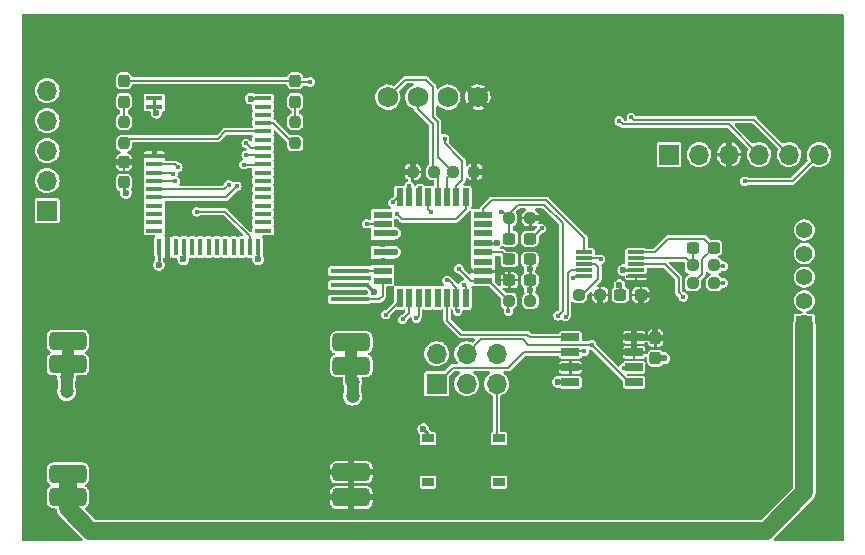
<source format=gtl>
%TF.GenerationSoftware,KiCad,Pcbnew,(6.0.0)*%
%TF.CreationDate,2022-01-24T15:51:04+11:00*%
%TF.ProjectId,Battery Monitor,42617474-6572-4792-904d-6f6e69746f72,rev?*%
%TF.SameCoordinates,Original*%
%TF.FileFunction,Copper,L1,Top*%
%TF.FilePolarity,Positive*%
%FSLAX46Y46*%
G04 Gerber Fmt 4.6, Leading zero omitted, Abs format (unit mm)*
G04 Created by KiCad (PCBNEW (6.0.0)) date 2022-01-24 15:51:04*
%MOMM*%
%LPD*%
G01*
G04 APERTURE LIST*
G04 Aperture macros list*
%AMRoundRect*
0 Rectangle with rounded corners*
0 $1 Rounding radius*
0 $2 $3 $4 $5 $6 $7 $8 $9 X,Y pos of 4 corners*
0 Add a 4 corners polygon primitive as box body*
4,1,4,$2,$3,$4,$5,$6,$7,$8,$9,$2,$3,0*
0 Add four circle primitives for the rounded corners*
1,1,$1+$1,$2,$3*
1,1,$1+$1,$4,$5*
1,1,$1+$1,$6,$7*
1,1,$1+$1,$8,$9*
0 Add four rect primitives between the rounded corners*
20,1,$1+$1,$2,$3,$4,$5,0*
20,1,$1+$1,$4,$5,$6,$7,0*
20,1,$1+$1,$6,$7,$8,$9,0*
20,1,$1+$1,$8,$9,$2,$3,0*%
G04 Aperture macros list end*
%TA.AperFunction,SMDPad,CuDef*%
%ADD10RoundRect,0.381000X-1.219000X-0.381000X1.219000X-0.381000X1.219000X0.381000X-1.219000X0.381000X0*%
%TD*%
%TA.AperFunction,SMDPad,CuDef*%
%ADD11R,1.400000X0.400000*%
%TD*%
%TA.AperFunction,SMDPad,CuDef*%
%ADD12R,0.400000X1.400000*%
%TD*%
%TA.AperFunction,SMDPad,CuDef*%
%ADD13R,1.500000X0.650000*%
%TD*%
%TA.AperFunction,SMDPad,CuDef*%
%ADD14RoundRect,0.237500X-0.250000X-0.237500X0.250000X-0.237500X0.250000X0.237500X-0.250000X0.237500X0*%
%TD*%
%TA.AperFunction,ComponentPad*%
%ADD15C,1.400000*%
%TD*%
%TA.AperFunction,ComponentPad*%
%ADD16R,1.400000X1.400000*%
%TD*%
%TA.AperFunction,SMDPad,CuDef*%
%ADD17RoundRect,0.237500X0.237500X-0.250000X0.237500X0.250000X-0.237500X0.250000X-0.237500X-0.250000X0*%
%TD*%
%TA.AperFunction,SMDPad,CuDef*%
%ADD18RoundRect,0.237500X0.300000X0.237500X-0.300000X0.237500X-0.300000X-0.237500X0.300000X-0.237500X0*%
%TD*%
%TA.AperFunction,SMDPad,CuDef*%
%ADD19RoundRect,0.237500X0.250000X0.237500X-0.250000X0.237500X-0.250000X-0.237500X0.250000X-0.237500X0*%
%TD*%
%TA.AperFunction,SMDPad,CuDef*%
%ADD20R,3.200000X0.400000*%
%TD*%
%TA.AperFunction,ComponentPad*%
%ADD21R,1.700000X1.700000*%
%TD*%
%TA.AperFunction,ComponentPad*%
%ADD22O,1.700000X1.700000*%
%TD*%
%TA.AperFunction,SMDPad,CuDef*%
%ADD23RoundRect,0.237500X-0.300000X-0.237500X0.300000X-0.237500X0.300000X0.237500X-0.300000X0.237500X0*%
%TD*%
%TA.AperFunction,SMDPad,CuDef*%
%ADD24RoundRect,0.237500X-0.237500X0.287500X-0.237500X-0.287500X0.237500X-0.287500X0.237500X0.287500X0*%
%TD*%
%TA.AperFunction,SMDPad,CuDef*%
%ADD25R,1.000000X0.700000*%
%TD*%
%TA.AperFunction,SMDPad,CuDef*%
%ADD26RoundRect,0.237500X-0.237500X0.300000X-0.237500X-0.300000X0.237500X-0.300000X0.237500X0.300000X0*%
%TD*%
%TA.AperFunction,SMDPad,CuDef*%
%ADD27R,1.600000X0.550000*%
%TD*%
%TA.AperFunction,SMDPad,CuDef*%
%ADD28R,0.550000X1.600000*%
%TD*%
%TA.AperFunction,SMDPad,CuDef*%
%ADD29R,1.400000X0.300000*%
%TD*%
%TA.AperFunction,ComponentPad*%
%ADD30C,1.750000*%
%TD*%
%TA.AperFunction,ViaPad*%
%ADD31C,0.400000*%
%TD*%
%TA.AperFunction,ViaPad*%
%ADD32C,0.600000*%
%TD*%
%TA.AperFunction,ViaPad*%
%ADD33C,1.200000*%
%TD*%
%TA.AperFunction,Conductor*%
%ADD34C,0.200000*%
%TD*%
%TA.AperFunction,Conductor*%
%ADD35C,0.250000*%
%TD*%
%TA.AperFunction,Conductor*%
%ADD36C,1.000000*%
%TD*%
%TA.AperFunction,Conductor*%
%ADD37C,1.500000*%
%TD*%
G04 APERTURE END LIST*
D10*
X134100000Y-107896000D03*
X134100000Y-109860000D03*
X134100000Y-119140000D03*
X134100000Y-121104000D03*
X158100000Y-121141000D03*
X158100000Y-119000000D03*
X158100000Y-110000000D03*
X158100000Y-108000000D03*
D11*
X150625000Y-87350000D03*
X150625000Y-88050000D03*
X150625000Y-88750000D03*
X150625000Y-89450000D03*
X150625000Y-90150000D03*
X150625000Y-90850000D03*
X150625000Y-91550000D03*
X150625000Y-92250000D03*
X150625000Y-92950000D03*
X150625000Y-93650000D03*
X150625000Y-94350000D03*
X150625000Y-95050000D03*
X150625000Y-95750000D03*
X150625000Y-96450000D03*
X150625000Y-97150000D03*
X150625000Y-97850000D03*
X150625000Y-98550000D03*
D12*
X150225000Y-99950000D03*
X149525000Y-99950000D03*
X148825000Y-99950000D03*
X148125000Y-99950000D03*
X147425000Y-99950000D03*
X146725000Y-99950000D03*
X146025000Y-99950000D03*
X145325000Y-99950000D03*
X144625000Y-99950000D03*
X143925000Y-99950000D03*
X143225000Y-99950000D03*
X142525000Y-99950000D03*
X141825000Y-99950000D03*
D11*
X141425000Y-98550000D03*
X141425000Y-97850000D03*
X141425000Y-97150000D03*
X141425000Y-96450000D03*
X141425000Y-95750000D03*
X141425000Y-95050000D03*
X141425000Y-94350000D03*
X141425000Y-93650000D03*
X141425000Y-92950000D03*
X141425000Y-92250000D03*
X141425000Y-88050000D03*
X141425000Y-87350000D03*
D13*
X176650000Y-107595000D03*
X176650000Y-108865000D03*
X176650000Y-110135000D03*
X176650000Y-111405000D03*
X182050000Y-111405000D03*
X182050000Y-110135000D03*
X182050000Y-108865000D03*
X182050000Y-107595000D03*
D14*
X187000000Y-101500000D03*
X188825000Y-101500000D03*
D15*
X196450000Y-98500000D03*
X196450000Y-100500000D03*
X196450000Y-102500000D03*
X196450000Y-104500000D03*
D16*
X196450000Y-106500000D03*
D17*
X153350000Y-91162500D03*
X153350000Y-89337500D03*
D18*
X180887500Y-104000000D03*
X182612500Y-104000000D03*
D19*
X173262500Y-97500000D03*
X171437500Y-97500000D03*
D20*
X157954000Y-104371000D03*
X157954000Y-103171000D03*
X157954000Y-101971000D03*
D21*
X165325000Y-111525000D03*
D22*
X165325000Y-108985000D03*
X167865000Y-111525000D03*
X167865000Y-108985000D03*
X170405000Y-111525000D03*
X170405000Y-108985000D03*
D14*
X165116500Y-93571000D03*
X163291500Y-93571000D03*
X187000000Y-103000000D03*
X188825000Y-103000000D03*
D23*
X171487500Y-99250000D03*
X173212500Y-99250000D03*
D21*
X132350000Y-96870000D03*
D22*
X132350000Y-94330000D03*
X132350000Y-91790000D03*
X132350000Y-89250000D03*
X132350000Y-86710000D03*
D24*
X153350000Y-85875000D03*
X153350000Y-87625000D03*
D23*
X171487500Y-101000000D03*
X173212500Y-101000000D03*
D19*
X179162500Y-104000000D03*
X177337500Y-104000000D03*
D23*
X187050000Y-100000000D03*
X188775000Y-100000000D03*
D19*
X168516500Y-93571000D03*
X166691500Y-93571000D03*
D25*
X164600000Y-116150000D03*
X170600000Y-116150000D03*
X164600000Y-119850000D03*
X170600000Y-119850000D03*
D14*
X171437500Y-104500000D03*
X173262500Y-104500000D03*
D26*
X138850000Y-92750000D03*
X138850000Y-94475000D03*
D27*
X160750000Y-97200000D03*
X160750000Y-98000000D03*
X160750000Y-98800000D03*
X160750000Y-99600000D03*
X160750000Y-100400000D03*
X160750000Y-101200000D03*
X160750000Y-102000000D03*
X160750000Y-102800000D03*
D28*
X162200000Y-104250000D03*
X163000000Y-104250000D03*
X163800000Y-104250000D03*
X164600000Y-104250000D03*
X165400000Y-104250000D03*
X166200000Y-104250000D03*
X167000000Y-104250000D03*
X167800000Y-104250000D03*
D27*
X169250000Y-102800000D03*
X169250000Y-102000000D03*
X169250000Y-101200000D03*
X169250000Y-100400000D03*
X169250000Y-99600000D03*
X169250000Y-98800000D03*
X169250000Y-98000000D03*
X169250000Y-97200000D03*
D28*
X167800000Y-95750000D03*
X167000000Y-95750000D03*
X166200000Y-95750000D03*
X165400000Y-95750000D03*
X164600000Y-95750000D03*
X163800000Y-95750000D03*
X163000000Y-95750000D03*
X162200000Y-95750000D03*
D26*
X183850000Y-107637500D03*
X183850000Y-109362500D03*
D23*
X171487500Y-102750000D03*
X173212500Y-102750000D03*
D24*
X138850000Y-85875000D03*
X138850000Y-87625000D03*
D29*
X182200000Y-100400000D03*
X182200000Y-100900000D03*
X182200000Y-101400000D03*
X182200000Y-101900000D03*
X182200000Y-102400000D03*
X177800000Y-102400000D03*
X177800000Y-101900000D03*
X177800000Y-101400000D03*
X177800000Y-100900000D03*
X177800000Y-100400000D03*
D21*
X185000000Y-92125000D03*
D22*
X187540000Y-92125000D03*
X190080000Y-92125000D03*
X192620000Y-92125000D03*
X195160000Y-92125000D03*
X197700000Y-92125000D03*
D17*
X138850000Y-91162500D03*
X138850000Y-89337500D03*
D30*
X168810000Y-87260000D03*
X166270000Y-87260000D03*
X163730000Y-87260000D03*
X161190000Y-87260000D03*
D31*
X186204000Y-104171000D03*
X189604000Y-102971000D03*
X189604000Y-101571000D03*
X166004000Y-90771000D03*
X154604000Y-85971000D03*
X181204000Y-110171000D03*
D32*
X170404000Y-99571000D03*
D31*
X166204000Y-102771000D03*
X143204000Y-94371000D03*
X143004000Y-93771000D03*
X167204000Y-101771000D03*
X143404000Y-93171000D03*
D32*
X139004000Y-95371000D03*
X141804000Y-101449502D03*
X143878882Y-100983029D03*
X150204000Y-100971000D03*
D31*
X145004000Y-96971000D03*
X149004000Y-92971000D03*
X149204000Y-92171000D03*
X149204000Y-91171000D03*
D32*
X149604000Y-87371000D03*
X141604000Y-88571000D03*
X144804000Y-88771000D03*
X144804000Y-97971000D03*
X144804000Y-106771000D03*
X144804000Y-115971000D03*
D31*
X167604000Y-103171000D03*
X178460489Y-108240489D03*
X179204000Y-100971000D03*
X167103500Y-105371000D03*
X177804000Y-108771000D03*
X176245508Y-105835893D03*
X175604000Y-105771000D03*
X176903500Y-102594383D03*
X171404000Y-105371000D03*
D32*
X173204000Y-101771000D03*
X173204000Y-103571000D03*
X184604000Y-109371000D03*
X180804000Y-103171000D03*
X181136516Y-101907392D03*
D31*
X191404000Y-94371000D03*
X181804000Y-88971000D03*
X180781798Y-89271500D03*
D33*
X158204000Y-112571000D03*
X158204000Y-111371000D03*
X134004000Y-112171000D03*
X134004000Y-110971000D03*
D32*
X161804000Y-100371000D03*
X161804000Y-98771000D03*
D31*
X148399950Y-94800575D03*
X161604000Y-96171000D03*
X163604000Y-105971000D03*
X162433391Y-106071500D03*
X161004000Y-105671989D03*
X159404000Y-97971000D03*
X147722359Y-94687979D03*
X162004000Y-97171000D03*
X174204000Y-98371000D03*
X163925498Y-94971000D03*
X163004000Y-94771000D03*
X164804000Y-96971000D03*
X170804000Y-96971000D03*
D32*
X164204000Y-115371000D03*
X175604000Y-111371000D03*
X160004000Y-103771000D03*
D34*
X173325000Y-99250000D02*
X174204000Y-98371000D01*
X173212500Y-99250000D02*
X173325000Y-99250000D01*
X195454000Y-94371000D02*
X191404000Y-94371000D01*
X197700000Y-92125000D02*
X195454000Y-94371000D01*
X184633000Y-101400000D02*
X182200000Y-101400000D01*
X185804000Y-103771000D02*
X185804000Y-102571000D01*
X185804000Y-102571000D02*
X184633000Y-101400000D01*
X186204000Y-104171000D02*
X185804000Y-103771000D01*
X188896000Y-101571000D02*
X189604000Y-101571000D01*
X188825000Y-101500000D02*
X188896000Y-101571000D01*
X188854000Y-102971000D02*
X188825000Y-103000000D01*
X189604000Y-102971000D02*
X188854000Y-102971000D01*
X154604000Y-85971000D02*
X153446000Y-85971000D01*
X153446000Y-85971000D02*
X153350000Y-85875000D01*
X166004000Y-91171000D02*
X166004000Y-90771000D01*
X167204000Y-92371000D02*
X166004000Y-91171000D01*
X167478520Y-94296480D02*
X167478520Y-92645520D01*
X167404000Y-94371000D02*
X167478520Y-94296480D01*
X167478520Y-92645520D02*
X167204000Y-92371000D01*
X167000000Y-94775000D02*
X167404000Y-94371000D01*
X167000000Y-95750000D02*
X167000000Y-94775000D01*
X174439006Y-96371000D02*
X176004000Y-97935994D01*
X172204000Y-96371000D02*
X174439006Y-96371000D01*
X171437500Y-97137500D02*
X172204000Y-96371000D01*
X171437500Y-97500000D02*
X171437500Y-97137500D01*
X176004000Y-97935994D02*
X176004000Y-105371000D01*
X176004000Y-105371000D02*
X175604000Y-105771000D01*
X176403511Y-105677890D02*
X176245508Y-105835893D01*
X176403511Y-102171489D02*
X176403511Y-105677890D01*
X176675000Y-101900000D02*
X176403511Y-102171489D01*
X177800000Y-101900000D02*
X176675000Y-101900000D01*
X181204000Y-110171000D02*
X182014000Y-110171000D01*
X182014000Y-110171000D02*
X182050000Y-110135000D01*
D35*
X170375000Y-99600000D02*
X170404000Y-99571000D01*
X169250000Y-99600000D02*
X170375000Y-99600000D01*
D34*
X147450525Y-95750000D02*
X148399950Y-94800575D01*
X141425000Y-95750000D02*
X147450525Y-95750000D01*
X141425000Y-95050000D02*
X147360338Y-95050000D01*
X147360338Y-95050000D02*
X147722359Y-94687979D01*
X167000000Y-103375978D02*
X167000000Y-104250000D01*
X166395022Y-102771000D02*
X167000000Y-103375978D01*
X166204000Y-102771000D02*
X166395022Y-102771000D01*
X143183000Y-94350000D02*
X143204000Y-94371000D01*
X141425000Y-94350000D02*
X143183000Y-94350000D01*
D35*
X150225000Y-100950000D02*
X150204000Y-100971000D01*
X150225000Y-99950000D02*
X150225000Y-100950000D01*
D34*
X142883000Y-93650000D02*
X143004000Y-93771000D01*
X141425000Y-93650000D02*
X142883000Y-93650000D01*
X168233000Y-102800000D02*
X169250000Y-102800000D01*
X167204000Y-101771000D02*
X168233000Y-102800000D01*
X143183000Y-92950000D02*
X143404000Y-93171000D01*
X141425000Y-92950000D02*
X143183000Y-92950000D01*
D35*
X138850000Y-95217000D02*
X139004000Y-95371000D01*
X138850000Y-94475000D02*
X138850000Y-95217000D01*
X141825000Y-101428502D02*
X141804000Y-101449502D01*
X141825000Y-99950000D02*
X141825000Y-101428502D01*
X143925000Y-100936911D02*
X143878882Y-100983029D01*
X143925000Y-99950000D02*
X143925000Y-100936911D01*
D34*
X147446000Y-96971000D02*
X149525000Y-99050000D01*
X145004000Y-96971000D02*
X147446000Y-96971000D01*
X149525000Y-99050000D02*
X149525000Y-99950000D01*
X150604000Y-92971000D02*
X150625000Y-92950000D01*
X149004000Y-92971000D02*
X150604000Y-92971000D01*
X150546000Y-92171000D02*
X150625000Y-92250000D01*
X149204000Y-92171000D02*
X150546000Y-92171000D01*
X149583000Y-91550000D02*
X150625000Y-91550000D01*
X149204000Y-91171000D02*
X149583000Y-91550000D01*
X151483000Y-89450000D02*
X150625000Y-89450000D01*
X153195500Y-91162500D02*
X151483000Y-89450000D01*
X153350000Y-91162500D02*
X153195500Y-91162500D01*
X153350000Y-87625000D02*
X153350000Y-89337500D01*
X147425000Y-90150000D02*
X150625000Y-90150000D01*
X139241500Y-90771000D02*
X146804000Y-90771000D01*
X146804000Y-90771000D02*
X147425000Y-90150000D01*
X138850000Y-91162500D02*
X139241500Y-90771000D01*
X138850000Y-87625000D02*
X138850000Y-89337500D01*
D35*
X150625000Y-87350000D02*
X149625000Y-87350000D01*
X149625000Y-87350000D02*
X149604000Y-87371000D01*
X141425000Y-88392000D02*
X141604000Y-88571000D01*
X141425000Y-88050000D02*
X141425000Y-88392000D01*
X141425000Y-87350000D02*
X141425000Y-88050000D01*
D36*
X134004000Y-110971000D02*
X134004000Y-112171000D01*
X158204000Y-112571000D02*
X158204000Y-111371000D01*
D34*
X173090993Y-108240489D02*
X178460489Y-108240489D01*
X172621504Y-107771000D02*
X173090993Y-108240489D01*
X169079000Y-107771000D02*
X172621504Y-107771000D01*
X167865000Y-108985000D02*
X169079000Y-107771000D01*
X166679000Y-110171000D02*
X171404000Y-110171000D01*
X165325000Y-111525000D02*
X166679000Y-110171000D01*
X171404000Y-110171000D02*
X172710000Y-108865000D01*
X172710000Y-108865000D02*
X176650000Y-108865000D01*
X166200000Y-106167000D02*
X166200000Y-104250000D01*
X173228000Y-107595000D02*
X173004000Y-107371000D01*
X173004000Y-107371000D02*
X167404000Y-107371000D01*
X167404000Y-107371000D02*
X166200000Y-106167000D01*
X176650000Y-107595000D02*
X173228000Y-107595000D01*
X167800000Y-103367000D02*
X167604000Y-103171000D01*
X167800000Y-104250000D02*
X167800000Y-103367000D01*
X167000000Y-105267500D02*
X167103500Y-105371000D01*
X167000000Y-104250000D02*
X167000000Y-105267500D01*
X179133000Y-100900000D02*
X179204000Y-100971000D01*
X177800000Y-100900000D02*
X179133000Y-100900000D01*
X174604000Y-95971000D02*
X177800000Y-99167000D01*
X170004000Y-95971000D02*
X174604000Y-95971000D01*
X169250000Y-97200000D02*
X169250000Y-96725000D01*
X169250000Y-96725000D02*
X170004000Y-95971000D01*
X177800000Y-99167000D02*
X177800000Y-100400000D01*
X177804000Y-108771000D02*
X176744000Y-108771000D01*
X176744000Y-108771000D02*
X176650000Y-108865000D01*
X177800000Y-102400000D02*
X177097883Y-102400000D01*
X177097883Y-102400000D02*
X176903500Y-102594383D01*
X169737500Y-102800000D02*
X171437500Y-104500000D01*
X169250000Y-102800000D02*
X169737500Y-102800000D01*
X171404000Y-104533500D02*
X171437500Y-104500000D01*
X171404000Y-105371000D02*
X171404000Y-104533500D01*
X181625000Y-111405000D02*
X182050000Y-111405000D01*
X178460489Y-108240489D02*
X181625000Y-111405000D01*
D35*
X168325978Y-102000000D02*
X169250000Y-102000000D01*
X167525978Y-101200000D02*
X168325978Y-102000000D01*
X160750000Y-101200000D02*
X167525978Y-101200000D01*
X170737500Y-102000000D02*
X169250000Y-102000000D01*
X171487500Y-102750000D02*
X170737500Y-102000000D01*
X173212500Y-101762500D02*
X173204000Y-101771000D01*
X173212500Y-101000000D02*
X173212500Y-101762500D01*
X173212500Y-101779500D02*
X173204000Y-101771000D01*
X173212500Y-102750000D02*
X173212500Y-101779500D01*
X173212500Y-103562500D02*
X173204000Y-103571000D01*
X173212500Y-102750000D02*
X173212500Y-103562500D01*
X173262500Y-103629500D02*
X173204000Y-103571000D01*
X173262500Y-104500000D02*
X173262500Y-103629500D01*
D34*
X179004000Y-102645022D02*
X179004000Y-101654978D01*
X178749022Y-101400000D02*
X177800000Y-101400000D01*
X177337500Y-104000000D02*
X177649022Y-104000000D01*
X177649022Y-104000000D02*
X179004000Y-102645022D01*
X179004000Y-101654978D02*
X178749022Y-101400000D01*
D35*
X183850000Y-109362500D02*
X184595500Y-109362500D01*
X184595500Y-109362500D02*
X184604000Y-109371000D01*
X180887500Y-103254500D02*
X180804000Y-103171000D01*
X180887500Y-104000000D02*
X180887500Y-103254500D01*
X181143908Y-101900000D02*
X181136516Y-101907392D01*
X182200000Y-101900000D02*
X181143908Y-101900000D01*
D34*
X188000480Y-99225480D02*
X188775000Y-100000000D01*
X184949520Y-99225480D02*
X188000480Y-99225480D01*
X183775000Y-100400000D02*
X184949520Y-99225480D01*
X182200000Y-100400000D02*
X183775000Y-100400000D01*
X186400000Y-100900000D02*
X187000000Y-101500000D01*
X182200000Y-100900000D02*
X186400000Y-100900000D01*
X187050000Y-101450000D02*
X187000000Y-101500000D01*
X187050000Y-100000000D02*
X187050000Y-101450000D01*
X187804000Y-102196000D02*
X187000000Y-103000000D01*
X187804000Y-100971000D02*
X187804000Y-102196000D01*
X188775000Y-100000000D02*
X187804000Y-100971000D01*
X182004000Y-89171000D02*
X181804000Y-88971000D01*
X192206000Y-89171000D02*
X182004000Y-89171000D01*
X181080809Y-89570511D02*
X180781798Y-89271500D01*
X195160000Y-92125000D02*
X192206000Y-89171000D01*
X192620000Y-92125000D02*
X190065511Y-89570511D01*
X190065511Y-89570511D02*
X181080809Y-89570511D01*
D36*
X158100000Y-110000000D02*
X158100000Y-111267000D01*
X158100000Y-111267000D02*
X158204000Y-111371000D01*
X158100000Y-108000000D02*
X158100000Y-110000000D01*
X134100000Y-110875000D02*
X134004000Y-110971000D01*
X134100000Y-109860000D02*
X134100000Y-110875000D01*
X134100000Y-107896000D02*
X134100000Y-109860000D01*
D35*
X161775000Y-100400000D02*
X161804000Y-100371000D01*
X160750000Y-100400000D02*
X161775000Y-100400000D01*
X161775000Y-98800000D02*
X161804000Y-98771000D01*
X160750000Y-98800000D02*
X161775000Y-98800000D01*
D34*
X162025000Y-95750000D02*
X161604000Y-96171000D01*
X162200000Y-95750000D02*
X162025000Y-95750000D01*
X163800000Y-105767000D02*
X163800000Y-104250000D01*
X163804000Y-105771000D02*
X163800000Y-105767000D01*
X163604000Y-105971000D02*
X163804000Y-105771000D01*
X163000000Y-105504891D02*
X162433391Y-106071500D01*
X163000000Y-104250000D02*
X163000000Y-105504891D01*
X162200000Y-104475989D02*
X161004000Y-105671989D01*
X162200000Y-104250000D02*
X162200000Y-104475989D01*
X159404000Y-97971000D02*
X160721000Y-97971000D01*
X160721000Y-97971000D02*
X160750000Y-98000000D01*
X162404000Y-97571000D02*
X162004000Y-97171000D01*
X164804000Y-97571000D02*
X162404000Y-97571000D01*
X167800000Y-96750000D02*
X166979000Y-97571000D01*
X167800000Y-95750000D02*
X167800000Y-96750000D01*
X166979000Y-97571000D02*
X164804000Y-97571000D01*
X163000000Y-95750000D02*
X163004000Y-95746000D01*
X163004000Y-95746000D02*
X163004000Y-94771000D01*
X163925498Y-94971000D02*
X163925498Y-95624502D01*
X163925498Y-95624502D02*
X163800000Y-95750000D01*
X162679000Y-85771000D02*
X161190000Y-87260000D01*
X164404000Y-85771000D02*
X162679000Y-85771000D01*
X165004000Y-88971000D02*
X165004000Y-86371000D01*
X165404000Y-89371000D02*
X165004000Y-88971000D01*
X166691500Y-93571000D02*
X165404000Y-92283500D01*
X165404000Y-92283500D02*
X165404000Y-89371000D01*
X165004000Y-86371000D02*
X164404000Y-85771000D01*
X163730000Y-88278500D02*
X163730000Y-87260000D01*
X165004000Y-89552500D02*
X163730000Y-88278500D01*
X165004000Y-93458500D02*
X165004000Y-89552500D01*
X165116500Y-93571000D02*
X165004000Y-93458500D01*
X153350000Y-85875000D02*
X138850000Y-85875000D01*
X166200000Y-94062500D02*
X166691500Y-93571000D01*
X166200000Y-95750000D02*
X166200000Y-94062500D01*
X165400000Y-93854500D02*
X165116500Y-93571000D01*
X165400000Y-95750000D02*
X165400000Y-93854500D01*
X170804000Y-96971000D02*
X170908500Y-96971000D01*
X164600000Y-96767000D02*
X164804000Y-96971000D01*
X164600000Y-95750000D02*
X164600000Y-96767000D01*
X170908500Y-96971000D02*
X171437500Y-97500000D01*
X171487500Y-97550000D02*
X171437500Y-97500000D01*
X171487500Y-99250000D02*
X171487500Y-97550000D01*
D35*
X164600000Y-115767000D02*
X164204000Y-115371000D01*
X164600000Y-116150000D02*
X164600000Y-115767000D01*
D34*
X170405000Y-115955000D02*
X170600000Y-116150000D01*
X170405000Y-111525000D02*
X170405000Y-115955000D01*
D35*
X175638000Y-111405000D02*
X175604000Y-111371000D01*
X176650000Y-111405000D02*
X175638000Y-111405000D01*
D37*
X196450000Y-120725000D02*
X196450000Y-106500000D01*
X136004000Y-123971000D02*
X193204000Y-123971000D01*
X193204000Y-123971000D02*
X196450000Y-120725000D01*
X134100000Y-122067000D02*
X136004000Y-123971000D01*
X134100000Y-121104000D02*
X134100000Y-122067000D01*
X134100000Y-119140000D02*
X134100000Y-121104000D01*
D34*
X160750000Y-104067000D02*
X160750000Y-102800000D01*
X160754000Y-104071000D02*
X160750000Y-104067000D01*
X160454000Y-104371000D02*
X160754000Y-104071000D01*
X157954000Y-104371000D02*
X160454000Y-104371000D01*
D35*
X159404000Y-103171000D02*
X160004000Y-103771000D01*
X157954000Y-103171000D02*
X159404000Y-103171000D01*
D34*
X157954000Y-101971000D02*
X160721000Y-101971000D01*
X160721000Y-101971000D02*
X160750000Y-102000000D01*
X170887500Y-100400000D02*
X171487500Y-101000000D01*
X169250000Y-100400000D02*
X170887500Y-100400000D01*
%TA.AperFunction,Conductor*%
G36*
X199759191Y-80218907D02*
G01*
X199795155Y-80268407D01*
X199800000Y-80299000D01*
X199800000Y-124701000D01*
X199781093Y-124759191D01*
X199731593Y-124795155D01*
X199701000Y-124800000D01*
X193964141Y-124800000D01*
X193905950Y-124781093D01*
X193869986Y-124731593D01*
X193869986Y-124670407D01*
X193892359Y-124632878D01*
X193895875Y-124629864D01*
X193914631Y-124605684D01*
X193922852Y-124596358D01*
X197111471Y-121407739D01*
X197113453Y-121405812D01*
X197169592Y-121352724D01*
X197173235Y-121349279D01*
X197176109Y-121345175D01*
X197176112Y-121345171D01*
X197206541Y-121301713D01*
X197210908Y-121295938D01*
X197247615Y-121250931D01*
X197260904Y-121225511D01*
X197267541Y-121214595D01*
X197281116Y-121195208D01*
X197283991Y-121191102D01*
X197307051Y-121137813D01*
X197310172Y-121131269D01*
X197334752Y-121084253D01*
X197337077Y-121079806D01*
X197344983Y-121052234D01*
X197349291Y-121040204D01*
X197358690Y-121018486D01*
X197358693Y-121018477D01*
X197360680Y-121013885D01*
X197361704Y-121008986D01*
X197361705Y-121008981D01*
X197372553Y-120957053D01*
X197374296Y-120950010D01*
X197388922Y-120899003D01*
X197390303Y-120894187D01*
X197392504Y-120865587D01*
X197394304Y-120852939D01*
X197399389Y-120828596D01*
X197400168Y-120824867D01*
X197400500Y-120818532D01*
X197400500Y-120765462D01*
X197400792Y-120757867D01*
X197404732Y-120706657D01*
X197405117Y-120701658D01*
X197403408Y-120688125D01*
X197401281Y-120671293D01*
X197400500Y-120658885D01*
X197400500Y-106451741D01*
X197396034Y-106407771D01*
X197386395Y-106312877D01*
X197386394Y-106312873D01*
X197385888Y-106307890D01*
X197355030Y-106209421D01*
X197350500Y-106179816D01*
X197350500Y-105780252D01*
X197342531Y-105740190D01*
X197340770Y-105731334D01*
X197340769Y-105731332D01*
X197338867Y-105721769D01*
X197294552Y-105655448D01*
X197228231Y-105611133D01*
X197218668Y-105609231D01*
X197218666Y-105609230D01*
X197195995Y-105604721D01*
X197169748Y-105599500D01*
X196776439Y-105599500D01*
X196751484Y-105596303D01*
X196649892Y-105569840D01*
X196598346Y-105536875D01*
X196576021Y-105479908D01*
X196591444Y-105420698D01*
X196638724Y-105381862D01*
X196654262Y-105377201D01*
X196693896Y-105368776D01*
X196724732Y-105362222D01*
X196724733Y-105362222D01*
X196729803Y-105361144D01*
X196768446Y-105343939D01*
X196897996Y-105286259D01*
X196897998Y-105286258D01*
X196902730Y-105284151D01*
X197055871Y-105172888D01*
X197059337Y-105169038D01*
X197059341Y-105169035D01*
X197179061Y-105036072D01*
X197182533Y-105032216D01*
X197185126Y-105027725D01*
X197274587Y-104872774D01*
X197274588Y-104872772D01*
X197277179Y-104868284D01*
X197294657Y-104814494D01*
X197334072Y-104693188D01*
X197334073Y-104693183D01*
X197335674Y-104688256D01*
X197355460Y-104500000D01*
X197335674Y-104311744D01*
X197334073Y-104306817D01*
X197334072Y-104306812D01*
X197278781Y-104136646D01*
X197278780Y-104136645D01*
X197277179Y-104131716D01*
X197260216Y-104102334D01*
X197185126Y-103972275D01*
X197185125Y-103972274D01*
X197182533Y-103967784D01*
X197136443Y-103916596D01*
X197059341Y-103830965D01*
X197059337Y-103830962D01*
X197055871Y-103827112D01*
X196902730Y-103715849D01*
X196897998Y-103713742D01*
X196897996Y-103713741D01*
X196734540Y-103640965D01*
X196734539Y-103640965D01*
X196729803Y-103638856D01*
X196724733Y-103637778D01*
X196724732Y-103637778D01*
X196662559Y-103624563D01*
X196544646Y-103599500D01*
X196355354Y-103599500D01*
X196237441Y-103624563D01*
X196175268Y-103637778D01*
X196175267Y-103637778D01*
X196170197Y-103638856D01*
X196165461Y-103640965D01*
X196165460Y-103640965D01*
X196002004Y-103713741D01*
X196002002Y-103713742D01*
X195997270Y-103715849D01*
X195844129Y-103827112D01*
X195840663Y-103830962D01*
X195840659Y-103830965D01*
X195763557Y-103916596D01*
X195717467Y-103967784D01*
X195714875Y-103972274D01*
X195714874Y-103972275D01*
X195639785Y-104102334D01*
X195622821Y-104131716D01*
X195621220Y-104136645D01*
X195621219Y-104136646D01*
X195565928Y-104306812D01*
X195565927Y-104306817D01*
X195564326Y-104311744D01*
X195544540Y-104500000D01*
X195564326Y-104688256D01*
X195565927Y-104693183D01*
X195565928Y-104693188D01*
X195605343Y-104814494D01*
X195622821Y-104868284D01*
X195625412Y-104872772D01*
X195625413Y-104872774D01*
X195714874Y-105027725D01*
X195717467Y-105032216D01*
X195720939Y-105036072D01*
X195840659Y-105169035D01*
X195840663Y-105169038D01*
X195844129Y-105172888D01*
X195997270Y-105284151D01*
X196002002Y-105286258D01*
X196002004Y-105286259D01*
X196131554Y-105343939D01*
X196170197Y-105361144D01*
X196175267Y-105362222D01*
X196175268Y-105362222D01*
X196241674Y-105376337D01*
X196294662Y-105406930D01*
X196319549Y-105462826D01*
X196306827Y-105522674D01*
X196261358Y-105563615D01*
X196235894Y-105571061D01*
X196217364Y-105573863D01*
X196217360Y-105573864D01*
X196212401Y-105574614D01*
X196207690Y-105576347D01*
X196207691Y-105576347D01*
X196161312Y-105593411D01*
X196127128Y-105599500D01*
X195730252Y-105599500D01*
X195704005Y-105604721D01*
X195681334Y-105609230D01*
X195681332Y-105609231D01*
X195671769Y-105611133D01*
X195605448Y-105655448D01*
X195561133Y-105721769D01*
X195559231Y-105731332D01*
X195559230Y-105731334D01*
X195557469Y-105740190D01*
X195549500Y-105780252D01*
X195549500Y-106167090D01*
X195542356Y-106201585D01*
X195542828Y-106201735D01*
X195541379Y-106206301D01*
X195541357Y-106206407D01*
X195539320Y-106211115D01*
X195532286Y-106244783D01*
X195505026Y-106375273D01*
X195499832Y-106400133D01*
X195499500Y-106406468D01*
X195499500Y-120290282D01*
X195480593Y-120348473D01*
X195470504Y-120360286D01*
X192839286Y-122991504D01*
X192784769Y-123019281D01*
X192769282Y-123020500D01*
X136438718Y-123020500D01*
X136380527Y-123001593D01*
X136368714Y-122991504D01*
X135545829Y-122168619D01*
X135518052Y-122114102D01*
X135527623Y-122053670D01*
X135570888Y-122010405D01*
X135577922Y-122007162D01*
X135612259Y-121992939D01*
X135733731Y-121899731D01*
X135826939Y-121778259D01*
X135885533Y-121636802D01*
X135896061Y-121556834D01*
X156300001Y-121556834D01*
X156300424Y-121563292D01*
X156314108Y-121667236D01*
X156317439Y-121679667D01*
X156371015Y-121809012D01*
X156377449Y-121820156D01*
X156462672Y-121931221D01*
X156471779Y-121940328D01*
X156582845Y-122025551D01*
X156593989Y-122031985D01*
X156723332Y-122085561D01*
X156735765Y-122088892D01*
X156839710Y-122102577D01*
X156846164Y-122103000D01*
X157984320Y-122103000D01*
X157997005Y-122098878D01*
X158000000Y-122094757D01*
X158000000Y-122087319D01*
X158200000Y-122087319D01*
X158204122Y-122100004D01*
X158208243Y-122102999D01*
X159353834Y-122102999D01*
X159360292Y-122102576D01*
X159464236Y-122088892D01*
X159476667Y-122085561D01*
X159606012Y-122031985D01*
X159617156Y-122025551D01*
X159728221Y-121940328D01*
X159737328Y-121931221D01*
X159822551Y-121820155D01*
X159828985Y-121809011D01*
X159882561Y-121679668D01*
X159885892Y-121667235D01*
X159899577Y-121563290D01*
X159900000Y-121556836D01*
X159900000Y-121256680D01*
X159895878Y-121243995D01*
X159891757Y-121241000D01*
X158215680Y-121241000D01*
X158202995Y-121245122D01*
X158200000Y-121249243D01*
X158200000Y-122087319D01*
X158000000Y-122087319D01*
X158000000Y-121256680D01*
X157995878Y-121243995D01*
X157991757Y-121241000D01*
X156315681Y-121241000D01*
X156302996Y-121245122D01*
X156300001Y-121249243D01*
X156300001Y-121556834D01*
X135896061Y-121556834D01*
X135900500Y-121523116D01*
X135900500Y-121025320D01*
X156300000Y-121025320D01*
X156304122Y-121038005D01*
X156308243Y-121041000D01*
X157984320Y-121041000D01*
X157997005Y-121036878D01*
X158000000Y-121032757D01*
X158000000Y-121025320D01*
X158200000Y-121025320D01*
X158204122Y-121038005D01*
X158208243Y-121041000D01*
X159884319Y-121041000D01*
X159897004Y-121036878D01*
X159899999Y-121032757D01*
X159899999Y-120725166D01*
X159899576Y-120718708D01*
X159885892Y-120614764D01*
X159882561Y-120602333D01*
X159828985Y-120472988D01*
X159822551Y-120461844D01*
X159737328Y-120350779D01*
X159728221Y-120341672D01*
X159617155Y-120256449D01*
X159606011Y-120250015D01*
X159532941Y-120219748D01*
X163899500Y-120219748D01*
X163911133Y-120278231D01*
X163955448Y-120344552D01*
X164021769Y-120388867D01*
X164031332Y-120390769D01*
X164031334Y-120390770D01*
X164054005Y-120395279D01*
X164080252Y-120400500D01*
X165119748Y-120400500D01*
X165145995Y-120395279D01*
X165168666Y-120390770D01*
X165168668Y-120390769D01*
X165178231Y-120388867D01*
X165244552Y-120344552D01*
X165288867Y-120278231D01*
X165300500Y-120219748D01*
X169899500Y-120219748D01*
X169911133Y-120278231D01*
X169955448Y-120344552D01*
X170021769Y-120388867D01*
X170031332Y-120390769D01*
X170031334Y-120390770D01*
X170054005Y-120395279D01*
X170080252Y-120400500D01*
X171119748Y-120400500D01*
X171145995Y-120395279D01*
X171168666Y-120390770D01*
X171168668Y-120390769D01*
X171178231Y-120388867D01*
X171244552Y-120344552D01*
X171288867Y-120278231D01*
X171300500Y-120219748D01*
X171300500Y-119480252D01*
X171288867Y-119421769D01*
X171244552Y-119355448D01*
X171178231Y-119311133D01*
X171168668Y-119309231D01*
X171168666Y-119309230D01*
X171145995Y-119304721D01*
X171119748Y-119299500D01*
X170080252Y-119299500D01*
X170054005Y-119304721D01*
X170031334Y-119309230D01*
X170031332Y-119309231D01*
X170021769Y-119311133D01*
X169955448Y-119355448D01*
X169911133Y-119421769D01*
X169899500Y-119480252D01*
X169899500Y-120219748D01*
X165300500Y-120219748D01*
X165300500Y-119480252D01*
X165288867Y-119421769D01*
X165244552Y-119355448D01*
X165178231Y-119311133D01*
X165168668Y-119309231D01*
X165168666Y-119309230D01*
X165145995Y-119304721D01*
X165119748Y-119299500D01*
X164080252Y-119299500D01*
X164054005Y-119304721D01*
X164031334Y-119309230D01*
X164031332Y-119309231D01*
X164021769Y-119311133D01*
X163955448Y-119355448D01*
X163911133Y-119421769D01*
X163899500Y-119480252D01*
X163899500Y-120219748D01*
X159532941Y-120219748D01*
X159476668Y-120196439D01*
X159464235Y-120193108D01*
X159360290Y-120179423D01*
X159353836Y-120179000D01*
X158215680Y-120179000D01*
X158202995Y-120183122D01*
X158200000Y-120187243D01*
X158200000Y-121025320D01*
X158000000Y-121025320D01*
X158000000Y-120194681D01*
X157995878Y-120181996D01*
X157991757Y-120179001D01*
X156846166Y-120179001D01*
X156839708Y-120179424D01*
X156735764Y-120193108D01*
X156723333Y-120196439D01*
X156593988Y-120250015D01*
X156582844Y-120256449D01*
X156471779Y-120341672D01*
X156462672Y-120350779D01*
X156377449Y-120461845D01*
X156371015Y-120472989D01*
X156317439Y-120602332D01*
X156314108Y-120614765D01*
X156300423Y-120718710D01*
X156300000Y-120725164D01*
X156300000Y-121025320D01*
X135900500Y-121025320D01*
X135900500Y-120684884D01*
X135885533Y-120571198D01*
X135826939Y-120429741D01*
X135733731Y-120308269D01*
X135612259Y-120215061D01*
X135606264Y-120212578D01*
X135600644Y-120209333D01*
X135601609Y-120207661D01*
X135561876Y-120173723D01*
X135547596Y-120114228D01*
X135571013Y-120057701D01*
X135601257Y-120035728D01*
X135600644Y-120034667D01*
X135606264Y-120031422D01*
X135612259Y-120028939D01*
X135733731Y-119935731D01*
X135826939Y-119814259D01*
X135882901Y-119679156D01*
X135883049Y-119678799D01*
X135885533Y-119672802D01*
X135900500Y-119559116D01*
X135900500Y-119415834D01*
X156300001Y-119415834D01*
X156300424Y-119422292D01*
X156314108Y-119526236D01*
X156317439Y-119538667D01*
X156371015Y-119668012D01*
X156377449Y-119679156D01*
X156462672Y-119790221D01*
X156471779Y-119799328D01*
X156582845Y-119884551D01*
X156593989Y-119890985D01*
X156723332Y-119944561D01*
X156735765Y-119947892D01*
X156839710Y-119961577D01*
X156846164Y-119962000D01*
X157984320Y-119962000D01*
X157997005Y-119957878D01*
X158000000Y-119953757D01*
X158000000Y-119946319D01*
X158200000Y-119946319D01*
X158204122Y-119959004D01*
X158208243Y-119961999D01*
X159353834Y-119961999D01*
X159360292Y-119961576D01*
X159464236Y-119947892D01*
X159476667Y-119944561D01*
X159606012Y-119890985D01*
X159617156Y-119884551D01*
X159728221Y-119799328D01*
X159737328Y-119790221D01*
X159822551Y-119679155D01*
X159828985Y-119668011D01*
X159882561Y-119538668D01*
X159885892Y-119526235D01*
X159899577Y-119422290D01*
X159900000Y-119415836D01*
X159900000Y-119115680D01*
X159895878Y-119102995D01*
X159891757Y-119100000D01*
X158215680Y-119100000D01*
X158202995Y-119104122D01*
X158200000Y-119108243D01*
X158200000Y-119946319D01*
X158000000Y-119946319D01*
X158000000Y-119115680D01*
X157995878Y-119102995D01*
X157991757Y-119100000D01*
X156315681Y-119100000D01*
X156302996Y-119104122D01*
X156300001Y-119108243D01*
X156300001Y-119415834D01*
X135900500Y-119415834D01*
X135900500Y-118884320D01*
X156300000Y-118884320D01*
X156304122Y-118897005D01*
X156308243Y-118900000D01*
X157984320Y-118900000D01*
X157997005Y-118895878D01*
X158000000Y-118891757D01*
X158000000Y-118884320D01*
X158200000Y-118884320D01*
X158204122Y-118897005D01*
X158208243Y-118900000D01*
X159884319Y-118900000D01*
X159897004Y-118895878D01*
X159899999Y-118891757D01*
X159899999Y-118584166D01*
X159899576Y-118577708D01*
X159885892Y-118473764D01*
X159882561Y-118461333D01*
X159828985Y-118331988D01*
X159822551Y-118320844D01*
X159737328Y-118209779D01*
X159728221Y-118200672D01*
X159617155Y-118115449D01*
X159606011Y-118109015D01*
X159476668Y-118055439D01*
X159464235Y-118052108D01*
X159360290Y-118038423D01*
X159353836Y-118038000D01*
X158215680Y-118038000D01*
X158202995Y-118042122D01*
X158200000Y-118046243D01*
X158200000Y-118884320D01*
X158000000Y-118884320D01*
X158000000Y-118053681D01*
X157995878Y-118040996D01*
X157991757Y-118038001D01*
X156846166Y-118038001D01*
X156839708Y-118038424D01*
X156735764Y-118052108D01*
X156723333Y-118055439D01*
X156593988Y-118109015D01*
X156582844Y-118115449D01*
X156471779Y-118200672D01*
X156462672Y-118209779D01*
X156377449Y-118320845D01*
X156371015Y-118331989D01*
X156317439Y-118461332D01*
X156314108Y-118473765D01*
X156300423Y-118577710D01*
X156300000Y-118584164D01*
X156300000Y-118884320D01*
X135900500Y-118884320D01*
X135900500Y-118720884D01*
X135885533Y-118607198D01*
X135826939Y-118465741D01*
X135733731Y-118344269D01*
X135612259Y-118251061D01*
X135470802Y-118192467D01*
X135357116Y-118177500D01*
X132842884Y-118177500D01*
X132729198Y-118192467D01*
X132587741Y-118251061D01*
X132466269Y-118344269D01*
X132373061Y-118465741D01*
X132314467Y-118607198D01*
X132299500Y-118720884D01*
X132299500Y-119559116D01*
X132314467Y-119672802D01*
X132316951Y-119678799D01*
X132317099Y-119679156D01*
X132373061Y-119814259D01*
X132466269Y-119935731D01*
X132587741Y-120028939D01*
X132593736Y-120031422D01*
X132599356Y-120034667D01*
X132598391Y-120036339D01*
X132638124Y-120070277D01*
X132652404Y-120129772D01*
X132628987Y-120186299D01*
X132598743Y-120208272D01*
X132599356Y-120209333D01*
X132593736Y-120212578D01*
X132587741Y-120215061D01*
X132466269Y-120308269D01*
X132373061Y-120429741D01*
X132314467Y-120571198D01*
X132299500Y-120684884D01*
X132299500Y-121523116D01*
X132314467Y-121636802D01*
X132373061Y-121778259D01*
X132466269Y-121899731D01*
X132587741Y-121992939D01*
X132729198Y-122051533D01*
X132842884Y-122066500D01*
X133051667Y-122066500D01*
X133109858Y-122085407D01*
X133145822Y-122134907D01*
X133149163Y-122148309D01*
X133157247Y-122194157D01*
X133158244Y-122201343D01*
X133164112Y-122259110D01*
X133165609Y-122263887D01*
X133165610Y-122263892D01*
X133172689Y-122286479D01*
X133175715Y-122298892D01*
X133180695Y-122327137D01*
X133182543Y-122331804D01*
X133202069Y-122381122D01*
X133204490Y-122387959D01*
X133221856Y-122443373D01*
X133224287Y-122447758D01*
X133224287Y-122447759D01*
X133235764Y-122468466D01*
X133241222Y-122480012D01*
X133251779Y-122506675D01*
X133254527Y-122510874D01*
X133283570Y-122555256D01*
X133287319Y-122561471D01*
X133313038Y-122607871D01*
X133313041Y-122607875D01*
X133315472Y-122612261D01*
X133334143Y-122634045D01*
X133341807Y-122644253D01*
X133357513Y-122668254D01*
X133361758Y-122672968D01*
X133399286Y-122710496D01*
X133404450Y-122716073D01*
X133441136Y-122758875D01*
X133445103Y-122761952D01*
X133465316Y-122777631D01*
X133474642Y-122785852D01*
X135319786Y-124630996D01*
X135347563Y-124685513D01*
X135337992Y-124745945D01*
X135294727Y-124789210D01*
X135249782Y-124800000D01*
X130299000Y-124800000D01*
X130240809Y-124781093D01*
X130204845Y-124731593D01*
X130200000Y-124701000D01*
X130200000Y-115364823D01*
X163698391Y-115364823D01*
X163716980Y-115506979D01*
X163719821Y-115513435D01*
X163719821Y-115513436D01*
X163761972Y-115609230D01*
X163774720Y-115638203D01*
X163784661Y-115650029D01*
X163862432Y-115742550D01*
X163862434Y-115742552D01*
X163866970Y-115747948D01*
X163867867Y-115748545D01*
X163897264Y-115799057D01*
X163899500Y-115819977D01*
X163899500Y-116519748D01*
X163911133Y-116578231D01*
X163955448Y-116644552D01*
X164021769Y-116688867D01*
X164031332Y-116690769D01*
X164031334Y-116690770D01*
X164054005Y-116695279D01*
X164080252Y-116700500D01*
X165119748Y-116700500D01*
X165145995Y-116695279D01*
X165168666Y-116690770D01*
X165168668Y-116690769D01*
X165178231Y-116688867D01*
X165244552Y-116644552D01*
X165288867Y-116578231D01*
X165300500Y-116519748D01*
X165300500Y-115780252D01*
X165288867Y-115721769D01*
X165244552Y-115655448D01*
X165178231Y-115611133D01*
X165168668Y-115609231D01*
X165168666Y-115609230D01*
X165145995Y-115604721D01*
X165119748Y-115599500D01*
X164935116Y-115599500D01*
X164876925Y-115580593D01*
X164859277Y-115564135D01*
X164857526Y-115562048D01*
X164853194Y-115554545D01*
X164823429Y-115529569D01*
X164817061Y-115523735D01*
X164738599Y-115445273D01*
X164710822Y-115390756D01*
X164709942Y-115378639D01*
X164709849Y-115378645D01*
X164709600Y-115374826D01*
X164709647Y-115371000D01*
X164689323Y-115229082D01*
X164629984Y-115098572D01*
X164536400Y-114989963D01*
X164416095Y-114911985D01*
X164278739Y-114870907D01*
X164195497Y-114870398D01*
X164142427Y-114870074D01*
X164142426Y-114870074D01*
X164135376Y-114870031D01*
X164128599Y-114871968D01*
X164128598Y-114871968D01*
X164004309Y-114907490D01*
X164004307Y-114907491D01*
X163997529Y-114909428D01*
X163876280Y-114985930D01*
X163871613Y-114991214D01*
X163871611Y-114991216D01*
X163786044Y-115088103D01*
X163786042Y-115088105D01*
X163781377Y-115093388D01*
X163720447Y-115223163D01*
X163698391Y-115364823D01*
X130200000Y-115364823D01*
X130200000Y-110279116D01*
X132299500Y-110279116D01*
X132314467Y-110392802D01*
X132373061Y-110534259D01*
X132466269Y-110655731D01*
X132587741Y-110748939D01*
X132729198Y-110807533D01*
X132842884Y-110822500D01*
X133103560Y-110822500D01*
X133161751Y-110841407D01*
X133197715Y-110890907D01*
X133201779Y-110933908D01*
X133198514Y-110959753D01*
X133202634Y-111001769D01*
X133215499Y-111132984D01*
X133215500Y-111132989D01*
X133216039Y-111138486D01*
X133272726Y-111308896D01*
X133275593Y-111313630D01*
X133289181Y-111336066D01*
X133303500Y-111387351D01*
X133303500Y-111751010D01*
X133287715Y-111804641D01*
X133282446Y-111812817D01*
X133280556Y-111818011D01*
X133280555Y-111818012D01*
X133262347Y-111868039D01*
X133221022Y-111981578D01*
X133198514Y-112159753D01*
X133203261Y-112208168D01*
X133215499Y-112332984D01*
X133215500Y-112332989D01*
X133216039Y-112338486D01*
X133272726Y-112508896D01*
X133275591Y-112513627D01*
X133275593Y-112513631D01*
X133325826Y-112596575D01*
X133365759Y-112662512D01*
X133490514Y-112791699D01*
X133495139Y-112794725D01*
X133495142Y-112794728D01*
X133636163Y-112887009D01*
X133640789Y-112890036D01*
X133809116Y-112952636D01*
X133814602Y-112953368D01*
X133814606Y-112953369D01*
X133976408Y-112974957D01*
X133987130Y-112976388D01*
X133992636Y-112975887D01*
X133992638Y-112975887D01*
X134076555Y-112968250D01*
X134165981Y-112960112D01*
X134188990Y-112952636D01*
X134331517Y-112906326D01*
X134331519Y-112906325D01*
X134336782Y-112904615D01*
X134341538Y-112901780D01*
X134341540Y-112901779D01*
X134486293Y-112815489D01*
X134491044Y-112812657D01*
X134621099Y-112688807D01*
X134720483Y-112539222D01*
X134784257Y-112371336D01*
X134809251Y-112193493D01*
X134809421Y-112181342D01*
X134809522Y-112174116D01*
X134809522Y-112174108D01*
X134809565Y-112171000D01*
X134808921Y-112165256D01*
X134790163Y-111998025D01*
X134790162Y-111998021D01*
X134789546Y-111992528D01*
X134730485Y-111822927D01*
X134719543Y-111805416D01*
X134704500Y-111752954D01*
X134704500Y-111392922D01*
X134715449Y-111347667D01*
X134717420Y-111343832D01*
X134720483Y-111339222D01*
X134726525Y-111323318D01*
X134782291Y-111176511D01*
X134784257Y-111171336D01*
X134809251Y-110993493D01*
X134809357Y-110985930D01*
X134809522Y-110974116D01*
X134809522Y-110974108D01*
X134809565Y-110971000D01*
X134805250Y-110932535D01*
X134817552Y-110872601D01*
X134862734Y-110831343D01*
X134903633Y-110822500D01*
X135357116Y-110822500D01*
X135470802Y-110807533D01*
X135612259Y-110748939D01*
X135733731Y-110655731D01*
X135826939Y-110534259D01*
X135874633Y-110419116D01*
X156299500Y-110419116D01*
X156314467Y-110532802D01*
X156373061Y-110674259D01*
X156466269Y-110795731D01*
X156587741Y-110888939D01*
X156646290Y-110913191D01*
X156719602Y-110943558D01*
X156729198Y-110947533D01*
X156842884Y-110962500D01*
X157300500Y-110962500D01*
X157358691Y-110981407D01*
X157394655Y-111030907D01*
X157399500Y-111061500D01*
X157399500Y-111239271D01*
X157399271Y-111246005D01*
X157395322Y-111303930D01*
X157396347Y-111309802D01*
X157396347Y-111309804D01*
X157398706Y-111323318D01*
X157399399Y-111352749D01*
X157398514Y-111359753D01*
X157406424Y-111440424D01*
X157415499Y-111532984D01*
X157415500Y-111532989D01*
X157416039Y-111538486D01*
X157472726Y-111708896D01*
X157475593Y-111713630D01*
X157489181Y-111736066D01*
X157503500Y-111787351D01*
X157503500Y-112151010D01*
X157487715Y-112204641D01*
X157482446Y-112212817D01*
X157421022Y-112381578D01*
X157398514Y-112559753D01*
X157406424Y-112640424D01*
X157415499Y-112732984D01*
X157415500Y-112732989D01*
X157416039Y-112738486D01*
X157472726Y-112908896D01*
X157475591Y-112913627D01*
X157475593Y-112913631D01*
X157562890Y-113057775D01*
X157565759Y-113062512D01*
X157690514Y-113191699D01*
X157695139Y-113194725D01*
X157695142Y-113194728D01*
X157836163Y-113287009D01*
X157840789Y-113290036D01*
X158009116Y-113352636D01*
X158014602Y-113353368D01*
X158014606Y-113353369D01*
X158176408Y-113374957D01*
X158187130Y-113376388D01*
X158192636Y-113375887D01*
X158192638Y-113375887D01*
X158276555Y-113368250D01*
X158365981Y-113360112D01*
X158388990Y-113352636D01*
X158531517Y-113306326D01*
X158531519Y-113306325D01*
X158536782Y-113304615D01*
X158541538Y-113301780D01*
X158541540Y-113301779D01*
X158686293Y-113215489D01*
X158691044Y-113212657D01*
X158821099Y-113088807D01*
X158920483Y-112939222D01*
X158984257Y-112771336D01*
X159009251Y-112593493D01*
X159009295Y-112590375D01*
X159009522Y-112574116D01*
X159009522Y-112574108D01*
X159009565Y-112571000D01*
X159008695Y-112563244D01*
X158990163Y-112398025D01*
X158990162Y-112398021D01*
X158989546Y-112392528D01*
X158930485Y-112222927D01*
X158919543Y-112205416D01*
X158904500Y-112152954D01*
X158904500Y-111792922D01*
X158915449Y-111747667D01*
X158917420Y-111743832D01*
X158920483Y-111739222D01*
X158984257Y-111571336D01*
X159009251Y-111393493D01*
X159009565Y-111371000D01*
X159008699Y-111363278D01*
X158990163Y-111198025D01*
X158990162Y-111198021D01*
X158989546Y-111192528D01*
X158987728Y-111187307D01*
X158987727Y-111187303D01*
X158966859Y-111127380D01*
X158955255Y-111094057D01*
X158953973Y-111032886D01*
X158988893Y-110982644D01*
X159048748Y-110962500D01*
X159357116Y-110962500D01*
X159470802Y-110947533D01*
X159480399Y-110943558D01*
X159553710Y-110913191D01*
X159612259Y-110888939D01*
X159733731Y-110795731D01*
X159826939Y-110674259D01*
X159885533Y-110532802D01*
X159900500Y-110419116D01*
X159900500Y-109580884D01*
X159885533Y-109467198D01*
X159826939Y-109325741D01*
X159733731Y-109204269D01*
X159612259Y-109111061D01*
X159564948Y-109091464D01*
X159518422Y-109051727D01*
X159504139Y-108992232D01*
X159513239Y-108970262D01*
X164269520Y-108970262D01*
X164271365Y-108992232D01*
X164285915Y-109165500D01*
X164286759Y-109175553D01*
X164288092Y-109180201D01*
X164288092Y-109180202D01*
X164331544Y-109331736D01*
X164343544Y-109373586D01*
X164437712Y-109556818D01*
X164565677Y-109718270D01*
X164569357Y-109721402D01*
X164569359Y-109721404D01*
X164650256Y-109790252D01*
X164722564Y-109851791D01*
X164726787Y-109854151D01*
X164726791Y-109854154D01*
X164839177Y-109916964D01*
X164902398Y-109952297D01*
X164906996Y-109953791D01*
X165093724Y-110014463D01*
X165093726Y-110014464D01*
X165098329Y-110015959D01*
X165302894Y-110040351D01*
X165307716Y-110039980D01*
X165307719Y-110039980D01*
X165386317Y-110033932D01*
X165508300Y-110024546D01*
X165706725Y-109969145D01*
X165711038Y-109966966D01*
X165711044Y-109966964D01*
X165886289Y-109878441D01*
X165886291Y-109878440D01*
X165890610Y-109876258D01*
X165894427Y-109873276D01*
X166049135Y-109752406D01*
X166049139Y-109752402D01*
X166052951Y-109749424D01*
X166056339Y-109745500D01*
X166118436Y-109673558D01*
X166187564Y-109593472D01*
X166206231Y-109560613D01*
X166286934Y-109418550D01*
X166286935Y-109418547D01*
X166289323Y-109414344D01*
X166297422Y-109390000D01*
X166352824Y-109223454D01*
X166352824Y-109223452D01*
X166354351Y-109218863D01*
X166355503Y-109209748D01*
X166373877Y-109064296D01*
X166380171Y-109014474D01*
X166380583Y-108985000D01*
X166380313Y-108982244D01*
X166360952Y-108784780D01*
X166360951Y-108784776D01*
X166360480Y-108779970D01*
X166355961Y-108765000D01*
X166314402Y-108627354D01*
X166300935Y-108582749D01*
X166204218Y-108400849D01*
X166074011Y-108241200D01*
X166006854Y-108185643D01*
X165919002Y-108112965D01*
X165919000Y-108112964D01*
X165915275Y-108109882D01*
X165760321Y-108026099D01*
X165738309Y-108014197D01*
X165738307Y-108014196D01*
X165734055Y-108011897D01*
X165670072Y-107992091D01*
X165541875Y-107952407D01*
X165541871Y-107952406D01*
X165537254Y-107950977D01*
X165532446Y-107950472D01*
X165532443Y-107950471D01*
X165337185Y-107929949D01*
X165337183Y-107929949D01*
X165332369Y-107929443D01*
X165273064Y-107934840D01*
X165132022Y-107947675D01*
X165132017Y-107947676D01*
X165127203Y-107948114D01*
X164929572Y-108006280D01*
X164925288Y-108008519D01*
X164925287Y-108008520D01*
X164892601Y-108025608D01*
X164747002Y-108101726D01*
X164743231Y-108104758D01*
X164590220Y-108227781D01*
X164590217Y-108227783D01*
X164586447Y-108230815D01*
X164583333Y-108234526D01*
X164583332Y-108234527D01*
X164467414Y-108372673D01*
X164454024Y-108388630D01*
X164451689Y-108392878D01*
X164451688Y-108392879D01*
X164435262Y-108422758D01*
X164354776Y-108569162D01*
X164353313Y-108573775D01*
X164353311Y-108573779D01*
X164315895Y-108691731D01*
X164292484Y-108765532D01*
X164291944Y-108770344D01*
X164291944Y-108770345D01*
X164270391Y-108962500D01*
X164269520Y-108970262D01*
X159513239Y-108970262D01*
X159527554Y-108935704D01*
X159564948Y-108908536D01*
X159594478Y-108896304D01*
X159612259Y-108888939D01*
X159733731Y-108795731D01*
X159826939Y-108674259D01*
X159873174Y-108562639D01*
X159883049Y-108538799D01*
X159885533Y-108532802D01*
X159900500Y-108419116D01*
X159900500Y-107580884D01*
X159885533Y-107467198D01*
X159826939Y-107325741D01*
X159733731Y-107204269D01*
X159612259Y-107111061D01*
X159470802Y-107052467D01*
X159357116Y-107037500D01*
X156842884Y-107037500D01*
X156729198Y-107052467D01*
X156587741Y-107111061D01*
X156466269Y-107204269D01*
X156373061Y-107325741D01*
X156314467Y-107467198D01*
X156299500Y-107580884D01*
X156299500Y-108419116D01*
X156314467Y-108532802D01*
X156316951Y-108538799D01*
X156326826Y-108562639D01*
X156373061Y-108674259D01*
X156466269Y-108795731D01*
X156587741Y-108888939D01*
X156605522Y-108896304D01*
X156635052Y-108908536D01*
X156681578Y-108948273D01*
X156695861Y-109007768D01*
X156672446Y-109064296D01*
X156635052Y-109091464D01*
X156587741Y-109111061D01*
X156466269Y-109204269D01*
X156373061Y-109325741D01*
X156314467Y-109467198D01*
X156299500Y-109580884D01*
X156299500Y-110419116D01*
X135874633Y-110419116D01*
X135885533Y-110392802D01*
X135900500Y-110279116D01*
X135900500Y-109440884D01*
X135885533Y-109327198D01*
X135826939Y-109185741D01*
X135733731Y-109064269D01*
X135612259Y-108971061D01*
X135606264Y-108968578D01*
X135600644Y-108965333D01*
X135601609Y-108963661D01*
X135561876Y-108929723D01*
X135547596Y-108870228D01*
X135571013Y-108813701D01*
X135601257Y-108791728D01*
X135600644Y-108790667D01*
X135606264Y-108787422D01*
X135612259Y-108784939D01*
X135733731Y-108691731D01*
X135826939Y-108570259D01*
X135885533Y-108428802D01*
X135900500Y-108315116D01*
X135900500Y-107476884D01*
X135885533Y-107363198D01*
X135826939Y-107221741D01*
X135733731Y-107100269D01*
X135612259Y-107007061D01*
X135470802Y-106948467D01*
X135357116Y-106933500D01*
X132842884Y-106933500D01*
X132729198Y-106948467D01*
X132587741Y-107007061D01*
X132466269Y-107100269D01*
X132373061Y-107221741D01*
X132314467Y-107363198D01*
X132299500Y-107476884D01*
X132299500Y-108315116D01*
X132314467Y-108428802D01*
X132373061Y-108570259D01*
X132466269Y-108691731D01*
X132587741Y-108784939D01*
X132593736Y-108787422D01*
X132599356Y-108790667D01*
X132598391Y-108792339D01*
X132638124Y-108826277D01*
X132652404Y-108885772D01*
X132628987Y-108942299D01*
X132598743Y-108964272D01*
X132599356Y-108965333D01*
X132593736Y-108968578D01*
X132587741Y-108971061D01*
X132466269Y-109064269D01*
X132373061Y-109185741D01*
X132314467Y-109327198D01*
X132299500Y-109440884D01*
X132299500Y-110279116D01*
X130200000Y-110279116D01*
X130200000Y-104590748D01*
X156153500Y-104590748D01*
X156165133Y-104649231D01*
X156209448Y-104715552D01*
X156275769Y-104759867D01*
X156285332Y-104761769D01*
X156285334Y-104761770D01*
X156308005Y-104766279D01*
X156334252Y-104771500D01*
X159573748Y-104771500D01*
X159599995Y-104766279D01*
X159622666Y-104761770D01*
X159622668Y-104761769D01*
X159632231Y-104759867D01*
X159698552Y-104715552D01*
X159703971Y-104707442D01*
X159710863Y-104700550D01*
X159713819Y-104703506D01*
X159746540Y-104677655D01*
X159780903Y-104671500D01*
X160400492Y-104671500D01*
X160404617Y-104671803D01*
X160409342Y-104673425D01*
X160458761Y-104671570D01*
X160462474Y-104671500D01*
X160481948Y-104671500D01*
X160486378Y-104670675D01*
X160491571Y-104670339D01*
X160507602Y-104669737D01*
X160512075Y-104669569D01*
X160521208Y-104669226D01*
X160529602Y-104665620D01*
X160529605Y-104665619D01*
X160531783Y-104664683D01*
X160552734Y-104658317D01*
X160564053Y-104656209D01*
X160586729Y-104642232D01*
X160599596Y-104635548D01*
X160617642Y-104627795D01*
X160617643Y-104627794D01*
X160624063Y-104625036D01*
X160628949Y-104621022D01*
X160633313Y-104616658D01*
X160651368Y-104602387D01*
X160659348Y-104597468D01*
X160677018Y-104574231D01*
X160685810Y-104564161D01*
X160927083Y-104322888D01*
X160934249Y-104316391D01*
X160940033Y-104311640D01*
X160948040Y-104307229D01*
X160957224Y-104296304D01*
X160973219Y-104277275D01*
X160978998Y-104270973D01*
X160986248Y-104263723D01*
X160990778Y-104257120D01*
X160996627Y-104249429D01*
X161014191Y-104228533D01*
X161020072Y-104221537D01*
X161023040Y-104212893D01*
X161025938Y-104207770D01*
X161028322Y-104202389D01*
X161033492Y-104194854D01*
X161041905Y-104159403D01*
X161044595Y-104150115D01*
X161053457Y-104124303D01*
X161053457Y-104124302D01*
X161056425Y-104115658D01*
X161056082Y-104106523D01*
X161056942Y-104100700D01*
X161057229Y-104094830D01*
X161059340Y-104085934D01*
X161054426Y-104049827D01*
X161053592Y-104040190D01*
X161052478Y-104010506D01*
X161052226Y-104003792D01*
X161051558Y-104002237D01*
X161050500Y-103992731D01*
X161050500Y-103374500D01*
X161069407Y-103316309D01*
X161118907Y-103280345D01*
X161149500Y-103275500D01*
X161569748Y-103275500D01*
X161617608Y-103265980D01*
X161678369Y-103273172D01*
X161723299Y-103314704D01*
X161735236Y-103374714D01*
X161734020Y-103382391D01*
X161724500Y-103430252D01*
X161724500Y-104485510D01*
X161705593Y-104543701D01*
X161695504Y-104555514D01*
X161003600Y-105247418D01*
X160949083Y-105275195D01*
X160886391Y-105285124D01*
X160886389Y-105285125D01*
X160878696Y-105286343D01*
X160871757Y-105289879D01*
X160871756Y-105289879D01*
X160772597Y-105340403D01*
X160772595Y-105340404D01*
X160765658Y-105343939D01*
X160675950Y-105433647D01*
X160672415Y-105440584D01*
X160672414Y-105440586D01*
X160621890Y-105539745D01*
X160618354Y-105546685D01*
X160617135Y-105554379D01*
X160617135Y-105554380D01*
X160603107Y-105642950D01*
X160598508Y-105671989D01*
X160599727Y-105679686D01*
X160615409Y-105778697D01*
X160618354Y-105797293D01*
X160621890Y-105804232D01*
X160621890Y-105804233D01*
X160668803Y-105896304D01*
X160675950Y-105910331D01*
X160765658Y-106000039D01*
X160772595Y-106003574D01*
X160772597Y-106003575D01*
X160845877Y-106040913D01*
X160878696Y-106057635D01*
X160886390Y-106058854D01*
X160886391Y-106058854D01*
X160996303Y-106076262D01*
X161004000Y-106077481D01*
X161011697Y-106076262D01*
X161121609Y-106058854D01*
X161121610Y-106058854D01*
X161129304Y-106057635D01*
X161162123Y-106040913D01*
X161235403Y-106003575D01*
X161235405Y-106003574D01*
X161242342Y-106000039D01*
X161332050Y-105910331D01*
X161339198Y-105896304D01*
X161386110Y-105804233D01*
X161386110Y-105804232D01*
X161389646Y-105797293D01*
X161392880Y-105776877D01*
X161400794Y-105726905D01*
X161428572Y-105672388D01*
X161822701Y-105278260D01*
X161877217Y-105250483D01*
X161901562Y-105249766D01*
X161905252Y-105250500D01*
X162494748Y-105250500D01*
X162521148Y-105245249D01*
X162543671Y-105240769D01*
X162543673Y-105240768D01*
X162553231Y-105238867D01*
X162561334Y-105233452D01*
X162562115Y-105233129D01*
X162623112Y-105228329D01*
X162637869Y-105233122D01*
X162638369Y-105233329D01*
X162684902Y-105273057D01*
X162699500Y-105324800D01*
X162699500Y-105339412D01*
X162680593Y-105397603D01*
X162670504Y-105409416D01*
X162432991Y-105646929D01*
X162378474Y-105674706D01*
X162315782Y-105684635D01*
X162315780Y-105684636D01*
X162308087Y-105685854D01*
X162301148Y-105689390D01*
X162301147Y-105689390D01*
X162201988Y-105739914D01*
X162201986Y-105739915D01*
X162195049Y-105743450D01*
X162105341Y-105833158D01*
X162101806Y-105840095D01*
X162101805Y-105840097D01*
X162056744Y-105928535D01*
X162047745Y-105946196D01*
X162046526Y-105953890D01*
X162046526Y-105953891D01*
X162030655Y-106054099D01*
X162027899Y-106071500D01*
X162029118Y-106079197D01*
X162044367Y-106175474D01*
X162047745Y-106196804D01*
X162051281Y-106203743D01*
X162051281Y-106203744D01*
X162101644Y-106302586D01*
X162105341Y-106309842D01*
X162195049Y-106399550D01*
X162201986Y-106403085D01*
X162201988Y-106403086D01*
X162292586Y-106449248D01*
X162308087Y-106457146D01*
X162315781Y-106458365D01*
X162315782Y-106458365D01*
X162425694Y-106475773D01*
X162433391Y-106476992D01*
X162441088Y-106475773D01*
X162551000Y-106458365D01*
X162551001Y-106458365D01*
X162558695Y-106457146D01*
X162574196Y-106449248D01*
X162664794Y-106403086D01*
X162664796Y-106403085D01*
X162671733Y-106399550D01*
X162761441Y-106309842D01*
X162765139Y-106302586D01*
X162815501Y-106203744D01*
X162815501Y-106203743D01*
X162819037Y-106196804D01*
X162823004Y-106171761D01*
X162830185Y-106126417D01*
X162857962Y-106071900D01*
X163030723Y-105899139D01*
X163085240Y-105871362D01*
X163145672Y-105880933D01*
X163188937Y-105924198D01*
X163199170Y-105966822D01*
X163198508Y-105971000D01*
X163199727Y-105978697D01*
X163215731Y-106079741D01*
X163218354Y-106096304D01*
X163221890Y-106103243D01*
X163221890Y-106103244D01*
X163271998Y-106201585D01*
X163275950Y-106209342D01*
X163365658Y-106299050D01*
X163372595Y-106302585D01*
X163372597Y-106302586D01*
X163453196Y-106343653D01*
X163478696Y-106356646D01*
X163486390Y-106357865D01*
X163486391Y-106357865D01*
X163596303Y-106375273D01*
X163604000Y-106376492D01*
X163611697Y-106375273D01*
X163721609Y-106357865D01*
X163721610Y-106357865D01*
X163729304Y-106356646D01*
X163754804Y-106343653D01*
X163835403Y-106302586D01*
X163835405Y-106302585D01*
X163842342Y-106299050D01*
X163932050Y-106209342D01*
X163936003Y-106201585D01*
X163986110Y-106103244D01*
X163986110Y-106103243D01*
X163989646Y-106096304D01*
X163992270Y-106079741D01*
X164000779Y-106026015D01*
X164022767Y-105977813D01*
X164023209Y-105977287D01*
X164028998Y-105970973D01*
X164036248Y-105963723D01*
X164040782Y-105957114D01*
X164046627Y-105949428D01*
X164064190Y-105928535D01*
X164064191Y-105928534D01*
X164070072Y-105921537D01*
X164073040Y-105912893D01*
X164075941Y-105907766D01*
X164078323Y-105902391D01*
X164083493Y-105894854D01*
X164091907Y-105859399D01*
X164094596Y-105850110D01*
X164103458Y-105824301D01*
X164103458Y-105824298D01*
X164106425Y-105815658D01*
X164106082Y-105806525D01*
X164106942Y-105800702D01*
X164107229Y-105794830D01*
X164109340Y-105785934D01*
X164104426Y-105749827D01*
X164103592Y-105740190D01*
X164103156Y-105728558D01*
X164102226Y-105703792D01*
X164101558Y-105702237D01*
X164100500Y-105692731D01*
X164100500Y-105324800D01*
X164119407Y-105266609D01*
X164161631Y-105233329D01*
X164162131Y-105233122D01*
X164223129Y-105228333D01*
X164237885Y-105233129D01*
X164238666Y-105233452D01*
X164246769Y-105238867D01*
X164256327Y-105240768D01*
X164256329Y-105240769D01*
X164278852Y-105245249D01*
X164305252Y-105250500D01*
X164894748Y-105250500D01*
X164921148Y-105245249D01*
X164943671Y-105240769D01*
X164943673Y-105240768D01*
X164953231Y-105238867D01*
X164961334Y-105233452D01*
X164962115Y-105233129D01*
X165023112Y-105228329D01*
X165037885Y-105233129D01*
X165038666Y-105233452D01*
X165046769Y-105238867D01*
X165056327Y-105240768D01*
X165056329Y-105240769D01*
X165078852Y-105245249D01*
X165105252Y-105250500D01*
X165694748Y-105250500D01*
X165721148Y-105245249D01*
X165743671Y-105240769D01*
X165743673Y-105240768D01*
X165753231Y-105238867D01*
X165761334Y-105233452D01*
X165762115Y-105233129D01*
X165823112Y-105228329D01*
X165837869Y-105233122D01*
X165838369Y-105233329D01*
X165884902Y-105273057D01*
X165899500Y-105324800D01*
X165899500Y-106113492D01*
X165899197Y-106117617D01*
X165897575Y-106122342D01*
X165897918Y-106131476D01*
X165899430Y-106171761D01*
X165899500Y-106175474D01*
X165899500Y-106194948D01*
X165900325Y-106199378D01*
X165900661Y-106204571D01*
X165901774Y-106234208D01*
X165905380Y-106242602D01*
X165905381Y-106242605D01*
X165906317Y-106244783D01*
X165912683Y-106265734D01*
X165914791Y-106277053D01*
X165919588Y-106284835D01*
X165928768Y-106299728D01*
X165935451Y-106312595D01*
X165945964Y-106337063D01*
X165949978Y-106341949D01*
X165954342Y-106346313D01*
X165968613Y-106364368D01*
X165973532Y-106372348D01*
X165996769Y-106390018D01*
X166006839Y-106398810D01*
X167153680Y-107545651D01*
X167156380Y-107548780D01*
X167158575Y-107553269D01*
X167165278Y-107559487D01*
X167194822Y-107586893D01*
X167197498Y-107589469D01*
X167211277Y-107603248D01*
X167214987Y-107605793D01*
X167218900Y-107609229D01*
X167240646Y-107629401D01*
X167249134Y-107632788D01*
X167249135Y-107632788D01*
X167251336Y-107633666D01*
X167270652Y-107643980D01*
X167272607Y-107645321D01*
X167272610Y-107645322D01*
X167280146Y-107650492D01*
X167306058Y-107656641D01*
X167319884Y-107661014D01*
X167338132Y-107668294D01*
X167338134Y-107668294D01*
X167344622Y-107670883D01*
X167350915Y-107671500D01*
X167357084Y-107671500D01*
X167379943Y-107674175D01*
X167380173Y-107674230D01*
X167380175Y-107674230D01*
X167389066Y-107676340D01*
X167417988Y-107672404D01*
X167431337Y-107671500D01*
X168514521Y-107671500D01*
X168572712Y-107690407D01*
X168608676Y-107739907D01*
X168608676Y-107801093D01*
X168584525Y-107840504D01*
X168416503Y-108008526D01*
X168361986Y-108036303D01*
X168299413Y-108025608D01*
X168274055Y-108011897D01*
X168210072Y-107992091D01*
X168081875Y-107952407D01*
X168081871Y-107952406D01*
X168077254Y-107950977D01*
X168072446Y-107950472D01*
X168072443Y-107950471D01*
X167877185Y-107929949D01*
X167877183Y-107929949D01*
X167872369Y-107929443D01*
X167813064Y-107934840D01*
X167672022Y-107947675D01*
X167672017Y-107947676D01*
X167667203Y-107948114D01*
X167469572Y-108006280D01*
X167465288Y-108008519D01*
X167465287Y-108008520D01*
X167432601Y-108025608D01*
X167287002Y-108101726D01*
X167283231Y-108104758D01*
X167130220Y-108227781D01*
X167130217Y-108227783D01*
X167126447Y-108230815D01*
X167123333Y-108234526D01*
X167123332Y-108234527D01*
X167007414Y-108372673D01*
X166994024Y-108388630D01*
X166991689Y-108392878D01*
X166991688Y-108392879D01*
X166975262Y-108422758D01*
X166894776Y-108569162D01*
X166893313Y-108573775D01*
X166893311Y-108573779D01*
X166855895Y-108691731D01*
X166832484Y-108765532D01*
X166831944Y-108770344D01*
X166831944Y-108770345D01*
X166810391Y-108962500D01*
X166809520Y-108970262D01*
X166811365Y-108992232D01*
X166825915Y-109165500D01*
X166826759Y-109175553D01*
X166828092Y-109180201D01*
X166828092Y-109180202D01*
X166871544Y-109331736D01*
X166883544Y-109373586D01*
X166977712Y-109556818D01*
X167026397Y-109618243D01*
X167099127Y-109710006D01*
X167120454Y-109767354D01*
X167104000Y-109826286D01*
X167056050Y-109864291D01*
X167021541Y-109870500D01*
X166732508Y-109870500D01*
X166728383Y-109870197D01*
X166723658Y-109868575D01*
X166678395Y-109870274D01*
X166674239Y-109870430D01*
X166670526Y-109870500D01*
X166651052Y-109870500D01*
X166646622Y-109871325D01*
X166641429Y-109871661D01*
X166625398Y-109872263D01*
X166620925Y-109872431D01*
X166611792Y-109872774D01*
X166603398Y-109876380D01*
X166603395Y-109876381D01*
X166601217Y-109877317D01*
X166580266Y-109883683D01*
X166568947Y-109885791D01*
X166561164Y-109890588D01*
X166561165Y-109890588D01*
X166546272Y-109899768D01*
X166533404Y-109906452D01*
X166515358Y-109914205D01*
X166515357Y-109914206D01*
X166508937Y-109916964D01*
X166504051Y-109920978D01*
X166499687Y-109925342D01*
X166481632Y-109939613D01*
X166473652Y-109944532D01*
X166455982Y-109967769D01*
X166447190Y-109977839D01*
X165979525Y-110445504D01*
X165925008Y-110473281D01*
X165909521Y-110474500D01*
X164455252Y-110474500D01*
X164429005Y-110479721D01*
X164406334Y-110484230D01*
X164406332Y-110484231D01*
X164396769Y-110486133D01*
X164330448Y-110530448D01*
X164286133Y-110596769D01*
X164284231Y-110606332D01*
X164284230Y-110606334D01*
X164283507Y-110609971D01*
X164274500Y-110655252D01*
X164274500Y-112394748D01*
X164286133Y-112453231D01*
X164330448Y-112519552D01*
X164396769Y-112563867D01*
X164406332Y-112565769D01*
X164406334Y-112565770D01*
X164429005Y-112570279D01*
X164455252Y-112575500D01*
X166194748Y-112575500D01*
X166220995Y-112570279D01*
X166243666Y-112565770D01*
X166243668Y-112565769D01*
X166253231Y-112563867D01*
X166319552Y-112519552D01*
X166363867Y-112453231D01*
X166375500Y-112394748D01*
X166375500Y-110940479D01*
X166394407Y-110882288D01*
X166404496Y-110870475D01*
X166774475Y-110500496D01*
X166828992Y-110472719D01*
X166844479Y-110471500D01*
X167217594Y-110471500D01*
X167275785Y-110490407D01*
X167311749Y-110539907D01*
X167311749Y-110601093D01*
X167279628Y-110647655D01*
X167264274Y-110660000D01*
X167130220Y-110767781D01*
X167130217Y-110767783D01*
X167126447Y-110770815D01*
X167123333Y-110774526D01*
X167123332Y-110774527D01*
X167011763Y-110907490D01*
X166994024Y-110928630D01*
X166991689Y-110932878D01*
X166991688Y-110932879D01*
X166985817Y-110943558D01*
X166894776Y-111109162D01*
X166893313Y-111113775D01*
X166893311Y-111113779D01*
X166851367Y-111246005D01*
X166832484Y-111305532D01*
X166831944Y-111310344D01*
X166831944Y-111310345D01*
X166822618Y-111393493D01*
X166809520Y-111510262D01*
X166809925Y-111515082D01*
X166819722Y-111631747D01*
X166826759Y-111715553D01*
X166828092Y-111720201D01*
X166828092Y-111720202D01*
X166871295Y-111870867D01*
X166883544Y-111913586D01*
X166977712Y-112096818D01*
X167105677Y-112258270D01*
X167109357Y-112261402D01*
X167109359Y-112261404D01*
X167193466Y-112332984D01*
X167262564Y-112391791D01*
X167266787Y-112394151D01*
X167266791Y-112394154D01*
X167306342Y-112416258D01*
X167442398Y-112492297D01*
X167446996Y-112493791D01*
X167633724Y-112554463D01*
X167633726Y-112554464D01*
X167638329Y-112555959D01*
X167842894Y-112580351D01*
X167847716Y-112579980D01*
X167847719Y-112579980D01*
X167918259Y-112574552D01*
X168048300Y-112564546D01*
X168246725Y-112509145D01*
X168251038Y-112506966D01*
X168251044Y-112506964D01*
X168426289Y-112418441D01*
X168426291Y-112418440D01*
X168430610Y-112416258D01*
X168452044Y-112399512D01*
X168589135Y-112292406D01*
X168589139Y-112292402D01*
X168592951Y-112289424D01*
X168727564Y-112133472D01*
X168746231Y-112100613D01*
X168826934Y-111958550D01*
X168826935Y-111958547D01*
X168829323Y-111954344D01*
X168837571Y-111929552D01*
X168892824Y-111763454D01*
X168892824Y-111763452D01*
X168894351Y-111758863D01*
X168895098Y-111752954D01*
X168919823Y-111557228D01*
X168920171Y-111554474D01*
X168920583Y-111525000D01*
X168905564Y-111371821D01*
X168900952Y-111324780D01*
X168900951Y-111324776D01*
X168900480Y-111319970D01*
X168887047Y-111275476D01*
X168855604Y-111171336D01*
X168840935Y-111122749D01*
X168744218Y-110940849D01*
X168614011Y-110781200D01*
X168575014Y-110748939D01*
X168459006Y-110652968D01*
X168459002Y-110652966D01*
X168457542Y-110651757D01*
X168455275Y-110649882D01*
X168455813Y-110649232D01*
X168420754Y-110604365D01*
X168418616Y-110543217D01*
X168452827Y-110492490D01*
X168513782Y-110471500D01*
X169757594Y-110471500D01*
X169815785Y-110490407D01*
X169851749Y-110539907D01*
X169851749Y-110601093D01*
X169819628Y-110647655D01*
X169804274Y-110660000D01*
X169670220Y-110767781D01*
X169670217Y-110767783D01*
X169666447Y-110770815D01*
X169663333Y-110774526D01*
X169663332Y-110774527D01*
X169551763Y-110907490D01*
X169534024Y-110928630D01*
X169531689Y-110932878D01*
X169531688Y-110932879D01*
X169525817Y-110943558D01*
X169434776Y-111109162D01*
X169433313Y-111113775D01*
X169433311Y-111113779D01*
X169391367Y-111246005D01*
X169372484Y-111305532D01*
X169371944Y-111310344D01*
X169371944Y-111310345D01*
X169362618Y-111393493D01*
X169349520Y-111510262D01*
X169349925Y-111515082D01*
X169359722Y-111631747D01*
X169366759Y-111715553D01*
X169368092Y-111720201D01*
X169368092Y-111720202D01*
X169411295Y-111870867D01*
X169423544Y-111913586D01*
X169517712Y-112096818D01*
X169645677Y-112258270D01*
X169649357Y-112261402D01*
X169649359Y-112261404D01*
X169733466Y-112332984D01*
X169802564Y-112391791D01*
X169806787Y-112394151D01*
X169806791Y-112394154D01*
X169846342Y-112416258D01*
X169982398Y-112492297D01*
X170036092Y-112509743D01*
X170085592Y-112545707D01*
X170104500Y-112603898D01*
X170104500Y-115513429D01*
X170085593Y-115571620D01*
X170040023Y-115604729D01*
X170040342Y-115605499D01*
X170037133Y-115606828D01*
X170036093Y-115607584D01*
X170033973Y-115608137D01*
X170031333Y-115609231D01*
X170021769Y-115611133D01*
X169955448Y-115655448D01*
X169911133Y-115721769D01*
X169899500Y-115780252D01*
X169899500Y-116519748D01*
X169911133Y-116578231D01*
X169955448Y-116644552D01*
X170021769Y-116688867D01*
X170031332Y-116690769D01*
X170031334Y-116690770D01*
X170054005Y-116695279D01*
X170080252Y-116700500D01*
X171119748Y-116700500D01*
X171145995Y-116695279D01*
X171168666Y-116690770D01*
X171168668Y-116690769D01*
X171178231Y-116688867D01*
X171244552Y-116644552D01*
X171288867Y-116578231D01*
X171300500Y-116519748D01*
X171300500Y-115780252D01*
X171288867Y-115721769D01*
X171244552Y-115655448D01*
X171178231Y-115611133D01*
X171168668Y-115609231D01*
X171168666Y-115609230D01*
X171145995Y-115604721D01*
X171119748Y-115599500D01*
X170804500Y-115599500D01*
X170746309Y-115580593D01*
X170710345Y-115531093D01*
X170705500Y-115500500D01*
X170705500Y-112606968D01*
X170724407Y-112548777D01*
X170777880Y-112511614D01*
X170786725Y-112509145D01*
X170791038Y-112506966D01*
X170791044Y-112506964D01*
X170966289Y-112418441D01*
X170966291Y-112418440D01*
X170970610Y-112416258D01*
X170992044Y-112399512D01*
X171129135Y-112292406D01*
X171129139Y-112292402D01*
X171132951Y-112289424D01*
X171267564Y-112133472D01*
X171286231Y-112100613D01*
X171366934Y-111958550D01*
X171366935Y-111958547D01*
X171369323Y-111954344D01*
X171377571Y-111929552D01*
X171432824Y-111763454D01*
X171432824Y-111763452D01*
X171434351Y-111758863D01*
X171435098Y-111752954D01*
X171459823Y-111557228D01*
X171460171Y-111554474D01*
X171460583Y-111525000D01*
X171445564Y-111371821D01*
X171444878Y-111364823D01*
X175098391Y-111364823D01*
X175116980Y-111506979D01*
X175119821Y-111513435D01*
X175119821Y-111513436D01*
X175133153Y-111543734D01*
X175174720Y-111638203D01*
X175220845Y-111693076D01*
X175262431Y-111742549D01*
X175262434Y-111742551D01*
X175266970Y-111747948D01*
X175272841Y-111751856D01*
X175272842Y-111751857D01*
X175290000Y-111763278D01*
X175386313Y-111827390D01*
X175486920Y-111858821D01*
X175516425Y-111868039D01*
X175516426Y-111868039D01*
X175523157Y-111870142D01*
X175594828Y-111871456D01*
X175659445Y-111872641D01*
X175659447Y-111872641D01*
X175666499Y-111872770D01*
X175684252Y-111867930D01*
X175745367Y-111870867D01*
X175765292Y-111881130D01*
X175806894Y-111908928D01*
X175821769Y-111918867D01*
X175831332Y-111920769D01*
X175831334Y-111920770D01*
X175854005Y-111925279D01*
X175880252Y-111930500D01*
X177419748Y-111930500D01*
X177445995Y-111925279D01*
X177468666Y-111920770D01*
X177468668Y-111920769D01*
X177478231Y-111918867D01*
X177544552Y-111874552D01*
X177588867Y-111808231D01*
X177600500Y-111749748D01*
X177600500Y-111060252D01*
X177588867Y-111001769D01*
X177544552Y-110935448D01*
X177478231Y-110891133D01*
X177468668Y-110889231D01*
X177468666Y-110889230D01*
X177445995Y-110884721D01*
X177419748Y-110879500D01*
X175880252Y-110879500D01*
X175821769Y-110891133D01*
X175820668Y-110891868D01*
X175759315Y-110895004D01*
X175685500Y-110872929D01*
X175678739Y-110870907D01*
X175595497Y-110870398D01*
X175542427Y-110870074D01*
X175542426Y-110870074D01*
X175535376Y-110870031D01*
X175528599Y-110871968D01*
X175528598Y-110871968D01*
X175404309Y-110907490D01*
X175404307Y-110907491D01*
X175397529Y-110909428D01*
X175391565Y-110913191D01*
X175313415Y-110962500D01*
X175276280Y-110985930D01*
X175271613Y-110991214D01*
X175271611Y-110991216D01*
X175186044Y-111088103D01*
X175186042Y-111088105D01*
X175181377Y-111093388D01*
X175120447Y-111223163D01*
X175119362Y-111230132D01*
X175119361Y-111230135D01*
X175112302Y-111275476D01*
X175098391Y-111364823D01*
X171444878Y-111364823D01*
X171440952Y-111324780D01*
X171440951Y-111324776D01*
X171440480Y-111319970D01*
X171427047Y-111275476D01*
X171395604Y-111171336D01*
X171380935Y-111122749D01*
X171284218Y-110940849D01*
X171154011Y-110781200D01*
X171115014Y-110748939D01*
X170999006Y-110652968D01*
X170999002Y-110652966D01*
X170997542Y-110651757D01*
X170995275Y-110649882D01*
X170995813Y-110649232D01*
X170960754Y-110604365D01*
X170958616Y-110543217D01*
X170992827Y-110492490D01*
X171044083Y-110474840D01*
X175700000Y-110474840D01*
X175700948Y-110484462D01*
X175709702Y-110528474D01*
X175717021Y-110546142D01*
X175750389Y-110596082D01*
X175763918Y-110609611D01*
X175813858Y-110642979D01*
X175831526Y-110650298D01*
X175875538Y-110659052D01*
X175885160Y-110660000D01*
X176534320Y-110660000D01*
X176547005Y-110655878D01*
X176550000Y-110651757D01*
X176550000Y-110644320D01*
X176750000Y-110644320D01*
X176754122Y-110657005D01*
X176758243Y-110660000D01*
X177414840Y-110660000D01*
X177424462Y-110659052D01*
X177468474Y-110650298D01*
X177486142Y-110642979D01*
X177536082Y-110609611D01*
X177549611Y-110596082D01*
X177582979Y-110546142D01*
X177590298Y-110528474D01*
X177599052Y-110484462D01*
X177600000Y-110474840D01*
X177600000Y-110250680D01*
X177595878Y-110237995D01*
X177591757Y-110235000D01*
X176765680Y-110235000D01*
X176752995Y-110239122D01*
X176750000Y-110243243D01*
X176750000Y-110644320D01*
X176550000Y-110644320D01*
X176550000Y-110250680D01*
X176545878Y-110237995D01*
X176541757Y-110235000D01*
X175715680Y-110235000D01*
X175702995Y-110239122D01*
X175700000Y-110243243D01*
X175700000Y-110474840D01*
X171044083Y-110474840D01*
X171053782Y-110471500D01*
X171350492Y-110471500D01*
X171354617Y-110471803D01*
X171359342Y-110473425D01*
X171408761Y-110471570D01*
X171412474Y-110471500D01*
X171431948Y-110471500D01*
X171436378Y-110470675D01*
X171441571Y-110470339D01*
X171457602Y-110469737D01*
X171462075Y-110469569D01*
X171471208Y-110469226D01*
X171479602Y-110465620D01*
X171479605Y-110465619D01*
X171481783Y-110464683D01*
X171502734Y-110458317D01*
X171514053Y-110456209D01*
X171536729Y-110442232D01*
X171549596Y-110435548D01*
X171567642Y-110427795D01*
X171567643Y-110427794D01*
X171574063Y-110425036D01*
X171578949Y-110421022D01*
X171583313Y-110416658D01*
X171601368Y-110402387D01*
X171609348Y-110397468D01*
X171627018Y-110374231D01*
X171635810Y-110364161D01*
X171980651Y-110019320D01*
X175700000Y-110019320D01*
X175704122Y-110032005D01*
X175708243Y-110035000D01*
X176534320Y-110035000D01*
X176547005Y-110030878D01*
X176550000Y-110026757D01*
X176550000Y-110019320D01*
X176750000Y-110019320D01*
X176754122Y-110032005D01*
X176758243Y-110035000D01*
X177584320Y-110035000D01*
X177597005Y-110030878D01*
X177600000Y-110026757D01*
X177600000Y-109795160D01*
X177599052Y-109785538D01*
X177590298Y-109741526D01*
X177582979Y-109723858D01*
X177549611Y-109673918D01*
X177536082Y-109660389D01*
X177486142Y-109627021D01*
X177468474Y-109619702D01*
X177424462Y-109610948D01*
X177414840Y-109610000D01*
X176765680Y-109610000D01*
X176752995Y-109614122D01*
X176750000Y-109618243D01*
X176750000Y-110019320D01*
X176550000Y-110019320D01*
X176550000Y-109625680D01*
X176545878Y-109612995D01*
X176541757Y-109610000D01*
X175885160Y-109610000D01*
X175875538Y-109610948D01*
X175831526Y-109619702D01*
X175813858Y-109627021D01*
X175763918Y-109660389D01*
X175750389Y-109673918D01*
X175717021Y-109723858D01*
X175709702Y-109741526D01*
X175700948Y-109785538D01*
X175700000Y-109795160D01*
X175700000Y-110019320D01*
X171980651Y-110019320D01*
X172805475Y-109194496D01*
X172859992Y-109166719D01*
X172875479Y-109165500D01*
X175609451Y-109165500D01*
X175667642Y-109184407D01*
X175703606Y-109233907D01*
X175706549Y-109245186D01*
X175711133Y-109268231D01*
X175755448Y-109334552D01*
X175821769Y-109378867D01*
X175831332Y-109380769D01*
X175831334Y-109380770D01*
X175854005Y-109385279D01*
X175880252Y-109390500D01*
X177419748Y-109390500D01*
X177445995Y-109385279D01*
X177468666Y-109380770D01*
X177468668Y-109380769D01*
X177478231Y-109378867D01*
X177544552Y-109334552D01*
X177588867Y-109268231D01*
X177594558Y-109239620D01*
X177624454Y-109186236D01*
X177680019Y-109160619D01*
X177707142Y-109161152D01*
X177796302Y-109175273D01*
X177796303Y-109175273D01*
X177804000Y-109176492D01*
X177811697Y-109175273D01*
X177921609Y-109157865D01*
X177921610Y-109157865D01*
X177929304Y-109156646D01*
X177936244Y-109153110D01*
X178035403Y-109102586D01*
X178035405Y-109102585D01*
X178042342Y-109099050D01*
X178132050Y-109009342D01*
X178139202Y-108995307D01*
X178186110Y-108903244D01*
X178186110Y-108903243D01*
X178189646Y-108896304D01*
X178193669Y-108870907D01*
X178208273Y-108778697D01*
X178209492Y-108771000D01*
X178203542Y-108733433D01*
X178213113Y-108673001D01*
X178256378Y-108629736D01*
X178316810Y-108620165D01*
X178329400Y-108623188D01*
X178335185Y-108626135D01*
X178342876Y-108627353D01*
X178342879Y-108627354D01*
X178405572Y-108637283D01*
X178460089Y-108665060D01*
X181070504Y-111275476D01*
X181098281Y-111329993D01*
X181099500Y-111345480D01*
X181099500Y-111749748D01*
X181111133Y-111808231D01*
X181155448Y-111874552D01*
X181221769Y-111918867D01*
X181231332Y-111920769D01*
X181231334Y-111920770D01*
X181254005Y-111925279D01*
X181280252Y-111930500D01*
X182819748Y-111930500D01*
X182845995Y-111925279D01*
X182868666Y-111920770D01*
X182868668Y-111920769D01*
X182878231Y-111918867D01*
X182944552Y-111874552D01*
X182988867Y-111808231D01*
X183000500Y-111749748D01*
X183000500Y-111060252D01*
X182988867Y-111001769D01*
X182944552Y-110935448D01*
X182878231Y-110891133D01*
X182868668Y-110889231D01*
X182868666Y-110889230D01*
X182845995Y-110884721D01*
X182819748Y-110879500D01*
X181565479Y-110879500D01*
X181507288Y-110860593D01*
X181495475Y-110850504D01*
X181474475Y-110829504D01*
X181446698Y-110774987D01*
X181456269Y-110714555D01*
X181499534Y-110671290D01*
X181544479Y-110660500D01*
X182819748Y-110660500D01*
X182846131Y-110655252D01*
X182868666Y-110650770D01*
X182868668Y-110650769D01*
X182878231Y-110648867D01*
X182944552Y-110604552D01*
X182988867Y-110538231D01*
X183000500Y-110479748D01*
X183000500Y-109822466D01*
X183019407Y-109764275D01*
X183020408Y-109763548D01*
X182995408Y-109745385D01*
X182989464Y-109734771D01*
X182988867Y-109731769D01*
X182944552Y-109665448D01*
X182878231Y-109621133D01*
X182868668Y-109619231D01*
X182868666Y-109619230D01*
X182842984Y-109614122D01*
X182819748Y-109609500D01*
X181280252Y-109609500D01*
X181257016Y-109614122D01*
X181231334Y-109619230D01*
X181231332Y-109619231D01*
X181221769Y-109621133D01*
X181155448Y-109665448D01*
X181111133Y-109731769D01*
X181109231Y-109741329D01*
X181108262Y-109743669D01*
X181068524Y-109790194D01*
X181061745Y-109793990D01*
X180972600Y-109839412D01*
X180972596Y-109839415D01*
X180965658Y-109842950D01*
X180875950Y-109932658D01*
X180872415Y-109939595D01*
X180872414Y-109939597D01*
X180869900Y-109944532D01*
X180837116Y-110008874D01*
X180793853Y-110052137D01*
X180733420Y-110061709D01*
X180678903Y-110033932D01*
X179849811Y-109204840D01*
X181100000Y-109204840D01*
X181100948Y-109214462D01*
X181109702Y-109258474D01*
X181117021Y-109276142D01*
X181150389Y-109326082D01*
X181163918Y-109339611D01*
X181213858Y-109372979D01*
X181231526Y-109380298D01*
X181275538Y-109389052D01*
X181285160Y-109390000D01*
X181934320Y-109390000D01*
X181947005Y-109385878D01*
X181950000Y-109381757D01*
X181950000Y-109374320D01*
X182150000Y-109374320D01*
X182154122Y-109387005D01*
X182158243Y-109390000D01*
X182814840Y-109390000D01*
X182824462Y-109389052D01*
X182868474Y-109380298D01*
X182886142Y-109372979D01*
X182936082Y-109339611D01*
X182949611Y-109326082D01*
X182982978Y-109276144D01*
X182984035Y-109273593D01*
X182987012Y-109270107D01*
X182988396Y-109268036D01*
X182988641Y-109268200D01*
X183023771Y-109227067D01*
X183083265Y-109212782D01*
X183139794Y-109236195D01*
X183171764Y-109288364D01*
X183174500Y-109311477D01*
X183174501Y-109687194D01*
X183155594Y-109745385D01*
X183154594Y-109746112D01*
X183179593Y-109764275D01*
X183192908Y-109789663D01*
X183221039Y-109869768D01*
X183299289Y-109975711D01*
X183405232Y-110053961D01*
X183529500Y-110097601D01*
X183535504Y-110098169D01*
X183535506Y-110098169D01*
X183557856Y-110100282D01*
X183557866Y-110100282D01*
X183560167Y-110100500D01*
X183849875Y-110100500D01*
X184139832Y-110100499D01*
X184170500Y-110097601D01*
X184176184Y-110095605D01*
X184176188Y-110095604D01*
X184287786Y-110056413D01*
X184294768Y-110053961D01*
X184400711Y-109975711D01*
X184448921Y-109910439D01*
X184498701Y-109874865D01*
X184530368Y-109870274D01*
X184584591Y-109871268D01*
X184659446Y-109872641D01*
X184659448Y-109872641D01*
X184666499Y-109872770D01*
X184673302Y-109870915D01*
X184673304Y-109870915D01*
X184788854Y-109839412D01*
X184804817Y-109835060D01*
X184926991Y-109760045D01*
X184933906Y-109752406D01*
X185018468Y-109658982D01*
X185023200Y-109653754D01*
X185085710Y-109524733D01*
X185105055Y-109409755D01*
X185108862Y-109387124D01*
X185108862Y-109387120D01*
X185109496Y-109383354D01*
X185109647Y-109371000D01*
X185089323Y-109229082D01*
X185037459Y-109115012D01*
X185032905Y-109104996D01*
X185032904Y-109104995D01*
X185029984Y-109098572D01*
X184959893Y-109017228D01*
X184941005Y-108995307D01*
X184941004Y-108995306D01*
X184936400Y-108989963D01*
X184816095Y-108911985D01*
X184678739Y-108870907D01*
X184539259Y-108870055D01*
X184481186Y-108850793D01*
X184460236Y-108829880D01*
X184400711Y-108749289D01*
X184294768Y-108671039D01*
X184170500Y-108627399D01*
X184164496Y-108626831D01*
X184164494Y-108626831D01*
X184142144Y-108624718D01*
X184142134Y-108624718D01*
X184139833Y-108624500D01*
X183850125Y-108624500D01*
X183560168Y-108624501D01*
X183529500Y-108627399D01*
X183523816Y-108629395D01*
X183523812Y-108629396D01*
X183416443Y-108667102D01*
X183405232Y-108671039D01*
X183299289Y-108749289D01*
X183221039Y-108855232D01*
X183218587Y-108862214D01*
X183182106Y-108966096D01*
X183144985Y-109014735D01*
X183086365Y-109032266D01*
X183028636Y-109011992D01*
X182999129Y-108970357D01*
X182991757Y-108965000D01*
X182165680Y-108965000D01*
X182152995Y-108969122D01*
X182150000Y-108973243D01*
X182150000Y-109374320D01*
X181950000Y-109374320D01*
X181950000Y-108980680D01*
X181945878Y-108967995D01*
X181941757Y-108965000D01*
X181115680Y-108965000D01*
X181102995Y-108969122D01*
X181100000Y-108973243D01*
X181100000Y-109204840D01*
X179849811Y-109204840D01*
X179394291Y-108749320D01*
X181100000Y-108749320D01*
X181104122Y-108762005D01*
X181108243Y-108765000D01*
X181934320Y-108765000D01*
X181947005Y-108760878D01*
X181950000Y-108756757D01*
X181950000Y-108749320D01*
X182150000Y-108749320D01*
X182154122Y-108762005D01*
X182158243Y-108765000D01*
X182984320Y-108765000D01*
X182997005Y-108760878D01*
X183000000Y-108756757D01*
X183000000Y-108525160D01*
X182999052Y-108515538D01*
X182990298Y-108471526D01*
X182982979Y-108453858D01*
X182949611Y-108403918D01*
X182936082Y-108390389D01*
X182886142Y-108357021D01*
X182868474Y-108349702D01*
X182824462Y-108340948D01*
X182814840Y-108340000D01*
X182165680Y-108340000D01*
X182152995Y-108344122D01*
X182150000Y-108348243D01*
X182150000Y-108749320D01*
X181950000Y-108749320D01*
X181950000Y-108355680D01*
X181945878Y-108342995D01*
X181941757Y-108340000D01*
X181285160Y-108340000D01*
X181275538Y-108340948D01*
X181231526Y-108349702D01*
X181213858Y-108357021D01*
X181163918Y-108390389D01*
X181150389Y-108403918D01*
X181117021Y-108453858D01*
X181109702Y-108471526D01*
X181100948Y-108515538D01*
X181100000Y-108525160D01*
X181100000Y-108749320D01*
X179394291Y-108749320D01*
X178885060Y-108240089D01*
X178857283Y-108185572D01*
X178847354Y-108122880D01*
X178847353Y-108122878D01*
X178846135Y-108115185D01*
X178829294Y-108082133D01*
X178792075Y-108009086D01*
X178792074Y-108009084D01*
X178788539Y-108002147D01*
X178721232Y-107934840D01*
X181100000Y-107934840D01*
X181100948Y-107944462D01*
X181109702Y-107988474D01*
X181117021Y-108006142D01*
X181150389Y-108056082D01*
X181163918Y-108069611D01*
X181213858Y-108102979D01*
X181231526Y-108110298D01*
X181275538Y-108119052D01*
X181285160Y-108120000D01*
X181934320Y-108120000D01*
X181947005Y-108115878D01*
X181950000Y-108111757D01*
X181950000Y-108104320D01*
X182150000Y-108104320D01*
X182154122Y-108117005D01*
X182158243Y-108120000D01*
X182814840Y-108120000D01*
X182824462Y-108119052D01*
X182868474Y-108110298D01*
X182886142Y-108102979D01*
X182936082Y-108069611D01*
X182949611Y-108056082D01*
X182982982Y-108006139D01*
X182988230Y-107993469D01*
X183027967Y-107946944D01*
X183087462Y-107932661D01*
X183143990Y-107956077D01*
X183176393Y-108010140D01*
X183179894Y-108026097D01*
X183219034Y-108137551D01*
X183225881Y-108150484D01*
X183295246Y-108244397D01*
X183305603Y-108254754D01*
X183399516Y-108324119D01*
X183412449Y-108330966D01*
X183523901Y-108370105D01*
X183535603Y-108372673D01*
X183557909Y-108374782D01*
X183562545Y-108375000D01*
X183734320Y-108375000D01*
X183747005Y-108370878D01*
X183750000Y-108366757D01*
X183750000Y-108359320D01*
X183950000Y-108359320D01*
X183954122Y-108372005D01*
X183958243Y-108375000D01*
X184137455Y-108375000D01*
X184142091Y-108374782D01*
X184164397Y-108372673D01*
X184176099Y-108370105D01*
X184287551Y-108330966D01*
X184300484Y-108324119D01*
X184394397Y-108254754D01*
X184404754Y-108244397D01*
X184474119Y-108150484D01*
X184480966Y-108137551D01*
X184520105Y-108026099D01*
X184522673Y-108014397D01*
X184524782Y-107992091D01*
X184525000Y-107987455D01*
X184525000Y-107753180D01*
X184520878Y-107740495D01*
X184516757Y-107737500D01*
X183965680Y-107737500D01*
X183952995Y-107741622D01*
X183950000Y-107745743D01*
X183950000Y-108359320D01*
X183750000Y-108359320D01*
X183750000Y-107521820D01*
X183950000Y-107521820D01*
X183954122Y-107534505D01*
X183958243Y-107537500D01*
X184509320Y-107537500D01*
X184522005Y-107533378D01*
X184525000Y-107529257D01*
X184525000Y-107287545D01*
X184524782Y-107282909D01*
X184522673Y-107260603D01*
X184520105Y-107248901D01*
X184480966Y-107137449D01*
X184474119Y-107124516D01*
X184404754Y-107030603D01*
X184394397Y-107020246D01*
X184300484Y-106950881D01*
X184287551Y-106944034D01*
X184176099Y-106904895D01*
X184164397Y-106902327D01*
X184142091Y-106900218D01*
X184137455Y-106900000D01*
X183965680Y-106900000D01*
X183952995Y-106904122D01*
X183950000Y-106908243D01*
X183950000Y-107521820D01*
X183750000Y-107521820D01*
X183750000Y-106915680D01*
X183745878Y-106902995D01*
X183741757Y-106900000D01*
X183562545Y-106900000D01*
X183557909Y-106900218D01*
X183535603Y-106902327D01*
X183523901Y-106904895D01*
X183412449Y-106944034D01*
X183399516Y-106950881D01*
X183305603Y-107020246D01*
X183295246Y-107030603D01*
X183225881Y-107124516D01*
X183219035Y-107137447D01*
X183184778Y-107234995D01*
X183147658Y-107283633D01*
X183089038Y-107301165D01*
X183031308Y-107280891D01*
X182996521Y-107230558D01*
X182994272Y-107221505D01*
X182990298Y-107201527D01*
X182982978Y-107183855D01*
X182949611Y-107133918D01*
X182936082Y-107120389D01*
X182886142Y-107087021D01*
X182868474Y-107079702D01*
X182824462Y-107070948D01*
X182814840Y-107070000D01*
X182165680Y-107070000D01*
X182152995Y-107074122D01*
X182150000Y-107078243D01*
X182150000Y-108104320D01*
X181950000Y-108104320D01*
X181950000Y-107710680D01*
X181945878Y-107697995D01*
X181941757Y-107695000D01*
X181115680Y-107695000D01*
X181102995Y-107699122D01*
X181100000Y-107703243D01*
X181100000Y-107934840D01*
X178721232Y-107934840D01*
X178698831Y-107912439D01*
X178691894Y-107908904D01*
X178691892Y-107908903D01*
X178592733Y-107858379D01*
X178592732Y-107858379D01*
X178585793Y-107854843D01*
X178578099Y-107853624D01*
X178578098Y-107853624D01*
X178468186Y-107836216D01*
X178460489Y-107834997D01*
X178452792Y-107836216D01*
X178342880Y-107853624D01*
X178342879Y-107853624D01*
X178335185Y-107854843D01*
X178222147Y-107912439D01*
X178216641Y-107917945D01*
X178212322Y-107921083D01*
X178154133Y-107939989D01*
X177699500Y-107939989D01*
X177641309Y-107921082D01*
X177605345Y-107871582D01*
X177600500Y-107840989D01*
X177600500Y-107479320D01*
X181100000Y-107479320D01*
X181104122Y-107492005D01*
X181108243Y-107495000D01*
X181934320Y-107495000D01*
X181947005Y-107490878D01*
X181950000Y-107486757D01*
X181950000Y-107085680D01*
X181945878Y-107072995D01*
X181941757Y-107070000D01*
X181285160Y-107070000D01*
X181275538Y-107070948D01*
X181231526Y-107079702D01*
X181213858Y-107087021D01*
X181163918Y-107120389D01*
X181150389Y-107133918D01*
X181117022Y-107183855D01*
X181109702Y-107201526D01*
X181100948Y-107245538D01*
X181100000Y-107255160D01*
X181100000Y-107479320D01*
X177600500Y-107479320D01*
X177600500Y-107250252D01*
X177593451Y-107214814D01*
X177590770Y-107201334D01*
X177590769Y-107201332D01*
X177588867Y-107191769D01*
X177544552Y-107125448D01*
X177478231Y-107081133D01*
X177468668Y-107079231D01*
X177468666Y-107079230D01*
X177440893Y-107073706D01*
X177419748Y-107069500D01*
X175880252Y-107069500D01*
X175859107Y-107073706D01*
X175831334Y-107079230D01*
X175831332Y-107079231D01*
X175821769Y-107081133D01*
X175755448Y-107125448D01*
X175711133Y-107191769D01*
X175709231Y-107201332D01*
X175709230Y-107201334D01*
X175706549Y-107214814D01*
X175676652Y-107268198D01*
X175621087Y-107293814D01*
X175609451Y-107294500D01*
X173393479Y-107294500D01*
X173335288Y-107275593D01*
X173323475Y-107265504D01*
X173254320Y-107196349D01*
X173251620Y-107193220D01*
X173249425Y-107188731D01*
X173213178Y-107155107D01*
X173210502Y-107152531D01*
X173196723Y-107138752D01*
X173193013Y-107136207D01*
X173189100Y-107132771D01*
X173174055Y-107118815D01*
X173167354Y-107112599D01*
X173157276Y-107108578D01*
X173156664Y-107108334D01*
X173137348Y-107098020D01*
X173135393Y-107096679D01*
X173135390Y-107096678D01*
X173127854Y-107091508D01*
X173101941Y-107085359D01*
X173088116Y-107080986D01*
X173069868Y-107073706D01*
X173069866Y-107073706D01*
X173063378Y-107071117D01*
X173057085Y-107070500D01*
X173050916Y-107070500D01*
X173028057Y-107067825D01*
X173027827Y-107067770D01*
X173027825Y-107067770D01*
X173018934Y-107065660D01*
X172990013Y-107069596D01*
X172976663Y-107070500D01*
X167569479Y-107070500D01*
X167511288Y-107051593D01*
X167499475Y-107041504D01*
X166529496Y-106071525D01*
X166501719Y-106017008D01*
X166500500Y-106001521D01*
X166500500Y-105324800D01*
X166519407Y-105266609D01*
X166561631Y-105233329D01*
X166562131Y-105233122D01*
X166623129Y-105228333D01*
X166637887Y-105233129D01*
X166638662Y-105233450D01*
X166642414Y-105235957D01*
X166686773Y-105273845D01*
X166701291Y-105321853D01*
X166701774Y-105334704D01*
X166700042Y-105334769D01*
X166700678Y-105354142D01*
X166698008Y-105371000D01*
X166699227Y-105378697D01*
X166715947Y-105484261D01*
X166717854Y-105496304D01*
X166721390Y-105503243D01*
X166721390Y-105503244D01*
X166768529Y-105595758D01*
X166775450Y-105609342D01*
X166865158Y-105699050D01*
X166872095Y-105702585D01*
X166872097Y-105702586D01*
X166970883Y-105752920D01*
X166978196Y-105756646D01*
X166985890Y-105757865D01*
X166985891Y-105757865D01*
X167095803Y-105775273D01*
X167103500Y-105776492D01*
X167111197Y-105775273D01*
X167221109Y-105757865D01*
X167221110Y-105757865D01*
X167228804Y-105756646D01*
X167236117Y-105752920D01*
X167334903Y-105702586D01*
X167334905Y-105702585D01*
X167341842Y-105699050D01*
X167431550Y-105609342D01*
X167438472Y-105595758D01*
X167485610Y-105503244D01*
X167485610Y-105503243D01*
X167489146Y-105496304D01*
X167491054Y-105484261D01*
X167507773Y-105378697D01*
X167508992Y-105371000D01*
X167507773Y-105363303D01*
X167507773Y-105355513D01*
X167509539Y-105355513D01*
X167517614Y-105304550D01*
X167560881Y-105261288D01*
X167605821Y-105250500D01*
X168094748Y-105250500D01*
X168120995Y-105245279D01*
X168143666Y-105240770D01*
X168143668Y-105240769D01*
X168153231Y-105238867D01*
X168219552Y-105194552D01*
X168263867Y-105128231D01*
X168275500Y-105069748D01*
X168275500Y-103430252D01*
X168265980Y-103382392D01*
X168273172Y-103321631D01*
X168314704Y-103276701D01*
X168374714Y-103264764D01*
X168382391Y-103265980D01*
X168430252Y-103275500D01*
X169747021Y-103275500D01*
X169805212Y-103294407D01*
X169817025Y-103304496D01*
X170720504Y-104207975D01*
X170748281Y-104262492D01*
X170749500Y-104277979D01*
X170749501Y-104543701D01*
X170749501Y-104789832D01*
X170752399Y-104820500D01*
X170754395Y-104826184D01*
X170754396Y-104826188D01*
X170770756Y-104872774D01*
X170796039Y-104944768D01*
X170874289Y-105050711D01*
X170880245Y-105055110D01*
X170980232Y-105128961D01*
X170979234Y-105130312D01*
X171015596Y-105167840D01*
X171024212Y-105228416D01*
X171021410Y-105239698D01*
X171018354Y-105245696D01*
X170998508Y-105371000D01*
X170999727Y-105378697D01*
X171016447Y-105484261D01*
X171018354Y-105496304D01*
X171021890Y-105503243D01*
X171021890Y-105503244D01*
X171069029Y-105595758D01*
X171075950Y-105609342D01*
X171165658Y-105699050D01*
X171172595Y-105702585D01*
X171172597Y-105702586D01*
X171271383Y-105752920D01*
X171278696Y-105756646D01*
X171286390Y-105757865D01*
X171286391Y-105757865D01*
X171396303Y-105775273D01*
X171404000Y-105776492D01*
X171411697Y-105775273D01*
X171521609Y-105757865D01*
X171521610Y-105757865D01*
X171529304Y-105756646D01*
X171536617Y-105752920D01*
X171635403Y-105702586D01*
X171635405Y-105702585D01*
X171642342Y-105699050D01*
X171732050Y-105609342D01*
X171738972Y-105595758D01*
X171786110Y-105503244D01*
X171786110Y-105503243D01*
X171789646Y-105496304D01*
X171791554Y-105484261D01*
X171808273Y-105378697D01*
X171809492Y-105371000D01*
X171801708Y-105321853D01*
X171790585Y-105251624D01*
X171800156Y-105191192D01*
X171843421Y-105147927D01*
X171855563Y-105142729D01*
X171887786Y-105131413D01*
X171894768Y-105128961D01*
X172000711Y-105050711D01*
X172078961Y-104944768D01*
X172122601Y-104820500D01*
X172123169Y-104814494D01*
X172125282Y-104792144D01*
X172125282Y-104792134D01*
X172125500Y-104789833D01*
X172125499Y-104210168D01*
X172122601Y-104179500D01*
X172120603Y-104173809D01*
X172081413Y-104062214D01*
X172078961Y-104055232D01*
X172000711Y-103949289D01*
X171894768Y-103871039D01*
X171770500Y-103827399D01*
X171764496Y-103826831D01*
X171764494Y-103826831D01*
X171742144Y-103824718D01*
X171742134Y-103824718D01*
X171739833Y-103824500D01*
X171710170Y-103824500D01*
X171227980Y-103824501D01*
X171169789Y-103805594D01*
X171157976Y-103795505D01*
X170918869Y-103556398D01*
X170891092Y-103501881D01*
X170900663Y-103441449D01*
X170943928Y-103398184D01*
X171004360Y-103388613D01*
X171021675Y-103392986D01*
X171098900Y-103420105D01*
X171110603Y-103422673D01*
X171132909Y-103424782D01*
X171137545Y-103425000D01*
X171371820Y-103425000D01*
X171384505Y-103420878D01*
X171387500Y-103416757D01*
X171387500Y-103409320D01*
X171587500Y-103409320D01*
X171591622Y-103422005D01*
X171595743Y-103425000D01*
X171837455Y-103425000D01*
X171842091Y-103424782D01*
X171864397Y-103422673D01*
X171876099Y-103420105D01*
X171987551Y-103380966D01*
X172000484Y-103374119D01*
X172094397Y-103304754D01*
X172104754Y-103294397D01*
X172174119Y-103200484D01*
X172180966Y-103187551D01*
X172220105Y-103076099D01*
X172222673Y-103064397D01*
X172224782Y-103042091D01*
X172225000Y-103037455D01*
X172225000Y-102865680D01*
X172220878Y-102852995D01*
X172216757Y-102850000D01*
X171603180Y-102850000D01*
X171590495Y-102854122D01*
X171587500Y-102858243D01*
X171587500Y-103409320D01*
X171387500Y-103409320D01*
X171387500Y-102865680D01*
X171383378Y-102852995D01*
X171379257Y-102850000D01*
X170765680Y-102850000D01*
X170752995Y-102854122D01*
X170750000Y-102858243D01*
X170750000Y-103037455D01*
X170750218Y-103042091D01*
X170752327Y-103064397D01*
X170754895Y-103076100D01*
X170782014Y-103153325D01*
X170783455Y-103214493D01*
X170748667Y-103264827D01*
X170690938Y-103285100D01*
X170632318Y-103267568D01*
X170618602Y-103256131D01*
X170279496Y-102917025D01*
X170251719Y-102862508D01*
X170250500Y-102847021D01*
X170250500Y-102634320D01*
X170750000Y-102634320D01*
X170754122Y-102647005D01*
X170758243Y-102650000D01*
X171371820Y-102650000D01*
X171384505Y-102645878D01*
X171387500Y-102641757D01*
X171387500Y-102634320D01*
X171587500Y-102634320D01*
X171591622Y-102647005D01*
X171595743Y-102650000D01*
X172209320Y-102650000D01*
X172222005Y-102645878D01*
X172225000Y-102641757D01*
X172225000Y-102462545D01*
X172224888Y-102460167D01*
X172474500Y-102460167D01*
X172474501Y-103039832D01*
X172477399Y-103070500D01*
X172479395Y-103076184D01*
X172479396Y-103076188D01*
X172518587Y-103187786D01*
X172521039Y-103194768D01*
X172599289Y-103300711D01*
X172605245Y-103305110D01*
X172605246Y-103305111D01*
X172676823Y-103357978D01*
X172712397Y-103407758D01*
X172715826Y-103452841D01*
X172698391Y-103564823D01*
X172699306Y-103571820D01*
X172699306Y-103571821D01*
X172712864Y-103675500D01*
X172716980Y-103706979D01*
X172757448Y-103798948D01*
X172761222Y-103807526D01*
X172767352Y-103868403D01*
X172736528Y-103921258D01*
X172729424Y-103927031D01*
X172699289Y-103949289D01*
X172621039Y-104055232D01*
X172577399Y-104179500D01*
X172576832Y-104185503D01*
X172576831Y-104185506D01*
X172574719Y-104207852D01*
X172574500Y-104210167D01*
X172574501Y-104789832D01*
X172577399Y-104820500D01*
X172579395Y-104826184D01*
X172579396Y-104826188D01*
X172595756Y-104872774D01*
X172621039Y-104944768D01*
X172699289Y-105050711D01*
X172805232Y-105128961D01*
X172929500Y-105172601D01*
X172935504Y-105173169D01*
X172935506Y-105173169D01*
X172957856Y-105175282D01*
X172957866Y-105175282D01*
X172960167Y-105175500D01*
X173262370Y-105175500D01*
X173564832Y-105175499D01*
X173595500Y-105172601D01*
X173601184Y-105170605D01*
X173601188Y-105170604D01*
X173712786Y-105131413D01*
X173719768Y-105128961D01*
X173825711Y-105050711D01*
X173903961Y-104944768D01*
X173947601Y-104820500D01*
X173948169Y-104814494D01*
X173950282Y-104792144D01*
X173950282Y-104792134D01*
X173950500Y-104789833D01*
X173950499Y-104210168D01*
X173947601Y-104179500D01*
X173945603Y-104173809D01*
X173906413Y-104062214D01*
X173903961Y-104055232D01*
X173825711Y-103949289D01*
X173764026Y-103903728D01*
X173725720Y-103875435D01*
X173725719Y-103875435D01*
X173719768Y-103871039D01*
X173718248Y-103870505D01*
X173677607Y-103828566D01*
X173668986Y-103767991D01*
X173677418Y-103741848D01*
X173682635Y-103731080D01*
X173685710Y-103724733D01*
X173687769Y-103712495D01*
X173708862Y-103587124D01*
X173708862Y-103587120D01*
X173709496Y-103583354D01*
X173709647Y-103571000D01*
X173694127Y-103462628D01*
X173704594Y-103402344D01*
X173733309Y-103368960D01*
X173819754Y-103305111D01*
X173819755Y-103305110D01*
X173825711Y-103300711D01*
X173903961Y-103194768D01*
X173906496Y-103187551D01*
X173916926Y-103157849D01*
X173947601Y-103070500D01*
X173949946Y-103045696D01*
X173950282Y-103042144D01*
X173950282Y-103042134D01*
X173950500Y-103039833D01*
X173950499Y-102460168D01*
X173947601Y-102429500D01*
X173945603Y-102423809D01*
X173906413Y-102312214D01*
X173903961Y-102305232D01*
X173825711Y-102199289D01*
X173719768Y-102121039D01*
X173712786Y-102118587D01*
X173706244Y-102115123D01*
X173707015Y-102113667D01*
X173665397Y-102081905D01*
X173647867Y-102023285D01*
X173657745Y-101982452D01*
X173661224Y-101975273D01*
X173685710Y-101924733D01*
X173687590Y-101913562D01*
X173708862Y-101787124D01*
X173708862Y-101787120D01*
X173709496Y-101783354D01*
X173709647Y-101771000D01*
X173700602Y-101707843D01*
X173711068Y-101647562D01*
X173739784Y-101614177D01*
X173825711Y-101550711D01*
X173903961Y-101444768D01*
X173947601Y-101320500D01*
X173948169Y-101314494D01*
X173950282Y-101292144D01*
X173950282Y-101292134D01*
X173950500Y-101289833D01*
X173950499Y-100710168D01*
X173947601Y-100679500D01*
X173945603Y-100673809D01*
X173906413Y-100562214D01*
X173903961Y-100555232D01*
X173825711Y-100449289D01*
X173719768Y-100371039D01*
X173595500Y-100327399D01*
X173589496Y-100326831D01*
X173589494Y-100326831D01*
X173567144Y-100324718D01*
X173567134Y-100324718D01*
X173564833Y-100324500D01*
X173212652Y-100324500D01*
X172860168Y-100324501D01*
X172829500Y-100327399D01*
X172823816Y-100329395D01*
X172823812Y-100329396D01*
X172716138Y-100367209D01*
X172705232Y-100371039D01*
X172599289Y-100449289D01*
X172521039Y-100555232D01*
X172477399Y-100679500D01*
X172476832Y-100685503D01*
X172476831Y-100685506D01*
X172474719Y-100707852D01*
X172474500Y-100710167D01*
X172474501Y-101289832D01*
X172477399Y-101320500D01*
X172479395Y-101326184D01*
X172479396Y-101326188D01*
X172507881Y-101407299D01*
X172521039Y-101444768D01*
X172599289Y-101550711D01*
X172666918Y-101600662D01*
X172669841Y-101602821D01*
X172705415Y-101652601D01*
X172708845Y-101697681D01*
X172698391Y-101764823D01*
X172699306Y-101771820D01*
X172699306Y-101771821D01*
X172714017Y-101884320D01*
X172716980Y-101906979D01*
X172719820Y-101913433D01*
X172719821Y-101913437D01*
X172754512Y-101992277D01*
X172760642Y-102053155D01*
X172729818Y-102106009D01*
X172711252Y-102118925D01*
X172705232Y-102121039D01*
X172599289Y-102199289D01*
X172521039Y-102305232D01*
X172518587Y-102312214D01*
X172517415Y-102315552D01*
X172477399Y-102429500D01*
X172476832Y-102435503D01*
X172476831Y-102435506D01*
X172474719Y-102457852D01*
X172474500Y-102460167D01*
X172224888Y-102460167D01*
X172224782Y-102457909D01*
X172222673Y-102435603D01*
X172220105Y-102423901D01*
X172180966Y-102312449D01*
X172174119Y-102299516D01*
X172104754Y-102205603D01*
X172094397Y-102195246D01*
X172000484Y-102125881D01*
X171987551Y-102119034D01*
X171876099Y-102079895D01*
X171864397Y-102077327D01*
X171842091Y-102075218D01*
X171837455Y-102075000D01*
X171603180Y-102075000D01*
X171590495Y-102079122D01*
X171587500Y-102083243D01*
X171587500Y-102634320D01*
X171387500Y-102634320D01*
X171387500Y-102090680D01*
X171383378Y-102077995D01*
X171379257Y-102075000D01*
X171137545Y-102075000D01*
X171132909Y-102075218D01*
X171110603Y-102077327D01*
X171098901Y-102079895D01*
X170987449Y-102119034D01*
X170974516Y-102125881D01*
X170880603Y-102195246D01*
X170870246Y-102205603D01*
X170800881Y-102299516D01*
X170794034Y-102312449D01*
X170754895Y-102423901D01*
X170752327Y-102435603D01*
X170750218Y-102457909D01*
X170750000Y-102462545D01*
X170750000Y-102634320D01*
X170250500Y-102634320D01*
X170250500Y-102505252D01*
X170238867Y-102446769D01*
X170233449Y-102438660D01*
X170232853Y-102437222D01*
X170228051Y-102376226D01*
X170232853Y-102361446D01*
X170240298Y-102343473D01*
X170249052Y-102299462D01*
X170250000Y-102289840D01*
X170250000Y-102115680D01*
X170245878Y-102102995D01*
X170241757Y-102100000D01*
X168265680Y-102100000D01*
X168252995Y-102104122D01*
X168250000Y-102108243D01*
X168250000Y-102153020D01*
X168231093Y-102211211D01*
X168181593Y-102247175D01*
X168120407Y-102247175D01*
X168080997Y-102223024D01*
X167628572Y-101770600D01*
X167600794Y-101716083D01*
X167590865Y-101653391D01*
X167590864Y-101653389D01*
X167589646Y-101645696D01*
X167584789Y-101636163D01*
X167535586Y-101539597D01*
X167535585Y-101539595D01*
X167532050Y-101532658D01*
X167442342Y-101442950D01*
X167435405Y-101439415D01*
X167435403Y-101439414D01*
X167336244Y-101388890D01*
X167336243Y-101388890D01*
X167329304Y-101385354D01*
X167321610Y-101384135D01*
X167321609Y-101384135D01*
X167211697Y-101366727D01*
X167204000Y-101365508D01*
X167196303Y-101366727D01*
X167086391Y-101384135D01*
X167086390Y-101384135D01*
X167078696Y-101385354D01*
X167071757Y-101388890D01*
X167071756Y-101388890D01*
X166972597Y-101439414D01*
X166972595Y-101439415D01*
X166965658Y-101442950D01*
X166875950Y-101532658D01*
X166872415Y-101539595D01*
X166872414Y-101539597D01*
X166823211Y-101636163D01*
X166818354Y-101645696D01*
X166817135Y-101653390D01*
X166817135Y-101653391D01*
X166802390Y-101746488D01*
X166798508Y-101771000D01*
X166818354Y-101896304D01*
X166821890Y-101903243D01*
X166821890Y-101903244D01*
X166862249Y-101982452D01*
X166875950Y-102009342D01*
X166965658Y-102099050D01*
X166972595Y-102102585D01*
X166972597Y-102102586D01*
X167071756Y-102153110D01*
X167078696Y-102156646D01*
X167086389Y-102157864D01*
X167086391Y-102157865D01*
X167149083Y-102167794D01*
X167203600Y-102195571D01*
X167612966Y-102604937D01*
X167640743Y-102659454D01*
X167631172Y-102719886D01*
X167587907Y-102763151D01*
X167558449Y-102772722D01*
X167486391Y-102784135D01*
X167486390Y-102784135D01*
X167478696Y-102785354D01*
X167471757Y-102788890D01*
X167471756Y-102788890D01*
X167372597Y-102839414D01*
X167372595Y-102839415D01*
X167365658Y-102842950D01*
X167275950Y-102932658D01*
X167272414Y-102939598D01*
X167272411Y-102939602D01*
X167238473Y-103006208D01*
X167195209Y-103049473D01*
X167134777Y-103059044D01*
X167080260Y-103031267D01*
X166645342Y-102596349D01*
X166642642Y-102593220D01*
X166640447Y-102588731D01*
X166616727Y-102566727D01*
X166604200Y-102555107D01*
X166601524Y-102552531D01*
X166587745Y-102538752D01*
X166584035Y-102536207D01*
X166580122Y-102532771D01*
X166565077Y-102518815D01*
X166558376Y-102512599D01*
X166547686Y-102508334D01*
X166528370Y-102498020D01*
X166526415Y-102496679D01*
X166526412Y-102496678D01*
X166518876Y-102491508D01*
X166509498Y-102489283D01*
X166508632Y-102488799D01*
X166501627Y-102485695D01*
X166501914Y-102485048D01*
X166462354Y-102462962D01*
X166442342Y-102442950D01*
X166435405Y-102439415D01*
X166435403Y-102439414D01*
X166336244Y-102388890D01*
X166336243Y-102388890D01*
X166329304Y-102385354D01*
X166321610Y-102384135D01*
X166321609Y-102384135D01*
X166211697Y-102366727D01*
X166204000Y-102365508D01*
X166196303Y-102366727D01*
X166086391Y-102384135D01*
X166086390Y-102384135D01*
X166078696Y-102385354D01*
X166071757Y-102388890D01*
X166071756Y-102388890D01*
X165972597Y-102439414D01*
X165972595Y-102439415D01*
X165965658Y-102442950D01*
X165875950Y-102532658D01*
X165872415Y-102539595D01*
X165872414Y-102539597D01*
X165839122Y-102604937D01*
X165818354Y-102645696D01*
X165817135Y-102653390D01*
X165817135Y-102653391D01*
X165802948Y-102742964D01*
X165798508Y-102771000D01*
X165799727Y-102778697D01*
X165813504Y-102865680D01*
X165818354Y-102896304D01*
X165821890Y-102903243D01*
X165821890Y-102903244D01*
X165864267Y-102986412D01*
X165875950Y-103009342D01*
X165950157Y-103083549D01*
X165977934Y-103138066D01*
X165968363Y-103198498D01*
X165925098Y-103241763D01*
X165899467Y-103250651D01*
X165885735Y-103253382D01*
X165856330Y-103259231D01*
X165856329Y-103259231D01*
X165846769Y-103261133D01*
X165838666Y-103266548D01*
X165837885Y-103266871D01*
X165776888Y-103271671D01*
X165762115Y-103266871D01*
X165761334Y-103266548D01*
X165753231Y-103261133D01*
X165743673Y-103259232D01*
X165743671Y-103259231D01*
X165721148Y-103254751D01*
X165694748Y-103249500D01*
X165105252Y-103249500D01*
X165078852Y-103254751D01*
X165056329Y-103259231D01*
X165056327Y-103259232D01*
X165046769Y-103261133D01*
X165038666Y-103266548D01*
X165037885Y-103266871D01*
X164976888Y-103271671D01*
X164962115Y-103266871D01*
X164961334Y-103266548D01*
X164953231Y-103261133D01*
X164943673Y-103259232D01*
X164943671Y-103259231D01*
X164921148Y-103254751D01*
X164894748Y-103249500D01*
X164305252Y-103249500D01*
X164278852Y-103254751D01*
X164256329Y-103259231D01*
X164256327Y-103259232D01*
X164246769Y-103261133D01*
X164238666Y-103266548D01*
X164237885Y-103266871D01*
X164176888Y-103271671D01*
X164162115Y-103266871D01*
X164161334Y-103266548D01*
X164153231Y-103261133D01*
X164143673Y-103259232D01*
X164143671Y-103259231D01*
X164121148Y-103254751D01*
X164094748Y-103249500D01*
X163505252Y-103249500D01*
X163478852Y-103254751D01*
X163456329Y-103259231D01*
X163456327Y-103259232D01*
X163446769Y-103261133D01*
X163438666Y-103266548D01*
X163437885Y-103266871D01*
X163376888Y-103271671D01*
X163362115Y-103266871D01*
X163361334Y-103266548D01*
X163353231Y-103261133D01*
X163343673Y-103259232D01*
X163343671Y-103259231D01*
X163321148Y-103254751D01*
X163294748Y-103249500D01*
X162705252Y-103249500D01*
X162678852Y-103254751D01*
X162656329Y-103259231D01*
X162656327Y-103259232D01*
X162646769Y-103261133D01*
X162638666Y-103266548D01*
X162637885Y-103266871D01*
X162576888Y-103271671D01*
X162562115Y-103266871D01*
X162561334Y-103266548D01*
X162553231Y-103261133D01*
X162543673Y-103259232D01*
X162543671Y-103259231D01*
X162521148Y-103254751D01*
X162494748Y-103249500D01*
X161905252Y-103249500D01*
X161857392Y-103259020D01*
X161796631Y-103251828D01*
X161751701Y-103210296D01*
X161739764Y-103150286D01*
X161740980Y-103142608D01*
X161750500Y-103094748D01*
X161750500Y-102505252D01*
X161743474Y-102469931D01*
X161740769Y-102456329D01*
X161740768Y-102456327D01*
X161738867Y-102446769D01*
X161733452Y-102438666D01*
X161733129Y-102437885D01*
X161728329Y-102376888D01*
X161733129Y-102362115D01*
X161733452Y-102361334D01*
X161738867Y-102353231D01*
X161750500Y-102294748D01*
X161750500Y-101705252D01*
X161738867Y-101646769D01*
X161733449Y-101638660D01*
X161732853Y-101637222D01*
X161728051Y-101576226D01*
X161732853Y-101561446D01*
X161740298Y-101543473D01*
X161749052Y-101499462D01*
X161750000Y-101489840D01*
X161750000Y-101315680D01*
X161745878Y-101302995D01*
X161741757Y-101300000D01*
X159765680Y-101300000D01*
X159752995Y-101304122D01*
X159750000Y-101308243D01*
X159750000Y-101484927D01*
X159731093Y-101543118D01*
X159681593Y-101579082D01*
X159631687Y-101582025D01*
X159573748Y-101570500D01*
X156334252Y-101570500D01*
X156308005Y-101575721D01*
X156285334Y-101580230D01*
X156285332Y-101580231D01*
X156275769Y-101582133D01*
X156209448Y-101626448D01*
X156165133Y-101692769D01*
X156163231Y-101702332D01*
X156163230Y-101702334D01*
X156160372Y-101716705D01*
X156153500Y-101751252D01*
X156153500Y-102190748D01*
X156165133Y-102249231D01*
X156209448Y-102315552D01*
X156275769Y-102359867D01*
X156285332Y-102361769D01*
X156285334Y-102361770D01*
X156304128Y-102365508D01*
X156334252Y-102371500D01*
X159573748Y-102371500D01*
X159632231Y-102359867D01*
X159632574Y-102361591D01*
X159681877Y-102357714D01*
X159734044Y-102389687D01*
X159757455Y-102446216D01*
X159755857Y-102473293D01*
X159750448Y-102500483D01*
X159750448Y-102500488D01*
X159749500Y-102505252D01*
X159749500Y-102684827D01*
X159730593Y-102743018D01*
X159681093Y-102778982D01*
X159631186Y-102781925D01*
X159611352Y-102777980D01*
X159573748Y-102770500D01*
X156334252Y-102770500D01*
X156308005Y-102775721D01*
X156285334Y-102780230D01*
X156285332Y-102780231D01*
X156275769Y-102782133D01*
X156209448Y-102826448D01*
X156165133Y-102892769D01*
X156153500Y-102951252D01*
X156153500Y-103390748D01*
X156154448Y-103395512D01*
X156162857Y-103437788D01*
X156165133Y-103449231D01*
X156209448Y-103515552D01*
X156275769Y-103559867D01*
X156285332Y-103561769D01*
X156285334Y-103561770D01*
X156300684Y-103564823D01*
X156334252Y-103571500D01*
X159303166Y-103571500D01*
X159361357Y-103590407D01*
X159373170Y-103600496D01*
X159470353Y-103697679D01*
X159498130Y-103752196D01*
X159498838Y-103761951D01*
X159498391Y-103764823D01*
X159499306Y-103771820D01*
X159499306Y-103771822D01*
X159510662Y-103858664D01*
X159499460Y-103918815D01*
X159455041Y-103960893D01*
X159412498Y-103970500D01*
X156334252Y-103970500D01*
X156308005Y-103975721D01*
X156285334Y-103980230D01*
X156285332Y-103980231D01*
X156275769Y-103982133D01*
X156209448Y-104026448D01*
X156165133Y-104092769D01*
X156163231Y-104102332D01*
X156163230Y-104102334D01*
X156162055Y-104108243D01*
X156153500Y-104151252D01*
X156153500Y-104590748D01*
X130200000Y-104590748D01*
X130200000Y-98769748D01*
X140524500Y-98769748D01*
X140536133Y-98828231D01*
X140580448Y-98894552D01*
X140646769Y-98938867D01*
X140656332Y-98940769D01*
X140656334Y-98940770D01*
X140679005Y-98945279D01*
X140705252Y-98950500D01*
X141399079Y-98950500D01*
X141457270Y-98969407D01*
X141493234Y-99018907D01*
X141493234Y-99080093D01*
X141478496Y-99104144D01*
X141480448Y-99105448D01*
X141436133Y-99171769D01*
X141434231Y-99181332D01*
X141434230Y-99181334D01*
X141430015Y-99202524D01*
X141424500Y-99230252D01*
X141424500Y-100669748D01*
X141428516Y-100689938D01*
X141433521Y-100715098D01*
X141436133Y-100728231D01*
X141475000Y-100786399D01*
X141480448Y-100794552D01*
X141477832Y-100796300D01*
X141498281Y-100836434D01*
X141499500Y-100851921D01*
X141499500Y-101000682D01*
X141480593Y-101058873D01*
X141474704Y-101066216D01*
X141386044Y-101166605D01*
X141386042Y-101166607D01*
X141381377Y-101171890D01*
X141378381Y-101178272D01*
X141378380Y-101178273D01*
X141361208Y-101214848D01*
X141320447Y-101301665D01*
X141319362Y-101308634D01*
X141319361Y-101308637D01*
X141307607Y-101384135D01*
X141298391Y-101443325D01*
X141299306Y-101450322D01*
X141299306Y-101450323D01*
X141313156Y-101556241D01*
X141316980Y-101585481D01*
X141319821Y-101591937D01*
X141319821Y-101591938D01*
X141371104Y-101708486D01*
X141374720Y-101716705D01*
X141407843Y-101756110D01*
X141462431Y-101821051D01*
X141462434Y-101821053D01*
X141466970Y-101826450D01*
X141472841Y-101830358D01*
X141472842Y-101830359D01*
X141485143Y-101838547D01*
X141586313Y-101905892D01*
X141686920Y-101937323D01*
X141716425Y-101946541D01*
X141716426Y-101946541D01*
X141723157Y-101948644D01*
X141794828Y-101949958D01*
X141859445Y-101951143D01*
X141859447Y-101951143D01*
X141866499Y-101951272D01*
X141873302Y-101949417D01*
X141873304Y-101949417D01*
X141963842Y-101924733D01*
X142004817Y-101913562D01*
X142126991Y-101838547D01*
X142134403Y-101830359D01*
X142218468Y-101737484D01*
X142223200Y-101732256D01*
X142277788Y-101619587D01*
X142282634Y-101609584D01*
X142285710Y-101603235D01*
X142289261Y-101582133D01*
X142308862Y-101465626D01*
X142308862Y-101465622D01*
X142309496Y-101461856D01*
X142309647Y-101449502D01*
X142289323Y-101307584D01*
X142233749Y-101185354D01*
X142232904Y-101183496D01*
X142232904Y-101183495D01*
X142229984Y-101177074D01*
X142225382Y-101171733D01*
X142225378Y-101171727D01*
X142174501Y-101112682D01*
X142150840Y-101056257D01*
X142150500Y-101048059D01*
X142150500Y-100939840D01*
X142169407Y-100881649D01*
X142218907Y-100845685D01*
X142268814Y-100842742D01*
X142300538Y-100849052D01*
X142310160Y-100850000D01*
X142409320Y-100850000D01*
X142422005Y-100845878D01*
X142425000Y-100841757D01*
X142425000Y-99065680D01*
X142420878Y-99052995D01*
X142416757Y-99050000D01*
X142350421Y-99050000D01*
X142292230Y-99031093D01*
X142256266Y-98981593D01*
X142256266Y-98920407D01*
X142271367Y-98895765D01*
X142269552Y-98894552D01*
X142290398Y-98863354D01*
X142313867Y-98828231D01*
X142325500Y-98769748D01*
X142325500Y-98330252D01*
X142319997Y-98302586D01*
X142315770Y-98281334D01*
X142315769Y-98281332D01*
X142313867Y-98271769D01*
X142302663Y-98255002D01*
X142286054Y-98196116D01*
X142302663Y-98144998D01*
X142313867Y-98128231D01*
X142325500Y-98069748D01*
X142325500Y-97630252D01*
X142319598Y-97600579D01*
X142315770Y-97581334D01*
X142315769Y-97581332D01*
X142313867Y-97571769D01*
X142302663Y-97555002D01*
X142286054Y-97496116D01*
X142302663Y-97444998D01*
X142313867Y-97428231D01*
X142319483Y-97400000D01*
X142320302Y-97395878D01*
X142325500Y-97369748D01*
X142325500Y-96930252D01*
X142313867Y-96871769D01*
X142302663Y-96855002D01*
X142286054Y-96796116D01*
X142302663Y-96744998D01*
X142313867Y-96728231D01*
X142316977Y-96712599D01*
X142322729Y-96683680D01*
X142325500Y-96669748D01*
X142325500Y-96230252D01*
X142313867Y-96171769D01*
X142316999Y-96171146D01*
X142313476Y-96126389D01*
X142345446Y-96074220D01*
X142401974Y-96050805D01*
X142409741Y-96050500D01*
X147397017Y-96050500D01*
X147401142Y-96050803D01*
X147405867Y-96052425D01*
X147455286Y-96050570D01*
X147458999Y-96050500D01*
X147478473Y-96050500D01*
X147482903Y-96049675D01*
X147488096Y-96049339D01*
X147504127Y-96048737D01*
X147508600Y-96048569D01*
X147517733Y-96048226D01*
X147526127Y-96044620D01*
X147526130Y-96044619D01*
X147528308Y-96043683D01*
X147549259Y-96037317D01*
X147560578Y-96035209D01*
X147583254Y-96021232D01*
X147596121Y-96014548D01*
X147614167Y-96006795D01*
X147614168Y-96006794D01*
X147620588Y-96004036D01*
X147625474Y-96000022D01*
X147629838Y-95995658D01*
X147647893Y-95981387D01*
X147655873Y-95976468D01*
X147673543Y-95953231D01*
X147682335Y-95943161D01*
X148400350Y-95225146D01*
X148454867Y-95197369D01*
X148517559Y-95187440D01*
X148517561Y-95187439D01*
X148525254Y-95186221D01*
X148532194Y-95182685D01*
X148631353Y-95132161D01*
X148631355Y-95132160D01*
X148638292Y-95128625D01*
X148728000Y-95038917D01*
X148737225Y-95020813D01*
X148782060Y-94932819D01*
X148782060Y-94932818D01*
X148785596Y-94925879D01*
X148790090Y-94897508D01*
X148804223Y-94808272D01*
X148805442Y-94800575D01*
X148802395Y-94781334D01*
X148786815Y-94682966D01*
X148786815Y-94682965D01*
X148785596Y-94675271D01*
X148777985Y-94660334D01*
X148731536Y-94569172D01*
X148731535Y-94569170D01*
X148728000Y-94562233D01*
X148638292Y-94472525D01*
X148631355Y-94468990D01*
X148631353Y-94468989D01*
X148532194Y-94418465D01*
X148532193Y-94418465D01*
X148525254Y-94414929D01*
X148517560Y-94413710D01*
X148517559Y-94413710D01*
X148407647Y-94396302D01*
X148399950Y-94395083D01*
X148392253Y-94396302D01*
X148282341Y-94413710D01*
X148282340Y-94413710D01*
X148274646Y-94414929D01*
X148267706Y-94418465D01*
X148267700Y-94418467D01*
X148166827Y-94469865D01*
X148106395Y-94479437D01*
X148051879Y-94451660D01*
X148050790Y-94450385D01*
X148050409Y-94449637D01*
X147960701Y-94359929D01*
X147953764Y-94356394D01*
X147953762Y-94356393D01*
X147854603Y-94305869D01*
X147854602Y-94305869D01*
X147847663Y-94302333D01*
X147839969Y-94301114D01*
X147839968Y-94301114D01*
X147730056Y-94283706D01*
X147722359Y-94282487D01*
X147714662Y-94283706D01*
X147604750Y-94301114D01*
X147604749Y-94301114D01*
X147597055Y-94302333D01*
X147590116Y-94305869D01*
X147590115Y-94305869D01*
X147490956Y-94356393D01*
X147490954Y-94356394D01*
X147484017Y-94359929D01*
X147394309Y-94449637D01*
X147390774Y-94456574D01*
X147390773Y-94456576D01*
X147344803Y-94546797D01*
X147336713Y-94562675D01*
X147335495Y-94570368D01*
X147335494Y-94570370D01*
X147325565Y-94633062D01*
X147297788Y-94687579D01*
X147264863Y-94720504D01*
X147210346Y-94748281D01*
X147194859Y-94749500D01*
X143622190Y-94749500D01*
X143563999Y-94730593D01*
X143528035Y-94681093D01*
X143528035Y-94619907D01*
X143533980Y-94605555D01*
X143586110Y-94503244D01*
X143586110Y-94503243D01*
X143589646Y-94496304D01*
X143592318Y-94479437D01*
X143608273Y-94378697D01*
X143609492Y-94371000D01*
X143607739Y-94359929D01*
X143590865Y-94253391D01*
X143590865Y-94253390D01*
X143589646Y-94245696D01*
X143581812Y-94230320D01*
X143535586Y-94139597D01*
X143535585Y-94139595D01*
X143532050Y-94132658D01*
X143442342Y-94042950D01*
X143435404Y-94039415D01*
X143435400Y-94039412D01*
X143429396Y-94036353D01*
X143386132Y-93993088D01*
X143376561Y-93932656D01*
X143383708Y-93910657D01*
X143383701Y-93910655D01*
X143386108Y-93903248D01*
X143389646Y-93896304D01*
X143391374Y-93885397D01*
X143408273Y-93778697D01*
X143409492Y-93771000D01*
X143404883Y-93741898D01*
X143394792Y-93678183D01*
X143404364Y-93617751D01*
X143447629Y-93574487D01*
X143477085Y-93564917D01*
X143500680Y-93561180D01*
X143521609Y-93557865D01*
X143521610Y-93557865D01*
X143529304Y-93556646D01*
X143536244Y-93553110D01*
X143635403Y-93502586D01*
X143635405Y-93502585D01*
X143642342Y-93499050D01*
X143732050Y-93409342D01*
X143750030Y-93374056D01*
X143786110Y-93303244D01*
X143786110Y-93303243D01*
X143789646Y-93296304D01*
X143792044Y-93281168D01*
X143808273Y-93178697D01*
X143809492Y-93171000D01*
X143798240Y-93099955D01*
X143790865Y-93053391D01*
X143790865Y-93053390D01*
X143789646Y-93045696D01*
X143779735Y-93026245D01*
X143735586Y-92939597D01*
X143735585Y-92939595D01*
X143732050Y-92932658D01*
X143642342Y-92842950D01*
X143635405Y-92839415D01*
X143635403Y-92839414D01*
X143549240Y-92795512D01*
X143529304Y-92785354D01*
X143482421Y-92777929D01*
X143460319Y-92774428D01*
X143408479Y-92749228D01*
X143392179Y-92734108D01*
X143389502Y-92731531D01*
X143375723Y-92717752D01*
X143372013Y-92715207D01*
X143368100Y-92711771D01*
X143353055Y-92697815D01*
X143346354Y-92691599D01*
X143335664Y-92687334D01*
X143316348Y-92677020D01*
X143314393Y-92675679D01*
X143314390Y-92675678D01*
X143306854Y-92670508D01*
X143280941Y-92664359D01*
X143267116Y-92659986D01*
X143248868Y-92652706D01*
X143248866Y-92652706D01*
X143242378Y-92650117D01*
X143236085Y-92649500D01*
X143229916Y-92649500D01*
X143207057Y-92646825D01*
X143206827Y-92646770D01*
X143206825Y-92646770D01*
X143197934Y-92644660D01*
X143169013Y-92648596D01*
X143155663Y-92649500D01*
X142409189Y-92649500D01*
X142350998Y-92630593D01*
X142315034Y-92581093D01*
X142315034Y-92528362D01*
X142313396Y-92528036D01*
X142324052Y-92474462D01*
X142325000Y-92464840D01*
X142325000Y-92365680D01*
X142320878Y-92352995D01*
X142316757Y-92350000D01*
X140540680Y-92350000D01*
X140527995Y-92354122D01*
X140525000Y-92358243D01*
X140525000Y-92464840D01*
X140525948Y-92474462D01*
X140534702Y-92518474D01*
X140542020Y-92536140D01*
X140547637Y-92544547D01*
X140564246Y-92603435D01*
X140547638Y-92654551D01*
X140536133Y-92671769D01*
X140534231Y-92681332D01*
X140534230Y-92681334D01*
X140532062Y-92692236D01*
X140524500Y-92730252D01*
X140524500Y-93169748D01*
X140536133Y-93228231D01*
X140547337Y-93244998D01*
X140563946Y-93303884D01*
X140547337Y-93355002D01*
X140536133Y-93371769D01*
X140534231Y-93381332D01*
X140534230Y-93381334D01*
X140529721Y-93404005D01*
X140524500Y-93430252D01*
X140524500Y-93869748D01*
X140528827Y-93891500D01*
X140532490Y-93909915D01*
X140536133Y-93928231D01*
X140547337Y-93944998D01*
X140563946Y-94003884D01*
X140547337Y-94055002D01*
X140536133Y-94071769D01*
X140534231Y-94081332D01*
X140534230Y-94081334D01*
X140530915Y-94098003D01*
X140524500Y-94130252D01*
X140524500Y-94569748D01*
X140536133Y-94628231D01*
X140547337Y-94644998D01*
X140563946Y-94703884D01*
X140547337Y-94755002D01*
X140536133Y-94771769D01*
X140524500Y-94830252D01*
X140524500Y-95269748D01*
X140536133Y-95328231D01*
X140547337Y-95344998D01*
X140563946Y-95403884D01*
X140547337Y-95455002D01*
X140536133Y-95471769D01*
X140524500Y-95530252D01*
X140524500Y-95969748D01*
X140536133Y-96028231D01*
X140547337Y-96044998D01*
X140563946Y-96103884D01*
X140547337Y-96155002D01*
X140536133Y-96171769D01*
X140524500Y-96230252D01*
X140524500Y-96669748D01*
X140527271Y-96683680D01*
X140533024Y-96712599D01*
X140536133Y-96728231D01*
X140547337Y-96744998D01*
X140563946Y-96803884D01*
X140547337Y-96855002D01*
X140536133Y-96871769D01*
X140524500Y-96930252D01*
X140524500Y-97369748D01*
X140529698Y-97395878D01*
X140530518Y-97400000D01*
X140536133Y-97428231D01*
X140547337Y-97444998D01*
X140563946Y-97503884D01*
X140547337Y-97555002D01*
X140536133Y-97571769D01*
X140534231Y-97581332D01*
X140534230Y-97581334D01*
X140530402Y-97600579D01*
X140524500Y-97630252D01*
X140524500Y-98069748D01*
X140536133Y-98128231D01*
X140547337Y-98144998D01*
X140563946Y-98203884D01*
X140547337Y-98255002D01*
X140536133Y-98271769D01*
X140534231Y-98281332D01*
X140534230Y-98281334D01*
X140530003Y-98302586D01*
X140524500Y-98330252D01*
X140524500Y-98769748D01*
X130200000Y-98769748D01*
X130200000Y-97739748D01*
X131299500Y-97739748D01*
X131302858Y-97756630D01*
X131308990Y-97787455D01*
X131311133Y-97798231D01*
X131355448Y-97864552D01*
X131421769Y-97908867D01*
X131431332Y-97910769D01*
X131431334Y-97910770D01*
X131454005Y-97915279D01*
X131480252Y-97920500D01*
X133219748Y-97920500D01*
X133245995Y-97915279D01*
X133268666Y-97910770D01*
X133268668Y-97910769D01*
X133278231Y-97908867D01*
X133344552Y-97864552D01*
X133388867Y-97798231D01*
X133391011Y-97787455D01*
X133397142Y-97756630D01*
X133400500Y-97739748D01*
X133400500Y-96000252D01*
X133388867Y-95941769D01*
X133344552Y-95875448D01*
X133278231Y-95831133D01*
X133268668Y-95829231D01*
X133268666Y-95829230D01*
X133245995Y-95824721D01*
X133219748Y-95819500D01*
X131480252Y-95819500D01*
X131454005Y-95824721D01*
X131431334Y-95829230D01*
X131431332Y-95829231D01*
X131421769Y-95831133D01*
X131355448Y-95875448D01*
X131311133Y-95941769D01*
X131299500Y-96000252D01*
X131299500Y-97739748D01*
X130200000Y-97739748D01*
X130200000Y-94315262D01*
X131294520Y-94315262D01*
X131294925Y-94320082D01*
X131310306Y-94503244D01*
X131311759Y-94520553D01*
X131313092Y-94525201D01*
X131313092Y-94525202D01*
X131364777Y-94705448D01*
X131368544Y-94718586D01*
X131370759Y-94722896D01*
X131400792Y-94781334D01*
X131462712Y-94901818D01*
X131590677Y-95063270D01*
X131594357Y-95066402D01*
X131594359Y-95066404D01*
X131632157Y-95098572D01*
X131747564Y-95196791D01*
X131751787Y-95199151D01*
X131751791Y-95199154D01*
X131817838Y-95236066D01*
X131927398Y-95297297D01*
X131931996Y-95298791D01*
X132118724Y-95359463D01*
X132118726Y-95359464D01*
X132123329Y-95360959D01*
X132327894Y-95385351D01*
X132332716Y-95384980D01*
X132332719Y-95384980D01*
X132403506Y-95379533D01*
X132533300Y-95369546D01*
X132731725Y-95314145D01*
X132736038Y-95311966D01*
X132736044Y-95311964D01*
X132911289Y-95223441D01*
X132911291Y-95223440D01*
X132915610Y-95221258D01*
X132919427Y-95218276D01*
X133074135Y-95097406D01*
X133074139Y-95097402D01*
X133077951Y-95094424D01*
X133094289Y-95075497D01*
X133169621Y-94988222D01*
X133212564Y-94938472D01*
X133214957Y-94934260D01*
X133311934Y-94763550D01*
X133311935Y-94763547D01*
X133314323Y-94759344D01*
X133317037Y-94751188D01*
X133377824Y-94568454D01*
X133377824Y-94568452D01*
X133379351Y-94563863D01*
X133380253Y-94556727D01*
X133404823Y-94362228D01*
X133405171Y-94359474D01*
X133405583Y-94330000D01*
X133402873Y-94302358D01*
X133385952Y-94129780D01*
X133385951Y-94129776D01*
X133385480Y-94124970D01*
X133384785Y-94122667D01*
X138174500Y-94122667D01*
X138174501Y-94827332D01*
X138177399Y-94858000D01*
X138179395Y-94863684D01*
X138179396Y-94863688D01*
X138204478Y-94935110D01*
X138221039Y-94982268D01*
X138299289Y-95088211D01*
X138405232Y-95166461D01*
X138445160Y-95180483D01*
X138493798Y-95217602D01*
X138511330Y-95276222D01*
X138510179Y-95289114D01*
X138498391Y-95364823D01*
X138499306Y-95371820D01*
X138499306Y-95371821D01*
X138516065Y-95499982D01*
X138516980Y-95506979D01*
X138519821Y-95513435D01*
X138519821Y-95513436D01*
X138527586Y-95531082D01*
X138574720Y-95638203D01*
X138614359Y-95685359D01*
X138662431Y-95742549D01*
X138662434Y-95742551D01*
X138666970Y-95747948D01*
X138672841Y-95751856D01*
X138672842Y-95751857D01*
X138685143Y-95760045D01*
X138786313Y-95827390D01*
X138853743Y-95848456D01*
X138916425Y-95868039D01*
X138916426Y-95868039D01*
X138923157Y-95870142D01*
X138994828Y-95871456D01*
X139059445Y-95872641D01*
X139059447Y-95872641D01*
X139066499Y-95872770D01*
X139073302Y-95870915D01*
X139073304Y-95870915D01*
X139175877Y-95842950D01*
X139204817Y-95835060D01*
X139326991Y-95760045D01*
X139334403Y-95751857D01*
X139418468Y-95658982D01*
X139423200Y-95653754D01*
X139485710Y-95524733D01*
X139489875Y-95499982D01*
X139508862Y-95387124D01*
X139508862Y-95387120D01*
X139509496Y-95383354D01*
X139509647Y-95371000D01*
X139489323Y-95229082D01*
X139440002Y-95120605D01*
X139433129Y-95059809D01*
X139450491Y-95020813D01*
X139474564Y-94988222D01*
X139474566Y-94988219D01*
X139478961Y-94982268D01*
X139522601Y-94858000D01*
X139524765Y-94835110D01*
X139525282Y-94829644D01*
X139525282Y-94829634D01*
X139525500Y-94827333D01*
X139525499Y-94122668D01*
X139522601Y-94092000D01*
X139520603Y-94086309D01*
X139481413Y-93974714D01*
X139478961Y-93967732D01*
X139400711Y-93861789D01*
X139294768Y-93783539D01*
X139170500Y-93739899D01*
X139164496Y-93739331D01*
X139164494Y-93739331D01*
X139142144Y-93737218D01*
X139142134Y-93737218D01*
X139139833Y-93737000D01*
X138850125Y-93737000D01*
X138560168Y-93737001D01*
X138529500Y-93739899D01*
X138523816Y-93741895D01*
X138523812Y-93741896D01*
X138419020Y-93778697D01*
X138405232Y-93783539D01*
X138299289Y-93861789D01*
X138221039Y-93967732D01*
X138177399Y-94092000D01*
X138176832Y-94098003D01*
X138176831Y-94098006D01*
X138174719Y-94120352D01*
X138174500Y-94122667D01*
X133384785Y-94122667D01*
X133373809Y-94086312D01*
X133328528Y-93936338D01*
X133325935Y-93927749D01*
X133229218Y-93745849D01*
X133099011Y-93586200D01*
X133086458Y-93575815D01*
X132944002Y-93457965D01*
X132944000Y-93457964D01*
X132940275Y-93454882D01*
X132819936Y-93389815D01*
X132763309Y-93359197D01*
X132763308Y-93359197D01*
X132759055Y-93356897D01*
X132683446Y-93333492D01*
X132566875Y-93297407D01*
X132566871Y-93297406D01*
X132562254Y-93295977D01*
X132557446Y-93295472D01*
X132557443Y-93295471D01*
X132362185Y-93274949D01*
X132362183Y-93274949D01*
X132357369Y-93274443D01*
X132297354Y-93279905D01*
X132157022Y-93292675D01*
X132157017Y-93292676D01*
X132152203Y-93293114D01*
X131954572Y-93351280D01*
X131950288Y-93353519D01*
X131950287Y-93353520D01*
X131924047Y-93367238D01*
X131772002Y-93446726D01*
X131768231Y-93449758D01*
X131615220Y-93572781D01*
X131615217Y-93572783D01*
X131611447Y-93575815D01*
X131608333Y-93579526D01*
X131608332Y-93579527D01*
X131525550Y-93678183D01*
X131479024Y-93733630D01*
X131476689Y-93737878D01*
X131476688Y-93737879D01*
X131469955Y-93750126D01*
X131379776Y-93914162D01*
X131378313Y-93918775D01*
X131378311Y-93918779D01*
X131330183Y-94070500D01*
X131317484Y-94110532D01*
X131316944Y-94115344D01*
X131316944Y-94115345D01*
X131295574Y-94305869D01*
X131294520Y-94315262D01*
X130200000Y-94315262D01*
X130200000Y-93099955D01*
X138175000Y-93099955D01*
X138175218Y-93104591D01*
X138177327Y-93126897D01*
X138179895Y-93138599D01*
X138219034Y-93250051D01*
X138225881Y-93262984D01*
X138295246Y-93356897D01*
X138305603Y-93367254D01*
X138399516Y-93436619D01*
X138412449Y-93443466D01*
X138523901Y-93482605D01*
X138535603Y-93485173D01*
X138557909Y-93487282D01*
X138562545Y-93487500D01*
X138734320Y-93487500D01*
X138747005Y-93483378D01*
X138750000Y-93479257D01*
X138750000Y-93471820D01*
X138950000Y-93471820D01*
X138954122Y-93484505D01*
X138958243Y-93487500D01*
X139137455Y-93487500D01*
X139142091Y-93487282D01*
X139164397Y-93485173D01*
X139176099Y-93482605D01*
X139287551Y-93443466D01*
X139300484Y-93436619D01*
X139394397Y-93367254D01*
X139404754Y-93356897D01*
X139474119Y-93262984D01*
X139480966Y-93250051D01*
X139520105Y-93138599D01*
X139522673Y-93126897D01*
X139524782Y-93104591D01*
X139525000Y-93099955D01*
X139525000Y-92865680D01*
X139520878Y-92852995D01*
X139516757Y-92850000D01*
X138965680Y-92850000D01*
X138952995Y-92854122D01*
X138950000Y-92858243D01*
X138950000Y-93471820D01*
X138750000Y-93471820D01*
X138750000Y-92865680D01*
X138745878Y-92852995D01*
X138741757Y-92850000D01*
X138190680Y-92850000D01*
X138177995Y-92854122D01*
X138175000Y-92858243D01*
X138175000Y-93099955D01*
X130200000Y-93099955D01*
X130200000Y-91775262D01*
X131294520Y-91775262D01*
X131295758Y-91790000D01*
X131310341Y-91963662D01*
X131311759Y-91980553D01*
X131313092Y-91985201D01*
X131313092Y-91985202D01*
X131366369Y-92171000D01*
X131368544Y-92178586D01*
X131462712Y-92361818D01*
X131590677Y-92523270D01*
X131594357Y-92526402D01*
X131594359Y-92526404D01*
X131667595Y-92588732D01*
X131747564Y-92656791D01*
X131751787Y-92659151D01*
X131751791Y-92659154D01*
X131823138Y-92699028D01*
X131927398Y-92757297D01*
X131931996Y-92758791D01*
X132118724Y-92819463D01*
X132118726Y-92819464D01*
X132123329Y-92820959D01*
X132327894Y-92845351D01*
X132332716Y-92844980D01*
X132332719Y-92844980D01*
X132413604Y-92838756D01*
X132533300Y-92829546D01*
X132731725Y-92774145D01*
X132736038Y-92771966D01*
X132736044Y-92771964D01*
X132911289Y-92683441D01*
X132911291Y-92683440D01*
X132915610Y-92681258D01*
X132919427Y-92678276D01*
X133074135Y-92557406D01*
X133074139Y-92557402D01*
X133077951Y-92554424D01*
X133081982Y-92549755D01*
X133155277Y-92464840D01*
X133212564Y-92398472D01*
X133226976Y-92373103D01*
X133311934Y-92223550D01*
X133311935Y-92223547D01*
X133314323Y-92219344D01*
X133324742Y-92188025D01*
X133377824Y-92028454D01*
X133377824Y-92028452D01*
X133379351Y-92023863D01*
X133383907Y-91987803D01*
X133402817Y-91838107D01*
X133405171Y-91819474D01*
X133405583Y-91790000D01*
X133405313Y-91787244D01*
X133385952Y-91589780D01*
X133385951Y-91589776D01*
X133385480Y-91584970D01*
X133381814Y-91572826D01*
X133327333Y-91392380D01*
X133325935Y-91387749D01*
X133229218Y-91205849D01*
X133099011Y-91046200D01*
X133090013Y-91038756D01*
X132944002Y-90917965D01*
X132944000Y-90917964D01*
X132940275Y-90914882D01*
X132839081Y-90860167D01*
X138174500Y-90860167D01*
X138174501Y-91464832D01*
X138177399Y-91495500D01*
X138179395Y-91501184D01*
X138179396Y-91501188D01*
X138215831Y-91604937D01*
X138221039Y-91619768D01*
X138299289Y-91725711D01*
X138405232Y-91803961D01*
X138412214Y-91806413D01*
X138502465Y-91838107D01*
X138551104Y-91875228D01*
X138568635Y-91933848D01*
X138548361Y-91991577D01*
X138502464Y-92024923D01*
X138412449Y-92056534D01*
X138399516Y-92063381D01*
X138305603Y-92132746D01*
X138295246Y-92143103D01*
X138225881Y-92237016D01*
X138219034Y-92249949D01*
X138179895Y-92361401D01*
X138177327Y-92373103D01*
X138175218Y-92395409D01*
X138175000Y-92400045D01*
X138175000Y-92634320D01*
X138179122Y-92647005D01*
X138183243Y-92650000D01*
X139509320Y-92650000D01*
X139522005Y-92645878D01*
X139525000Y-92641757D01*
X139525000Y-92400045D01*
X139524782Y-92395409D01*
X139522673Y-92373103D01*
X139520105Y-92361401D01*
X139480966Y-92249949D01*
X139474119Y-92237016D01*
X139404754Y-92143103D01*
X139395971Y-92134320D01*
X140525000Y-92134320D01*
X140529122Y-92147005D01*
X140533243Y-92150000D01*
X141309320Y-92150000D01*
X141322005Y-92145878D01*
X141325000Y-92141757D01*
X141325000Y-92134320D01*
X141525000Y-92134320D01*
X141529122Y-92147005D01*
X141533243Y-92150000D01*
X142309320Y-92150000D01*
X142322005Y-92145878D01*
X142325000Y-92141757D01*
X142325000Y-92035160D01*
X142324052Y-92025538D01*
X142315298Y-91981526D01*
X142307979Y-91963858D01*
X142274611Y-91913918D01*
X142261082Y-91900389D01*
X142211142Y-91867021D01*
X142193474Y-91859702D01*
X142149462Y-91850948D01*
X142139840Y-91850000D01*
X141540680Y-91850000D01*
X141527995Y-91854122D01*
X141525000Y-91858243D01*
X141525000Y-92134320D01*
X141325000Y-92134320D01*
X141325000Y-91865680D01*
X141320878Y-91852995D01*
X141316757Y-91850000D01*
X140710160Y-91850000D01*
X140700538Y-91850948D01*
X140656526Y-91859702D01*
X140638858Y-91867021D01*
X140588918Y-91900389D01*
X140575389Y-91913918D01*
X140542021Y-91963858D01*
X140534702Y-91981526D01*
X140525948Y-92025538D01*
X140525000Y-92035160D01*
X140525000Y-92134320D01*
X139395971Y-92134320D01*
X139394397Y-92132746D01*
X139300484Y-92063381D01*
X139287551Y-92056534D01*
X139197536Y-92024923D01*
X139148897Y-91987803D01*
X139131365Y-91929183D01*
X139151638Y-91871454D01*
X139197535Y-91838107D01*
X139287786Y-91806413D01*
X139294768Y-91803961D01*
X139400711Y-91725711D01*
X139478961Y-91619768D01*
X139522601Y-91495500D01*
X139524323Y-91477288D01*
X139525282Y-91467144D01*
X139525282Y-91467134D01*
X139525500Y-91464833D01*
X139525499Y-91170499D01*
X139544406Y-91112310D01*
X139593906Y-91076346D01*
X139624499Y-91071500D01*
X146750492Y-91071500D01*
X146754617Y-91071803D01*
X146759342Y-91073425D01*
X146808761Y-91071570D01*
X146812474Y-91071500D01*
X146831948Y-91071500D01*
X146836378Y-91070675D01*
X146841571Y-91070339D01*
X146857602Y-91069737D01*
X146862075Y-91069569D01*
X146871208Y-91069226D01*
X146879602Y-91065620D01*
X146879605Y-91065619D01*
X146881783Y-91064683D01*
X146902734Y-91058317D01*
X146914053Y-91056209D01*
X146936729Y-91042232D01*
X146949596Y-91035548D01*
X146967642Y-91027795D01*
X146967643Y-91027794D01*
X146974063Y-91025036D01*
X146978949Y-91021022D01*
X146983313Y-91016658D01*
X147001368Y-91002387D01*
X147009348Y-90997468D01*
X147027018Y-90974231D01*
X147035810Y-90964161D01*
X147520475Y-90479496D01*
X147574992Y-90451719D01*
X147590479Y-90450500D01*
X149640259Y-90450500D01*
X149698450Y-90469407D01*
X149734414Y-90518907D01*
X149734414Y-90571427D01*
X149736133Y-90571769D01*
X149724500Y-90630252D01*
X149724500Y-90897997D01*
X149705593Y-90956188D01*
X149656093Y-90992152D01*
X149594907Y-90992152D01*
X149545407Y-90956188D01*
X149537290Y-90942942D01*
X149535586Y-90939597D01*
X149535585Y-90939595D01*
X149532050Y-90932658D01*
X149442342Y-90842950D01*
X149435405Y-90839415D01*
X149435403Y-90839414D01*
X149336244Y-90788890D01*
X149336243Y-90788890D01*
X149329304Y-90785354D01*
X149321610Y-90784135D01*
X149321609Y-90784135D01*
X149211697Y-90766727D01*
X149204000Y-90765508D01*
X149196303Y-90766727D01*
X149086391Y-90784135D01*
X149086390Y-90784135D01*
X149078696Y-90785354D01*
X149071757Y-90788890D01*
X149071756Y-90788890D01*
X148972597Y-90839414D01*
X148972595Y-90839415D01*
X148965658Y-90842950D01*
X148875950Y-90932658D01*
X148872415Y-90939595D01*
X148872414Y-90939597D01*
X148823525Y-91035548D01*
X148818354Y-91045696D01*
X148817135Y-91053390D01*
X148817135Y-91053391D01*
X148801169Y-91154197D01*
X148798508Y-91171000D01*
X148799727Y-91178697D01*
X148815939Y-91281053D01*
X148818354Y-91296304D01*
X148821890Y-91303243D01*
X148821890Y-91303244D01*
X148864948Y-91387749D01*
X148875950Y-91409342D01*
X148965658Y-91499050D01*
X148972595Y-91502585D01*
X148972597Y-91502586D01*
X149071756Y-91553110D01*
X149078696Y-91556646D01*
X149086389Y-91557864D01*
X149086391Y-91557865D01*
X149149083Y-91567794D01*
X149203600Y-91595571D01*
X149212966Y-91604937D01*
X149240743Y-91659454D01*
X149231172Y-91719886D01*
X149187907Y-91763151D01*
X149158449Y-91772722D01*
X149086391Y-91784135D01*
X149086390Y-91784135D01*
X149078696Y-91785354D01*
X149071757Y-91788890D01*
X149071756Y-91788890D01*
X148972597Y-91839414D01*
X148972595Y-91839415D01*
X148965658Y-91842950D01*
X148875950Y-91932658D01*
X148872415Y-91939595D01*
X148872414Y-91939597D01*
X148828625Y-92025538D01*
X148818354Y-92045696D01*
X148817135Y-92053390D01*
X148817135Y-92053391D01*
X148802926Y-92143103D01*
X148798508Y-92171000D01*
X148799727Y-92178697D01*
X148807714Y-92229122D01*
X148818354Y-92296304D01*
X148821890Y-92303243D01*
X148821890Y-92303244D01*
X148868851Y-92395409D01*
X148875950Y-92409342D01*
X148897126Y-92430518D01*
X148924903Y-92485035D01*
X148915332Y-92545467D01*
X148872068Y-92588731D01*
X148834375Y-92607937D01*
X148772597Y-92639414D01*
X148772595Y-92639415D01*
X148765658Y-92642950D01*
X148675950Y-92732658D01*
X148672415Y-92739595D01*
X148672414Y-92739597D01*
X148631720Y-92819463D01*
X148618354Y-92845696D01*
X148617135Y-92853390D01*
X148617135Y-92853391D01*
X148607903Y-92911680D01*
X148598508Y-92971000D01*
X148599727Y-92978697D01*
X148616707Y-93085903D01*
X148618354Y-93096304D01*
X148621890Y-93103243D01*
X148621890Y-93103244D01*
X148660336Y-93178697D01*
X148675950Y-93209342D01*
X148765658Y-93299050D01*
X148772595Y-93302585D01*
X148772597Y-93302586D01*
X148871756Y-93353110D01*
X148878696Y-93356646D01*
X148886390Y-93357865D01*
X148886391Y-93357865D01*
X148996303Y-93375273D01*
X149004000Y-93376492D01*
X149011697Y-93375273D01*
X149121609Y-93357865D01*
X149121610Y-93357865D01*
X149129304Y-93356646D01*
X149139836Y-93351280D01*
X149185823Y-93327848D01*
X149242342Y-93299050D01*
X149247849Y-93293543D01*
X149252167Y-93290406D01*
X149310356Y-93271500D01*
X149635446Y-93271500D01*
X149693637Y-93290407D01*
X149729601Y-93339907D01*
X149732544Y-93389813D01*
X149724500Y-93430252D01*
X149724500Y-93869748D01*
X149728827Y-93891500D01*
X149732490Y-93909915D01*
X149736133Y-93928231D01*
X149747337Y-93944998D01*
X149763946Y-94003884D01*
X149747337Y-94055002D01*
X149736133Y-94071769D01*
X149734231Y-94081332D01*
X149734230Y-94081334D01*
X149730915Y-94098003D01*
X149724500Y-94130252D01*
X149724500Y-94569748D01*
X149736133Y-94628231D01*
X149747337Y-94644998D01*
X149763946Y-94703884D01*
X149747337Y-94755002D01*
X149736133Y-94771769D01*
X149724500Y-94830252D01*
X149724500Y-95269748D01*
X149736133Y-95328231D01*
X149747337Y-95344998D01*
X149763946Y-95403884D01*
X149747337Y-95455002D01*
X149736133Y-95471769D01*
X149724500Y-95530252D01*
X149724500Y-95969748D01*
X149736133Y-96028231D01*
X149747337Y-96044998D01*
X149763946Y-96103884D01*
X149747337Y-96155002D01*
X149736133Y-96171769D01*
X149724500Y-96230252D01*
X149724500Y-96669748D01*
X149727271Y-96683680D01*
X149733024Y-96712599D01*
X149736133Y-96728231D01*
X149747337Y-96744998D01*
X149763946Y-96803884D01*
X149747337Y-96855002D01*
X149736133Y-96871769D01*
X149724500Y-96930252D01*
X149724500Y-97369748D01*
X149729698Y-97395878D01*
X149730518Y-97400000D01*
X149736133Y-97428231D01*
X149747337Y-97444998D01*
X149763946Y-97503884D01*
X149747337Y-97555002D01*
X149736133Y-97571769D01*
X149734231Y-97581332D01*
X149734230Y-97581334D01*
X149730402Y-97600579D01*
X149724500Y-97630252D01*
X149724500Y-98069748D01*
X149736133Y-98128231D01*
X149747337Y-98144998D01*
X149763946Y-98203884D01*
X149747337Y-98255002D01*
X149736133Y-98271769D01*
X149734231Y-98281332D01*
X149734230Y-98281334D01*
X149730003Y-98302586D01*
X149724500Y-98330252D01*
X149724500Y-98585521D01*
X149705593Y-98643712D01*
X149656093Y-98679676D01*
X149594907Y-98679676D01*
X149555496Y-98655525D01*
X147696320Y-96796349D01*
X147693620Y-96793220D01*
X147691425Y-96788731D01*
X147655178Y-96755107D01*
X147652502Y-96752531D01*
X147638723Y-96738752D01*
X147635013Y-96736207D01*
X147631100Y-96732771D01*
X147616055Y-96718815D01*
X147609354Y-96712599D01*
X147598664Y-96708334D01*
X147579348Y-96698020D01*
X147577393Y-96696679D01*
X147577390Y-96696678D01*
X147569854Y-96691508D01*
X147543941Y-96685359D01*
X147530116Y-96680986D01*
X147511868Y-96673706D01*
X147511866Y-96673706D01*
X147505378Y-96671117D01*
X147499085Y-96670500D01*
X147492916Y-96670500D01*
X147470057Y-96667825D01*
X147469827Y-96667770D01*
X147469825Y-96667770D01*
X147460934Y-96665660D01*
X147432013Y-96669596D01*
X147418663Y-96670500D01*
X145310356Y-96670500D01*
X145252167Y-96651594D01*
X145247848Y-96648456D01*
X145242342Y-96642950D01*
X145177749Y-96610038D01*
X145136244Y-96588890D01*
X145136243Y-96588890D01*
X145129304Y-96585354D01*
X145121610Y-96584135D01*
X145121609Y-96584135D01*
X145011697Y-96566727D01*
X145004000Y-96565508D01*
X144996303Y-96566727D01*
X144886391Y-96584135D01*
X144886390Y-96584135D01*
X144878696Y-96585354D01*
X144871757Y-96588890D01*
X144871756Y-96588890D01*
X144772597Y-96639414D01*
X144772595Y-96639415D01*
X144765658Y-96642950D01*
X144675950Y-96732658D01*
X144672415Y-96739595D01*
X144672414Y-96739597D01*
X144629153Y-96824501D01*
X144618354Y-96845696D01*
X144617135Y-96853390D01*
X144617135Y-96853391D01*
X144602418Y-96946313D01*
X144598508Y-96971000D01*
X144599727Y-96978697D01*
X144616577Y-97085082D01*
X144618354Y-97096304D01*
X144621890Y-97103243D01*
X144621890Y-97103244D01*
X144660745Y-97179500D01*
X144675950Y-97209342D01*
X144765658Y-97299050D01*
X144772595Y-97302585D01*
X144772597Y-97302586D01*
X144871754Y-97353109D01*
X144878696Y-97356646D01*
X144886390Y-97357865D01*
X144886391Y-97357865D01*
X144996303Y-97375273D01*
X145004000Y-97376492D01*
X145011697Y-97375273D01*
X145121609Y-97357865D01*
X145121610Y-97357865D01*
X145129304Y-97356646D01*
X145242342Y-97299050D01*
X145247849Y-97293543D01*
X145252167Y-97290406D01*
X145310356Y-97271500D01*
X147280521Y-97271500D01*
X147338712Y-97290407D01*
X147350525Y-97300496D01*
X148930525Y-98880496D01*
X148958302Y-98935013D01*
X148948731Y-98995445D01*
X148905466Y-99038710D01*
X148860521Y-99049500D01*
X148605252Y-99049500D01*
X148583866Y-99053754D01*
X148556334Y-99059230D01*
X148556332Y-99059231D01*
X148546769Y-99061133D01*
X148530002Y-99072337D01*
X148471116Y-99088946D01*
X148419998Y-99072337D01*
X148403231Y-99061133D01*
X148393668Y-99059231D01*
X148393666Y-99059230D01*
X148366134Y-99053754D01*
X148344748Y-99049500D01*
X147905252Y-99049500D01*
X147883866Y-99053754D01*
X147856334Y-99059230D01*
X147856332Y-99059231D01*
X147846769Y-99061133D01*
X147830002Y-99072337D01*
X147771116Y-99088946D01*
X147719998Y-99072337D01*
X147703231Y-99061133D01*
X147693668Y-99059231D01*
X147693666Y-99059230D01*
X147666134Y-99053754D01*
X147644748Y-99049500D01*
X147205252Y-99049500D01*
X147183866Y-99053754D01*
X147156334Y-99059230D01*
X147156332Y-99059231D01*
X147146769Y-99061133D01*
X147130002Y-99072337D01*
X147071116Y-99088946D01*
X147019998Y-99072337D01*
X147003231Y-99061133D01*
X146993668Y-99059231D01*
X146993666Y-99059230D01*
X146966134Y-99053754D01*
X146944748Y-99049500D01*
X146505252Y-99049500D01*
X146483866Y-99053754D01*
X146456334Y-99059230D01*
X146456332Y-99059231D01*
X146446769Y-99061133D01*
X146430002Y-99072337D01*
X146371116Y-99088946D01*
X146319998Y-99072337D01*
X146303231Y-99061133D01*
X146293668Y-99059231D01*
X146293666Y-99059230D01*
X146266134Y-99053754D01*
X146244748Y-99049500D01*
X145805252Y-99049500D01*
X145783866Y-99053754D01*
X145756334Y-99059230D01*
X145756332Y-99059231D01*
X145746769Y-99061133D01*
X145730002Y-99072337D01*
X145671116Y-99088946D01*
X145619998Y-99072337D01*
X145603231Y-99061133D01*
X145593668Y-99059231D01*
X145593666Y-99059230D01*
X145566134Y-99053754D01*
X145544748Y-99049500D01*
X145105252Y-99049500D01*
X145083866Y-99053754D01*
X145056334Y-99059230D01*
X145056332Y-99059231D01*
X145046769Y-99061133D01*
X145030002Y-99072337D01*
X144971116Y-99088946D01*
X144919998Y-99072337D01*
X144903231Y-99061133D01*
X144893668Y-99059231D01*
X144893666Y-99059230D01*
X144866134Y-99053754D01*
X144844748Y-99049500D01*
X144405252Y-99049500D01*
X144383866Y-99053754D01*
X144356334Y-99059230D01*
X144356332Y-99059231D01*
X144346769Y-99061133D01*
X144330002Y-99072337D01*
X144271116Y-99088946D01*
X144219998Y-99072337D01*
X144203231Y-99061133D01*
X144193668Y-99059231D01*
X144193666Y-99059230D01*
X144166134Y-99053754D01*
X144144748Y-99049500D01*
X143705252Y-99049500D01*
X143683866Y-99053754D01*
X143656334Y-99059230D01*
X143656332Y-99059231D01*
X143646769Y-99061133D01*
X143630002Y-99072337D01*
X143571116Y-99088946D01*
X143519998Y-99072337D01*
X143503231Y-99061133D01*
X143493668Y-99059231D01*
X143493666Y-99059230D01*
X143466134Y-99053754D01*
X143444748Y-99049500D01*
X143005252Y-99049500D01*
X142983866Y-99053754D01*
X142956334Y-99059230D01*
X142956332Y-99059231D01*
X142946769Y-99061133D01*
X142938661Y-99066550D01*
X142938660Y-99066551D01*
X142929551Y-99072638D01*
X142870663Y-99089246D01*
X142819547Y-99072637D01*
X142811140Y-99067020D01*
X142793474Y-99059702D01*
X142749462Y-99050948D01*
X142739840Y-99050000D01*
X142640680Y-99050000D01*
X142627995Y-99054122D01*
X142625000Y-99058243D01*
X142625000Y-100834320D01*
X142629122Y-100847005D01*
X142633243Y-100850000D01*
X142739840Y-100850000D01*
X142749462Y-100849052D01*
X142793474Y-100840298D01*
X142811140Y-100832980D01*
X142819547Y-100827363D01*
X142878435Y-100810754D01*
X142929551Y-100827362D01*
X142938660Y-100833449D01*
X142938661Y-100833450D01*
X142946769Y-100838867D01*
X142956332Y-100840769D01*
X142956334Y-100840770D01*
X142979005Y-100845279D01*
X143005252Y-100850500D01*
X143277339Y-100850500D01*
X143335530Y-100869407D01*
X143371494Y-100918907D01*
X143375161Y-100964727D01*
X143373273Y-100976852D01*
X143374188Y-100983849D01*
X143374188Y-100983850D01*
X143388784Y-101095471D01*
X143391862Y-101119008D01*
X143394703Y-101125464D01*
X143394703Y-101125465D01*
X143446685Y-101243602D01*
X143449602Y-101250232D01*
X143487467Y-101295278D01*
X143537313Y-101354578D01*
X143537316Y-101354580D01*
X143541852Y-101359977D01*
X143547723Y-101363885D01*
X143547724Y-101363886D01*
X143556164Y-101369504D01*
X143661195Y-101439419D01*
X143750999Y-101467475D01*
X143791307Y-101480068D01*
X143791308Y-101480068D01*
X143798039Y-101482171D01*
X143869710Y-101483485D01*
X143934327Y-101484670D01*
X143934329Y-101484670D01*
X143941381Y-101484799D01*
X143948184Y-101482944D01*
X143948186Y-101482944D01*
X144039550Y-101458035D01*
X144079699Y-101447089D01*
X144201873Y-101372074D01*
X144209285Y-101363886D01*
X144293350Y-101271011D01*
X144298082Y-101265783D01*
X144360592Y-101136762D01*
X144362028Y-101128231D01*
X144383744Y-100999153D01*
X144383744Y-100999149D01*
X144384378Y-100995383D01*
X144384529Y-100983029D01*
X144381737Y-100963535D01*
X144392203Y-100903252D01*
X144436104Y-100860634D01*
X144479737Y-100850500D01*
X144844748Y-100850500D01*
X144870995Y-100845279D01*
X144893666Y-100840770D01*
X144893668Y-100840769D01*
X144903231Y-100838867D01*
X144919998Y-100827663D01*
X144978884Y-100811054D01*
X145030002Y-100827663D01*
X145046769Y-100838867D01*
X145056332Y-100840769D01*
X145056334Y-100840770D01*
X145079005Y-100845279D01*
X145105252Y-100850500D01*
X145544748Y-100850500D01*
X145570995Y-100845279D01*
X145593666Y-100840770D01*
X145593668Y-100840769D01*
X145603231Y-100838867D01*
X145619998Y-100827663D01*
X145678884Y-100811054D01*
X145730002Y-100827663D01*
X145746769Y-100838867D01*
X145756332Y-100840769D01*
X145756334Y-100840770D01*
X145779005Y-100845279D01*
X145805252Y-100850500D01*
X146244748Y-100850500D01*
X146270995Y-100845279D01*
X146293666Y-100840770D01*
X146293668Y-100840769D01*
X146303231Y-100838867D01*
X146319998Y-100827663D01*
X146378884Y-100811054D01*
X146430002Y-100827663D01*
X146446769Y-100838867D01*
X146456332Y-100840769D01*
X146456334Y-100840770D01*
X146479005Y-100845279D01*
X146505252Y-100850500D01*
X146944748Y-100850500D01*
X146970995Y-100845279D01*
X146993666Y-100840770D01*
X146993668Y-100840769D01*
X147003231Y-100838867D01*
X147019998Y-100827663D01*
X147078884Y-100811054D01*
X147130002Y-100827663D01*
X147146769Y-100838867D01*
X147156332Y-100840769D01*
X147156334Y-100840770D01*
X147179005Y-100845279D01*
X147205252Y-100850500D01*
X147644748Y-100850500D01*
X147670995Y-100845279D01*
X147693666Y-100840770D01*
X147693668Y-100840769D01*
X147703231Y-100838867D01*
X147719998Y-100827663D01*
X147778884Y-100811054D01*
X147830002Y-100827663D01*
X147846769Y-100838867D01*
X147856332Y-100840769D01*
X147856334Y-100840770D01*
X147879005Y-100845279D01*
X147905252Y-100850500D01*
X148344748Y-100850500D01*
X148370995Y-100845279D01*
X148393666Y-100840770D01*
X148393668Y-100840769D01*
X148403231Y-100838867D01*
X148419998Y-100827663D01*
X148478884Y-100811054D01*
X148530002Y-100827663D01*
X148546769Y-100838867D01*
X148556332Y-100840769D01*
X148556334Y-100840770D01*
X148579005Y-100845279D01*
X148605252Y-100850500D01*
X149044748Y-100850500D01*
X149070995Y-100845279D01*
X149093666Y-100840770D01*
X149093668Y-100840769D01*
X149103231Y-100838867D01*
X149119998Y-100827663D01*
X149178884Y-100811054D01*
X149230002Y-100827663D01*
X149246769Y-100838867D01*
X149256332Y-100840769D01*
X149256334Y-100840770D01*
X149279005Y-100845279D01*
X149305252Y-100850500D01*
X149600584Y-100850500D01*
X149658775Y-100869407D01*
X149694739Y-100918907D01*
X149697344Y-100950775D01*
X149699563Y-100950802D01*
X149699477Y-100957849D01*
X149698391Y-100964823D01*
X149699306Y-100971820D01*
X149699306Y-100971821D01*
X149710213Y-101055232D01*
X149716980Y-101106979D01*
X149719821Y-101113435D01*
X149719821Y-101113436D01*
X149766450Y-101219407D01*
X149774720Y-101238203D01*
X149802298Y-101271011D01*
X149862431Y-101342549D01*
X149862434Y-101342551D01*
X149866970Y-101347948D01*
X149872841Y-101351856D01*
X149872842Y-101351857D01*
X149885041Y-101359977D01*
X149986313Y-101427390D01*
X150069539Y-101453391D01*
X150116425Y-101468039D01*
X150116426Y-101468039D01*
X150123157Y-101470142D01*
X150194828Y-101471456D01*
X150259445Y-101472641D01*
X150259447Y-101472641D01*
X150266499Y-101472770D01*
X150273302Y-101470915D01*
X150273304Y-101470915D01*
X150351375Y-101449630D01*
X150404817Y-101435060D01*
X150526991Y-101360045D01*
X150531940Y-101354578D01*
X150618468Y-101258982D01*
X150623200Y-101253754D01*
X150685710Y-101124733D01*
X150687418Y-101114584D01*
X150708862Y-100987124D01*
X150708862Y-100987120D01*
X150709496Y-100983354D01*
X150709547Y-100979241D01*
X150709600Y-100974826D01*
X150709647Y-100971000D01*
X150689323Y-100829082D01*
X150643469Y-100728231D01*
X150634378Y-100708236D01*
X150631456Y-100694748D01*
X159749500Y-100694748D01*
X159761133Y-100753231D01*
X159766551Y-100761340D01*
X159767147Y-100762778D01*
X159771949Y-100823774D01*
X159767147Y-100838554D01*
X159759702Y-100856527D01*
X159750948Y-100900538D01*
X159750000Y-100910160D01*
X159750000Y-101084320D01*
X159754122Y-101097005D01*
X159758243Y-101100000D01*
X161734320Y-101100000D01*
X161747005Y-101095878D01*
X161750000Y-101091757D01*
X161750000Y-100971465D01*
X161768907Y-100913274D01*
X161818407Y-100877310D01*
X161850815Y-100872482D01*
X161866499Y-100872770D01*
X161873302Y-100870915D01*
X161873304Y-100870915D01*
X161976640Y-100842742D01*
X162004817Y-100835060D01*
X162126991Y-100760045D01*
X162145500Y-100739597D01*
X162218468Y-100658982D01*
X162223200Y-100653754D01*
X162285710Y-100524733D01*
X162289872Y-100500000D01*
X162308862Y-100387124D01*
X162308862Y-100387120D01*
X162309496Y-100383354D01*
X162309647Y-100371000D01*
X162289323Y-100229082D01*
X162267543Y-100181180D01*
X162232905Y-100104996D01*
X162232904Y-100104995D01*
X162229984Y-100098572D01*
X162152537Y-100008691D01*
X162141005Y-99995307D01*
X162141004Y-99995306D01*
X162136400Y-99989963D01*
X162016095Y-99911985D01*
X161878739Y-99870907D01*
X161848395Y-99870722D01*
X161790322Y-99851460D01*
X161754661Y-99801742D01*
X161750000Y-99771724D01*
X161750000Y-99715680D01*
X161745878Y-99702995D01*
X161741757Y-99700000D01*
X159765680Y-99700000D01*
X159752995Y-99704122D01*
X159750000Y-99708243D01*
X159750000Y-99889840D01*
X159750948Y-99899462D01*
X159759702Y-99943473D01*
X159767147Y-99961446D01*
X159771949Y-100022442D01*
X159767147Y-100037222D01*
X159766551Y-100038660D01*
X159761133Y-100046769D01*
X159749500Y-100105252D01*
X159749500Y-100694748D01*
X150631456Y-100694748D01*
X150625500Y-100667260D01*
X150625500Y-99230252D01*
X150619985Y-99202524D01*
X150615770Y-99181334D01*
X150615769Y-99181332D01*
X150613867Y-99171769D01*
X150569552Y-99105448D01*
X150572688Y-99103353D01*
X150553140Y-99064987D01*
X150562711Y-99004555D01*
X150605976Y-98961290D01*
X150650921Y-98950500D01*
X151344748Y-98950500D01*
X151370995Y-98945279D01*
X151393666Y-98940770D01*
X151393668Y-98940769D01*
X151403231Y-98938867D01*
X151469552Y-98894552D01*
X151513867Y-98828231D01*
X151525500Y-98769748D01*
X151525500Y-98330252D01*
X151519997Y-98302586D01*
X151515770Y-98281334D01*
X151515769Y-98281332D01*
X151513867Y-98271769D01*
X151502663Y-98255002D01*
X151486054Y-98196116D01*
X151502663Y-98144998D01*
X151513867Y-98128231D01*
X151525500Y-98069748D01*
X151525500Y-97971000D01*
X158998508Y-97971000D01*
X158999727Y-97978697D01*
X159014903Y-98074512D01*
X159018354Y-98096304D01*
X159021890Y-98103243D01*
X159021890Y-98103244D01*
X159058707Y-98175500D01*
X159075950Y-98209342D01*
X159165658Y-98299050D01*
X159172595Y-98302585D01*
X159172597Y-98302586D01*
X159253231Y-98343671D01*
X159278696Y-98356646D01*
X159286390Y-98357865D01*
X159286391Y-98357865D01*
X159396303Y-98375273D01*
X159404000Y-98376492D01*
X159411697Y-98375273D01*
X159521609Y-98357865D01*
X159521610Y-98357865D01*
X159529304Y-98356646D01*
X159536243Y-98353110D01*
X159536247Y-98353109D01*
X159628174Y-98306269D01*
X159688606Y-98296697D01*
X159743123Y-98324474D01*
X159760622Y-98350664D01*
X159761133Y-98353231D01*
X159766550Y-98361337D01*
X159766873Y-98362118D01*
X159771671Y-98423115D01*
X159766871Y-98437885D01*
X159766548Y-98438666D01*
X159761133Y-98446769D01*
X159749500Y-98505252D01*
X159749500Y-99094748D01*
X159761133Y-99153231D01*
X159766551Y-99161340D01*
X159767147Y-99162778D01*
X159771949Y-99223774D01*
X159767147Y-99238554D01*
X159759702Y-99256527D01*
X159750948Y-99300538D01*
X159750000Y-99310160D01*
X159750000Y-99484320D01*
X159754122Y-99497005D01*
X159758243Y-99500000D01*
X161734320Y-99500000D01*
X161747005Y-99495878D01*
X161750000Y-99491757D01*
X161750000Y-99371465D01*
X161768907Y-99313274D01*
X161818407Y-99277310D01*
X161850815Y-99272482D01*
X161866499Y-99272770D01*
X161873302Y-99270915D01*
X161873304Y-99270915D01*
X161992001Y-99238554D01*
X162004817Y-99235060D01*
X162126991Y-99160045D01*
X162150863Y-99133672D01*
X162218468Y-99058982D01*
X162223200Y-99053754D01*
X162278862Y-98938867D01*
X162282634Y-98931082D01*
X162285710Y-98924733D01*
X162290021Y-98899114D01*
X162308862Y-98787124D01*
X162308862Y-98787120D01*
X162309496Y-98783354D01*
X162309647Y-98771000D01*
X162289323Y-98629082D01*
X162229984Y-98498572D01*
X162164963Y-98423112D01*
X162141005Y-98395307D01*
X162141004Y-98395306D01*
X162136400Y-98389963D01*
X162016095Y-98311985D01*
X161878739Y-98270907D01*
X161848895Y-98270725D01*
X161790822Y-98251463D01*
X161755161Y-98201745D01*
X161750500Y-98171727D01*
X161750500Y-97705252D01*
X161742720Y-97666140D01*
X161749911Y-97605380D01*
X161791444Y-97560450D01*
X161851453Y-97548513D01*
X161870410Y-97552672D01*
X161871753Y-97553108D01*
X161878696Y-97556646D01*
X161949084Y-97567794D01*
X162003601Y-97595572D01*
X162108516Y-97700488D01*
X162153681Y-97745653D01*
X162156381Y-97748781D01*
X162158575Y-97753269D01*
X162165277Y-97759486D01*
X162194809Y-97786881D01*
X162197485Y-97789457D01*
X162211276Y-97803248D01*
X162214987Y-97805793D01*
X162218906Y-97809234D01*
X162231614Y-97821022D01*
X162240646Y-97829401D01*
X162249134Y-97832787D01*
X162249137Y-97832789D01*
X162251338Y-97833667D01*
X162270654Y-97843981D01*
X162272609Y-97845322D01*
X162272611Y-97845323D01*
X162280146Y-97850492D01*
X162289034Y-97852601D01*
X162289036Y-97852602D01*
X162306058Y-97856641D01*
X162319884Y-97861014D01*
X162338132Y-97868294D01*
X162338134Y-97868294D01*
X162344622Y-97870883D01*
X162350915Y-97871500D01*
X162357084Y-97871500D01*
X162379943Y-97874175D01*
X162380173Y-97874230D01*
X162380175Y-97874230D01*
X162389066Y-97876340D01*
X162417988Y-97872404D01*
X162431337Y-97871500D01*
X166925492Y-97871500D01*
X166929617Y-97871803D01*
X166934342Y-97873425D01*
X166983761Y-97871570D01*
X166987474Y-97871500D01*
X167006948Y-97871500D01*
X167011378Y-97870675D01*
X167016571Y-97870339D01*
X167032602Y-97869737D01*
X167037075Y-97869569D01*
X167046208Y-97869226D01*
X167054602Y-97865620D01*
X167054605Y-97865619D01*
X167056783Y-97864683D01*
X167077734Y-97858317D01*
X167089053Y-97856209D01*
X167111729Y-97842232D01*
X167124596Y-97835548D01*
X167142642Y-97827795D01*
X167142643Y-97827794D01*
X167149063Y-97825036D01*
X167153949Y-97821022D01*
X167158313Y-97816658D01*
X167176368Y-97802387D01*
X167184348Y-97797468D01*
X167202018Y-97774231D01*
X167210810Y-97764161D01*
X167974656Y-97000316D01*
X167977781Y-96997619D01*
X167982269Y-96995425D01*
X168015881Y-96959191D01*
X168018457Y-96956515D01*
X168032248Y-96942724D01*
X168034793Y-96939013D01*
X168038234Y-96935094D01*
X168052185Y-96920055D01*
X168052185Y-96920054D01*
X168058401Y-96913354D01*
X168061788Y-96904865D01*
X168066673Y-96897137D01*
X168069988Y-96899232D01*
X168097668Y-96865947D01*
X168156970Y-96850884D01*
X168213801Y-96873554D01*
X168246453Y-96925298D01*
X168249500Y-96949672D01*
X168249500Y-97494748D01*
X168261133Y-97553231D01*
X168266548Y-97561334D01*
X168266871Y-97562115D01*
X168271671Y-97623112D01*
X168266871Y-97637885D01*
X168266548Y-97638666D01*
X168261133Y-97646769D01*
X168259232Y-97656327D01*
X168259231Y-97656329D01*
X168254751Y-97678852D01*
X168249500Y-97705252D01*
X168249500Y-98294748D01*
X168250448Y-98299512D01*
X168257529Y-98335110D01*
X168261133Y-98353231D01*
X168266548Y-98361334D01*
X168266871Y-98362115D01*
X168271671Y-98423112D01*
X168266871Y-98437885D01*
X168266548Y-98438666D01*
X168261133Y-98446769D01*
X168249500Y-98505252D01*
X168249500Y-99094748D01*
X168252320Y-99108925D01*
X168259231Y-99143668D01*
X168261133Y-99153231D01*
X168266548Y-99161334D01*
X168266871Y-99162115D01*
X168271671Y-99223112D01*
X168266871Y-99237885D01*
X168266548Y-99238666D01*
X168261133Y-99246769D01*
X168249500Y-99305252D01*
X168249500Y-99894748D01*
X168261133Y-99953231D01*
X168266548Y-99961334D01*
X168266871Y-99962115D01*
X168271671Y-100023112D01*
X168266871Y-100037885D01*
X168266548Y-100038666D01*
X168261133Y-100046769D01*
X168259232Y-100056327D01*
X168259231Y-100056329D01*
X168258654Y-100059230D01*
X168249500Y-100105252D01*
X168249500Y-100694748D01*
X168252183Y-100708236D01*
X168259231Y-100743668D01*
X168261133Y-100753231D01*
X168266548Y-100761334D01*
X168266871Y-100762115D01*
X168271671Y-100823112D01*
X168266871Y-100837885D01*
X168266548Y-100838666D01*
X168261133Y-100846769D01*
X168249500Y-100905252D01*
X168249500Y-101494748D01*
X168261133Y-101553231D01*
X168266551Y-101561340D01*
X168267147Y-101562778D01*
X168271949Y-101623774D01*
X168267147Y-101638554D01*
X168259702Y-101656527D01*
X168250948Y-101700538D01*
X168250000Y-101710160D01*
X168250000Y-101884320D01*
X168254122Y-101897005D01*
X168258243Y-101900000D01*
X170234320Y-101900000D01*
X170247005Y-101895878D01*
X170250000Y-101891757D01*
X170250000Y-101710160D01*
X170249052Y-101700538D01*
X170240298Y-101656527D01*
X170232853Y-101638554D01*
X170228051Y-101577558D01*
X170232853Y-101562778D01*
X170233449Y-101561340D01*
X170238867Y-101553231D01*
X170250500Y-101494748D01*
X170250500Y-100905252D01*
X170238867Y-100846769D01*
X170233452Y-100838666D01*
X170233129Y-100837885D01*
X170228329Y-100776888D01*
X170233122Y-100762131D01*
X170233329Y-100761631D01*
X170273057Y-100715098D01*
X170324800Y-100700500D01*
X170650500Y-100700500D01*
X170708691Y-100719407D01*
X170744655Y-100768907D01*
X170749500Y-100799500D01*
X170749501Y-101048059D01*
X170749501Y-101289832D01*
X170752399Y-101320500D01*
X170754395Y-101326184D01*
X170754396Y-101326188D01*
X170782881Y-101407299D01*
X170796039Y-101444768D01*
X170874289Y-101550711D01*
X170980232Y-101628961D01*
X170987214Y-101631413D01*
X171000740Y-101636163D01*
X171104500Y-101672601D01*
X171110504Y-101673169D01*
X171110506Y-101673169D01*
X171132856Y-101675282D01*
X171132866Y-101675282D01*
X171135167Y-101675500D01*
X171487348Y-101675500D01*
X171839832Y-101675499D01*
X171870500Y-101672601D01*
X171876184Y-101670605D01*
X171876188Y-101670604D01*
X171987786Y-101631413D01*
X171994768Y-101628961D01*
X172100711Y-101550711D01*
X172178961Y-101444768D01*
X172222601Y-101320500D01*
X172223169Y-101314494D01*
X172225282Y-101292144D01*
X172225282Y-101292134D01*
X172225500Y-101289833D01*
X172225499Y-100710168D01*
X172222601Y-100679500D01*
X172220603Y-100673809D01*
X172181413Y-100562214D01*
X172178961Y-100555232D01*
X172100711Y-100449289D01*
X171994768Y-100371039D01*
X171870500Y-100327399D01*
X171864496Y-100326831D01*
X171864494Y-100326831D01*
X171842144Y-100324718D01*
X171842134Y-100324718D01*
X171839833Y-100324500D01*
X171807487Y-100324500D01*
X171277980Y-100324501D01*
X171219789Y-100305594D01*
X171207976Y-100295505D01*
X171137820Y-100225349D01*
X171135120Y-100222220D01*
X171132925Y-100217731D01*
X171096678Y-100184107D01*
X171094002Y-100181531D01*
X171080223Y-100167752D01*
X171076513Y-100165207D01*
X171072600Y-100161771D01*
X171057555Y-100147815D01*
X171050854Y-100141599D01*
X171040164Y-100137334D01*
X171020848Y-100127020D01*
X171018893Y-100125679D01*
X171018890Y-100125678D01*
X171011354Y-100120508D01*
X170985441Y-100114359D01*
X170971616Y-100109986D01*
X170953368Y-100102706D01*
X170953366Y-100102706D01*
X170946878Y-100100117D01*
X170940585Y-100099500D01*
X170934416Y-100099500D01*
X170911557Y-100096825D01*
X170911327Y-100096770D01*
X170911325Y-100096770D01*
X170902434Y-100094660D01*
X170873689Y-100098572D01*
X170873513Y-100098596D01*
X170860163Y-100099500D01*
X170823906Y-100099500D01*
X170765715Y-100080593D01*
X170729751Y-100031093D01*
X170729751Y-99969907D01*
X170750508Y-99934064D01*
X170792561Y-99887603D01*
X170812310Y-99865785D01*
X170865377Y-99835331D01*
X170926211Y-99841885D01*
X170944524Y-99852587D01*
X170955472Y-99860673D01*
X170974278Y-99874564D01*
X170974281Y-99874566D01*
X170980232Y-99878961D01*
X171104500Y-99922601D01*
X171110504Y-99923169D01*
X171110506Y-99923169D01*
X171132856Y-99925282D01*
X171132866Y-99925282D01*
X171135167Y-99925500D01*
X171487348Y-99925500D01*
X171839832Y-99925499D01*
X171870500Y-99922601D01*
X171876184Y-99920605D01*
X171876188Y-99920604D01*
X171987786Y-99881413D01*
X171994768Y-99878961D01*
X172100711Y-99800711D01*
X172178961Y-99694768D01*
X172222601Y-99570500D01*
X172223169Y-99564494D01*
X172225282Y-99542144D01*
X172225282Y-99542134D01*
X172225500Y-99539833D01*
X172225499Y-98960168D01*
X172225499Y-98960167D01*
X172474500Y-98960167D01*
X172474501Y-99539832D01*
X172477399Y-99570500D01*
X172479395Y-99576184D01*
X172479396Y-99576188D01*
X172508050Y-99657781D01*
X172521039Y-99694768D01*
X172599289Y-99800711D01*
X172705232Y-99878961D01*
X172829500Y-99922601D01*
X172835504Y-99923169D01*
X172835506Y-99923169D01*
X172857856Y-99925282D01*
X172857866Y-99925282D01*
X172860167Y-99925500D01*
X173212348Y-99925500D01*
X173564832Y-99925499D01*
X173595500Y-99922601D01*
X173601184Y-99920605D01*
X173601188Y-99920604D01*
X173712786Y-99881413D01*
X173719768Y-99878961D01*
X173825711Y-99800711D01*
X173903961Y-99694768D01*
X173947601Y-99570500D01*
X173948169Y-99564494D01*
X173950282Y-99542144D01*
X173950282Y-99542134D01*
X173950500Y-99539833D01*
X173950499Y-99090480D01*
X173969406Y-99032289D01*
X173979495Y-99020476D01*
X174204400Y-98795571D01*
X174258917Y-98767794D01*
X174321609Y-98757865D01*
X174321611Y-98757864D01*
X174329304Y-98756646D01*
X174430184Y-98705245D01*
X174435403Y-98702586D01*
X174435405Y-98702585D01*
X174442342Y-98699050D01*
X174532050Y-98609342D01*
X174544188Y-98585521D01*
X174586110Y-98503244D01*
X174586110Y-98503243D01*
X174589646Y-98496304D01*
X174595978Y-98456329D01*
X174608273Y-98378697D01*
X174609492Y-98371000D01*
X174599240Y-98306269D01*
X174590865Y-98253391D01*
X174590865Y-98253390D01*
X174589646Y-98245696D01*
X174586110Y-98238756D01*
X174535586Y-98139597D01*
X174535585Y-98139595D01*
X174532050Y-98132658D01*
X174442342Y-98042950D01*
X174435405Y-98039415D01*
X174435403Y-98039414D01*
X174336244Y-97988890D01*
X174336243Y-97988890D01*
X174329304Y-97985354D01*
X174321610Y-97984135D01*
X174321609Y-97984135D01*
X174211697Y-97966727D01*
X174204000Y-97965508D01*
X174196303Y-97966727D01*
X174086391Y-97984135D01*
X174086390Y-97984135D01*
X174078696Y-97985354D01*
X174068549Y-97990524D01*
X174068143Y-97990731D01*
X174007711Y-98000305D01*
X173953194Y-97972529D01*
X173925414Y-97918013D01*
X173929787Y-97869721D01*
X173945105Y-97826100D01*
X173947673Y-97814397D01*
X173949782Y-97792091D01*
X173950000Y-97787455D01*
X173950000Y-97615680D01*
X173945878Y-97602995D01*
X173941757Y-97600000D01*
X173378180Y-97600000D01*
X173365495Y-97604122D01*
X173362500Y-97608243D01*
X173362500Y-98159320D01*
X173366622Y-98172005D01*
X173370743Y-98175000D01*
X173562455Y-98175000D01*
X173567091Y-98174782D01*
X173589397Y-98172673D01*
X173601097Y-98170106D01*
X173687289Y-98139837D01*
X173748458Y-98138396D01*
X173798791Y-98173183D01*
X173819065Y-98230912D01*
X173817873Y-98248732D01*
X173807206Y-98316083D01*
X173779429Y-98370599D01*
X173604526Y-98545503D01*
X173550009Y-98573281D01*
X173534522Y-98574500D01*
X172910409Y-98574501D01*
X172860168Y-98574501D01*
X172829500Y-98577399D01*
X172823816Y-98579395D01*
X172823812Y-98579396D01*
X172758299Y-98602403D01*
X172705232Y-98621039D01*
X172599289Y-98699289D01*
X172521039Y-98805232D01*
X172477399Y-98929500D01*
X172476832Y-98935503D01*
X172476831Y-98935506D01*
X172474719Y-98957852D01*
X172474500Y-98960167D01*
X172225499Y-98960167D01*
X172222601Y-98929500D01*
X172220603Y-98923809D01*
X172181413Y-98812214D01*
X172178961Y-98805232D01*
X172100711Y-98699289D01*
X171994768Y-98621039D01*
X171870500Y-98577399D01*
X171865456Y-98576922D01*
X171812997Y-98546175D01*
X171788477Y-98490118D01*
X171788000Y-98480414D01*
X171788000Y-98236616D01*
X171806907Y-98178425D01*
X171854198Y-98143208D01*
X171863797Y-98139837D01*
X171894768Y-98128961D01*
X171900723Y-98124563D01*
X171994755Y-98055110D01*
X172000711Y-98050711D01*
X172078961Y-97944768D01*
X172081496Y-97937551D01*
X172103732Y-97874230D01*
X172122601Y-97820500D01*
X172123666Y-97809234D01*
X172125282Y-97792144D01*
X172125282Y-97792134D01*
X172125500Y-97789833D01*
X172125500Y-97787455D01*
X172575000Y-97787455D01*
X172575218Y-97792091D01*
X172577327Y-97814397D01*
X172579895Y-97826099D01*
X172619034Y-97937551D01*
X172625881Y-97950484D01*
X172695246Y-98044397D01*
X172705603Y-98054754D01*
X172799516Y-98124119D01*
X172812449Y-98130966D01*
X172923901Y-98170105D01*
X172935603Y-98172673D01*
X172957909Y-98174782D01*
X172962545Y-98175000D01*
X173146820Y-98175000D01*
X173159505Y-98170878D01*
X173162500Y-98166757D01*
X173162500Y-97615680D01*
X173158378Y-97602995D01*
X173154257Y-97600000D01*
X172590680Y-97600000D01*
X172577995Y-97604122D01*
X172575000Y-97608243D01*
X172575000Y-97787455D01*
X172125500Y-97787455D01*
X172125499Y-97210168D01*
X172122601Y-97179500D01*
X172102074Y-97121046D01*
X172081413Y-97062214D01*
X172078961Y-97055232D01*
X172072577Y-97046589D01*
X172071619Y-97043718D01*
X172071102Y-97042741D01*
X172071265Y-97042655D01*
X172053212Y-96988551D01*
X172071660Y-96930213D01*
X172082205Y-96917766D01*
X172299475Y-96700496D01*
X172353992Y-96672719D01*
X172369479Y-96671500D01*
X172794242Y-96671500D01*
X172852433Y-96690407D01*
X172888397Y-96739907D01*
X172888397Y-96801093D01*
X172852433Y-96850593D01*
X172827045Y-96863908D01*
X172812447Y-96869035D01*
X172799516Y-96875881D01*
X172705603Y-96945246D01*
X172695246Y-96955603D01*
X172625881Y-97049516D01*
X172619034Y-97062449D01*
X172579895Y-97173901D01*
X172577327Y-97185603D01*
X172575218Y-97207909D01*
X172575000Y-97212545D01*
X172575000Y-97384320D01*
X172579122Y-97397005D01*
X172583243Y-97400000D01*
X173934320Y-97400000D01*
X173947005Y-97395878D01*
X173950000Y-97391757D01*
X173950000Y-97212545D01*
X173949782Y-97207909D01*
X173947673Y-97185603D01*
X173945105Y-97173901D01*
X173905966Y-97062449D01*
X173899119Y-97049516D01*
X173829754Y-96955603D01*
X173819397Y-96945246D01*
X173725484Y-96875881D01*
X173712553Y-96869035D01*
X173697955Y-96863908D01*
X173649316Y-96826787D01*
X173631785Y-96768167D01*
X173652059Y-96710438D01*
X173702392Y-96675651D01*
X173730758Y-96671500D01*
X174273527Y-96671500D01*
X174331718Y-96690407D01*
X174343531Y-96700496D01*
X175674504Y-98031469D01*
X175702281Y-98085986D01*
X175703500Y-98101473D01*
X175703500Y-105205521D01*
X175684593Y-105263712D01*
X175674504Y-105275525D01*
X175603600Y-105346429D01*
X175549083Y-105374206D01*
X175486391Y-105384135D01*
X175486389Y-105384136D01*
X175478696Y-105385354D01*
X175471757Y-105388890D01*
X175471756Y-105388890D01*
X175372597Y-105439414D01*
X175372595Y-105439415D01*
X175365658Y-105442950D01*
X175275950Y-105532658D01*
X175272415Y-105539595D01*
X175272414Y-105539597D01*
X175226991Y-105628745D01*
X175218354Y-105645696D01*
X175217135Y-105653390D01*
X175217135Y-105653391D01*
X175201341Y-105753110D01*
X175198508Y-105771000D01*
X175199727Y-105778697D01*
X175216716Y-105885960D01*
X175218354Y-105896304D01*
X175221890Y-105903243D01*
X175221890Y-105903244D01*
X175271210Y-106000039D01*
X175275950Y-106009342D01*
X175365658Y-106099050D01*
X175372595Y-106102585D01*
X175372597Y-106102586D01*
X175422383Y-106127953D01*
X175478696Y-106156646D01*
X175486390Y-106157865D01*
X175486391Y-106157865D01*
X175596303Y-106175273D01*
X175604000Y-106176492D01*
X175611697Y-106175273D01*
X175721609Y-106157865D01*
X175721610Y-106157865D01*
X175729304Y-106156646D01*
X175788632Y-106126417D01*
X175842342Y-106099050D01*
X175843687Y-106101689D01*
X175889105Y-106086918D01*
X175947301Y-106105809D01*
X175959137Y-106115914D01*
X176007166Y-106163943D01*
X176014103Y-106167478D01*
X176014105Y-106167479D01*
X176090712Y-106206512D01*
X176120204Y-106221539D01*
X176127898Y-106222758D01*
X176127899Y-106222758D01*
X176237811Y-106240166D01*
X176245508Y-106241385D01*
X176253205Y-106240166D01*
X176363117Y-106222758D01*
X176363118Y-106222758D01*
X176370812Y-106221539D01*
X176400304Y-106206512D01*
X176476911Y-106167479D01*
X176476913Y-106167478D01*
X176483850Y-106163943D01*
X176573558Y-106074235D01*
X176578874Y-106063803D01*
X176627618Y-105968137D01*
X176627618Y-105968136D01*
X176631154Y-105961197D01*
X176632432Y-105953132D01*
X176643690Y-105882047D01*
X176657121Y-105846408D01*
X176661912Y-105841244D01*
X176666177Y-105830554D01*
X176676491Y-105811238D01*
X176677832Y-105809283D01*
X176677833Y-105809280D01*
X176683003Y-105801744D01*
X176689152Y-105775831D01*
X176693525Y-105762006D01*
X176700805Y-105743758D01*
X176700805Y-105743756D01*
X176703394Y-105737268D01*
X176704011Y-105730975D01*
X176704011Y-105724806D01*
X176706686Y-105701947D01*
X176706741Y-105701717D01*
X176706741Y-105701715D01*
X176708851Y-105692824D01*
X176704915Y-105663902D01*
X176704011Y-105650553D01*
X176704011Y-104695001D01*
X176722918Y-104636810D01*
X176772418Y-104600846D01*
X176833604Y-104600846D01*
X176861830Y-104615369D01*
X176874277Y-104624563D01*
X176874279Y-104624564D01*
X176880232Y-104628961D01*
X177004500Y-104672601D01*
X177010504Y-104673169D01*
X177010506Y-104673169D01*
X177032856Y-104675282D01*
X177032866Y-104675282D01*
X177035167Y-104675500D01*
X177337370Y-104675500D01*
X177639832Y-104675499D01*
X177670500Y-104672601D01*
X177676184Y-104670605D01*
X177676188Y-104670604D01*
X177787786Y-104631413D01*
X177794768Y-104628961D01*
X177900711Y-104550711D01*
X177978961Y-104444768D01*
X177981496Y-104437551D01*
X178020602Y-104326191D01*
X178022601Y-104320500D01*
X178023895Y-104306812D01*
X178025282Y-104292144D01*
X178025282Y-104292134D01*
X178025500Y-104289833D01*
X178025500Y-104287455D01*
X178475000Y-104287455D01*
X178475218Y-104292091D01*
X178477327Y-104314397D01*
X178479895Y-104326099D01*
X178519034Y-104437551D01*
X178525881Y-104450484D01*
X178595246Y-104544397D01*
X178605603Y-104554754D01*
X178699516Y-104624119D01*
X178712449Y-104630966D01*
X178823901Y-104670105D01*
X178835603Y-104672673D01*
X178857909Y-104674782D01*
X178862545Y-104675000D01*
X179046820Y-104675000D01*
X179059505Y-104670878D01*
X179062500Y-104666757D01*
X179062500Y-104659320D01*
X179262500Y-104659320D01*
X179266622Y-104672005D01*
X179270743Y-104675000D01*
X179462455Y-104675000D01*
X179467091Y-104674782D01*
X179489397Y-104672673D01*
X179501099Y-104670105D01*
X179612551Y-104630966D01*
X179625484Y-104624119D01*
X179719397Y-104554754D01*
X179729754Y-104544397D01*
X179799119Y-104450484D01*
X179805966Y-104437551D01*
X179845105Y-104326099D01*
X179847673Y-104314397D01*
X179849782Y-104292091D01*
X179850000Y-104287455D01*
X179850000Y-104115680D01*
X179845878Y-104102995D01*
X179841757Y-104100000D01*
X179278180Y-104100000D01*
X179265495Y-104104122D01*
X179262500Y-104108243D01*
X179262500Y-104659320D01*
X179062500Y-104659320D01*
X179062500Y-104115680D01*
X179058378Y-104102995D01*
X179054257Y-104100000D01*
X178490680Y-104100000D01*
X178477995Y-104104122D01*
X178475000Y-104108243D01*
X178475000Y-104287455D01*
X178025500Y-104287455D01*
X178025500Y-104089502D01*
X178044407Y-104031311D01*
X178054496Y-104019498D01*
X178305996Y-103767998D01*
X178360513Y-103740221D01*
X178420945Y-103749792D01*
X178464210Y-103793057D01*
X178475000Y-103838002D01*
X178475000Y-103884320D01*
X178479122Y-103897005D01*
X178483243Y-103900000D01*
X179046820Y-103900000D01*
X179059505Y-103895878D01*
X179062500Y-103891757D01*
X179062500Y-103884320D01*
X179262500Y-103884320D01*
X179266622Y-103897005D01*
X179270743Y-103900000D01*
X179834320Y-103900000D01*
X179847005Y-103895878D01*
X179850000Y-103891757D01*
X179850000Y-103712545D01*
X179849888Y-103710167D01*
X180149500Y-103710167D01*
X180149501Y-104289832D01*
X180152399Y-104320500D01*
X180154395Y-104326184D01*
X180154396Y-104326188D01*
X180193587Y-104437786D01*
X180196039Y-104444768D01*
X180274289Y-104550711D01*
X180380232Y-104628961D01*
X180504500Y-104672601D01*
X180510504Y-104673169D01*
X180510506Y-104673169D01*
X180532856Y-104675282D01*
X180532866Y-104675282D01*
X180535167Y-104675500D01*
X180887348Y-104675500D01*
X181239832Y-104675499D01*
X181270500Y-104672601D01*
X181276184Y-104670605D01*
X181276188Y-104670604D01*
X181387786Y-104631413D01*
X181394768Y-104628961D01*
X181500711Y-104550711D01*
X181578961Y-104444768D01*
X181581496Y-104437551D01*
X181620602Y-104326191D01*
X181622601Y-104320500D01*
X181623895Y-104306812D01*
X181625282Y-104292144D01*
X181625282Y-104292134D01*
X181625500Y-104289833D01*
X181625500Y-104287455D01*
X181875000Y-104287455D01*
X181875218Y-104292091D01*
X181877327Y-104314397D01*
X181879895Y-104326099D01*
X181919034Y-104437551D01*
X181925881Y-104450484D01*
X181995246Y-104544397D01*
X182005603Y-104554754D01*
X182099516Y-104624119D01*
X182112449Y-104630966D01*
X182223901Y-104670105D01*
X182235603Y-104672673D01*
X182257909Y-104674782D01*
X182262545Y-104675000D01*
X182496820Y-104675000D01*
X182509505Y-104670878D01*
X182512500Y-104666757D01*
X182512500Y-104659320D01*
X182712500Y-104659320D01*
X182716622Y-104672005D01*
X182720743Y-104675000D01*
X182962455Y-104675000D01*
X182967091Y-104674782D01*
X182989397Y-104672673D01*
X183001099Y-104670105D01*
X183112551Y-104630966D01*
X183125484Y-104624119D01*
X183219397Y-104554754D01*
X183229754Y-104544397D01*
X183299119Y-104450484D01*
X183305966Y-104437551D01*
X183345105Y-104326099D01*
X183347673Y-104314397D01*
X183349782Y-104292091D01*
X183350000Y-104287455D01*
X183350000Y-104115680D01*
X183345878Y-104102995D01*
X183341757Y-104100000D01*
X182728180Y-104100000D01*
X182715495Y-104104122D01*
X182712500Y-104108243D01*
X182712500Y-104659320D01*
X182512500Y-104659320D01*
X182512500Y-104115680D01*
X182508378Y-104102995D01*
X182504257Y-104100000D01*
X181890680Y-104100000D01*
X181877995Y-104104122D01*
X181875000Y-104108243D01*
X181875000Y-104287455D01*
X181625500Y-104287455D01*
X181625499Y-103884320D01*
X181875000Y-103884320D01*
X181879122Y-103897005D01*
X181883243Y-103900000D01*
X182496820Y-103900000D01*
X182509505Y-103895878D01*
X182512500Y-103891757D01*
X182512500Y-103884320D01*
X182712500Y-103884320D01*
X182716622Y-103897005D01*
X182720743Y-103900000D01*
X183334320Y-103900000D01*
X183347005Y-103895878D01*
X183350000Y-103891757D01*
X183350000Y-103712545D01*
X183349782Y-103707909D01*
X183347673Y-103685603D01*
X183345105Y-103673901D01*
X183305966Y-103562449D01*
X183299119Y-103549516D01*
X183229754Y-103455603D01*
X183219397Y-103445246D01*
X183125484Y-103375881D01*
X183112551Y-103369034D01*
X183001099Y-103329895D01*
X182989397Y-103327327D01*
X182967091Y-103325218D01*
X182962455Y-103325000D01*
X182728180Y-103325000D01*
X182715495Y-103329122D01*
X182712500Y-103333243D01*
X182712500Y-103884320D01*
X182512500Y-103884320D01*
X182512500Y-103340680D01*
X182508378Y-103327995D01*
X182504257Y-103325000D01*
X182262545Y-103325000D01*
X182257909Y-103325218D01*
X182235603Y-103327327D01*
X182223901Y-103329895D01*
X182112449Y-103369034D01*
X182099516Y-103375881D01*
X182005603Y-103445246D01*
X181995246Y-103455603D01*
X181925881Y-103549516D01*
X181919034Y-103562449D01*
X181879895Y-103673901D01*
X181877327Y-103685603D01*
X181875218Y-103707909D01*
X181875000Y-103712545D01*
X181875000Y-103884320D01*
X181625499Y-103884320D01*
X181625499Y-103710168D01*
X181622601Y-103679500D01*
X181620603Y-103673809D01*
X181581413Y-103562214D01*
X181578961Y-103555232D01*
X181500711Y-103449289D01*
X181394768Y-103371039D01*
X181387789Y-103368588D01*
X181387785Y-103368586D01*
X181363095Y-103359916D01*
X181314456Y-103322796D01*
X181296924Y-103264176D01*
X181298269Y-103250082D01*
X181305124Y-103209342D01*
X181309496Y-103183354D01*
X181309647Y-103171000D01*
X181289323Y-103029082D01*
X181266414Y-102978697D01*
X181232905Y-102904996D01*
X181232904Y-102904995D01*
X181229984Y-102898572D01*
X181148974Y-102804556D01*
X181141005Y-102795307D01*
X181141004Y-102795306D01*
X181136400Y-102789963D01*
X181016095Y-102711985D01*
X180878739Y-102670907D01*
X180795497Y-102670398D01*
X180742427Y-102670074D01*
X180742426Y-102670074D01*
X180735376Y-102670031D01*
X180728599Y-102671968D01*
X180728598Y-102671968D01*
X180604309Y-102707490D01*
X180604307Y-102707491D01*
X180597529Y-102709428D01*
X180581108Y-102719789D01*
X180502468Y-102769407D01*
X180476280Y-102785930D01*
X180471613Y-102791214D01*
X180471611Y-102791216D01*
X180386044Y-102888103D01*
X180386042Y-102888105D01*
X180381377Y-102893388D01*
X180378381Y-102899770D01*
X180378380Y-102899771D01*
X180365525Y-102927152D01*
X180320447Y-103023163D01*
X180319362Y-103030132D01*
X180319361Y-103030135D01*
X180310257Y-103088609D01*
X180298391Y-103164823D01*
X180299306Y-103171820D01*
X180299306Y-103171821D01*
X180315943Y-103299050D01*
X180316980Y-103306979D01*
X180319820Y-103313433D01*
X180319821Y-103313437D01*
X180321882Y-103318120D01*
X180328010Y-103378998D01*
X180297186Y-103431851D01*
X180290083Y-103437623D01*
X180280247Y-103444888D01*
X180280245Y-103444890D01*
X180274289Y-103449289D01*
X180196039Y-103555232D01*
X180193587Y-103562214D01*
X180192671Y-103564823D01*
X180152399Y-103679500D01*
X180151832Y-103685503D01*
X180151831Y-103685506D01*
X180149719Y-103707852D01*
X180149500Y-103710167D01*
X179849888Y-103710167D01*
X179849782Y-103707909D01*
X179847673Y-103685603D01*
X179845105Y-103673901D01*
X179805966Y-103562449D01*
X179799119Y-103549516D01*
X179729754Y-103455603D01*
X179719397Y-103445246D01*
X179625484Y-103375881D01*
X179612551Y-103369034D01*
X179501099Y-103329895D01*
X179489397Y-103327327D01*
X179467091Y-103325218D01*
X179462455Y-103325000D01*
X179278180Y-103325000D01*
X179265495Y-103329122D01*
X179262500Y-103333243D01*
X179262500Y-103884320D01*
X179062500Y-103884320D01*
X179062500Y-103340680D01*
X179058378Y-103327995D01*
X179054257Y-103325000D01*
X178988002Y-103325000D01*
X178929811Y-103306093D01*
X178893847Y-103256593D01*
X178893847Y-103195407D01*
X178917998Y-103155996D01*
X179178656Y-102895338D01*
X179181781Y-102892641D01*
X179186269Y-102890447D01*
X179219880Y-102854214D01*
X179222456Y-102851538D01*
X179236248Y-102837746D01*
X179238793Y-102834035D01*
X179242234Y-102830116D01*
X179256185Y-102815077D01*
X179256185Y-102815076D01*
X179262401Y-102808376D01*
X179265787Y-102799888D01*
X179265789Y-102799885D01*
X179266667Y-102797684D01*
X179276981Y-102778368D01*
X179278322Y-102776413D01*
X179278323Y-102776411D01*
X179283492Y-102768876D01*
X179289641Y-102742963D01*
X179294014Y-102729138D01*
X179301294Y-102710890D01*
X179301294Y-102710888D01*
X179303883Y-102704400D01*
X179304500Y-102698107D01*
X179304500Y-102691938D01*
X179307175Y-102669079D01*
X179307230Y-102668849D01*
X179307230Y-102668847D01*
X179309340Y-102659956D01*
X179305404Y-102631034D01*
X179304500Y-102617685D01*
X179304500Y-101901215D01*
X180630907Y-101901215D01*
X180631822Y-101908212D01*
X180631822Y-101908213D01*
X180635689Y-101937786D01*
X180649496Y-102043371D01*
X180652337Y-102049827D01*
X180652337Y-102049828D01*
X180699875Y-102157865D01*
X180707236Y-102174595D01*
X180745450Y-102220056D01*
X180794947Y-102278941D01*
X180794950Y-102278943D01*
X180799486Y-102284340D01*
X180805357Y-102288248D01*
X180805358Y-102288249D01*
X180816819Y-102295878D01*
X180918829Y-102363782D01*
X180999197Y-102388890D01*
X181048941Y-102404431D01*
X181048942Y-102404431D01*
X181055673Y-102406534D01*
X181199015Y-102409162D01*
X181198974Y-102411396D01*
X181248852Y-102421005D01*
X181290655Y-102465684D01*
X181300000Y-102507672D01*
X181300000Y-102564840D01*
X181300948Y-102574462D01*
X181309702Y-102618474D01*
X181317021Y-102636142D01*
X181350389Y-102686082D01*
X181363918Y-102699611D01*
X181413858Y-102732979D01*
X181431526Y-102740298D01*
X181475538Y-102749052D01*
X181485160Y-102750000D01*
X182084320Y-102750000D01*
X182097005Y-102745878D01*
X182100000Y-102741757D01*
X182100000Y-102734320D01*
X182300000Y-102734320D01*
X182304122Y-102747005D01*
X182308243Y-102750000D01*
X182914840Y-102750000D01*
X182924462Y-102749052D01*
X182968474Y-102740298D01*
X182986142Y-102732979D01*
X183036082Y-102699611D01*
X183049611Y-102686082D01*
X183082979Y-102636142D01*
X183090298Y-102618474D01*
X183099052Y-102574462D01*
X183100000Y-102564840D01*
X183100000Y-102515680D01*
X183095878Y-102502995D01*
X183091757Y-102500000D01*
X182315680Y-102500000D01*
X182302995Y-102504122D01*
X182300000Y-102508243D01*
X182300000Y-102734320D01*
X182100000Y-102734320D01*
X182100000Y-102399000D01*
X182118907Y-102340809D01*
X182168407Y-102304845D01*
X182199000Y-102300000D01*
X183084320Y-102300000D01*
X183097005Y-102295878D01*
X183100000Y-102291757D01*
X183100000Y-102235160D01*
X183099052Y-102225538D01*
X183088396Y-102171964D01*
X183091849Y-102171277D01*
X183088501Y-102128779D01*
X183088867Y-102128231D01*
X183100500Y-102069748D01*
X183100500Y-101799500D01*
X183119407Y-101741309D01*
X183168907Y-101705345D01*
X183199500Y-101700500D01*
X184467521Y-101700500D01*
X184525712Y-101719407D01*
X184537525Y-101729496D01*
X185474504Y-102666475D01*
X185502281Y-102720992D01*
X185503500Y-102736479D01*
X185503500Y-103717492D01*
X185503197Y-103721617D01*
X185501575Y-103726342D01*
X185503019Y-103764823D01*
X185503430Y-103775761D01*
X185503500Y-103779474D01*
X185503500Y-103798948D01*
X185504325Y-103803378D01*
X185504661Y-103808571D01*
X185505774Y-103838208D01*
X185509380Y-103846602D01*
X185509381Y-103846605D01*
X185510317Y-103848783D01*
X185516683Y-103869734D01*
X185518791Y-103881053D01*
X185523588Y-103888835D01*
X185532768Y-103903728D01*
X185539451Y-103916595D01*
X185549964Y-103941063D01*
X185553978Y-103945949D01*
X185558342Y-103950313D01*
X185572613Y-103968368D01*
X185577532Y-103976348D01*
X185600769Y-103994018D01*
X185610839Y-104002810D01*
X185779429Y-104171400D01*
X185807206Y-104225917D01*
X185815452Y-104277979D01*
X185818354Y-104296304D01*
X185821890Y-104303243D01*
X185821890Y-104303244D01*
X185830683Y-104320500D01*
X185875950Y-104409342D01*
X185965658Y-104499050D01*
X185972595Y-104502585D01*
X185972597Y-104502586D01*
X186067048Y-104550711D01*
X186078696Y-104556646D01*
X186086390Y-104557865D01*
X186086391Y-104557865D01*
X186196303Y-104575273D01*
X186204000Y-104576492D01*
X186211697Y-104575273D01*
X186321609Y-104557865D01*
X186321610Y-104557865D01*
X186329304Y-104556646D01*
X186340952Y-104550711D01*
X186435403Y-104502586D01*
X186435405Y-104502585D01*
X186442342Y-104499050D01*
X186532050Y-104409342D01*
X186577318Y-104320500D01*
X186586110Y-104303244D01*
X186586110Y-104303243D01*
X186589646Y-104296304D01*
X186592549Y-104277979D01*
X186608273Y-104178697D01*
X186609492Y-104171000D01*
X186600727Y-104115658D01*
X186590865Y-104053391D01*
X186590865Y-104053390D01*
X186589646Y-104045696D01*
X186583971Y-104034558D01*
X186535586Y-103939597D01*
X186535585Y-103939595D01*
X186532050Y-103932658D01*
X186442342Y-103842950D01*
X186435405Y-103839415D01*
X186435403Y-103839414D01*
X186336244Y-103788890D01*
X186336243Y-103788890D01*
X186329304Y-103785354D01*
X186321611Y-103784136D01*
X186321609Y-103784135D01*
X186258917Y-103774206D01*
X186204400Y-103746429D01*
X186133496Y-103675525D01*
X186105719Y-103621008D01*
X186104500Y-103605521D01*
X186104500Y-102624508D01*
X186104803Y-102620383D01*
X186106425Y-102615658D01*
X186104570Y-102566239D01*
X186104500Y-102562526D01*
X186104500Y-102543052D01*
X186103675Y-102538622D01*
X186103338Y-102533417D01*
X186102569Y-102512925D01*
X186102226Y-102503792D01*
X186098620Y-102495398D01*
X186098619Y-102495395D01*
X186097683Y-102493217D01*
X186091317Y-102472266D01*
X186089209Y-102460947D01*
X186075232Y-102438271D01*
X186068548Y-102425404D01*
X186060795Y-102407358D01*
X186060794Y-102407357D01*
X186058036Y-102400937D01*
X186054022Y-102396051D01*
X186049658Y-102391687D01*
X186035387Y-102373632D01*
X186035264Y-102373433D01*
X186030468Y-102365652D01*
X186007231Y-102347982D01*
X185997161Y-102339190D01*
X185027475Y-101369504D01*
X184999698Y-101314987D01*
X185009269Y-101254555D01*
X185052534Y-101211290D01*
X185097479Y-101200500D01*
X186213000Y-101200500D01*
X186271191Y-101219407D01*
X186307155Y-101268907D01*
X186312000Y-101299500D01*
X186312001Y-101543668D01*
X186312001Y-101789832D01*
X186314899Y-101820500D01*
X186316895Y-101826184D01*
X186316896Y-101826188D01*
X186345268Y-101906979D01*
X186358539Y-101944768D01*
X186436789Y-102050711D01*
X186542732Y-102128961D01*
X186549714Y-102131413D01*
X186621413Y-102156592D01*
X186670052Y-102193713D01*
X186687583Y-102252333D01*
X186667309Y-102310062D01*
X186621413Y-102343408D01*
X186555011Y-102366727D01*
X186542732Y-102371039D01*
X186436789Y-102449289D01*
X186358539Y-102555232D01*
X186356087Y-102562214D01*
X186354930Y-102565508D01*
X186314899Y-102679500D01*
X186314331Y-102685504D01*
X186314331Y-102685506D01*
X186312998Y-102699611D01*
X186312000Y-102710167D01*
X186312001Y-103289832D01*
X186314899Y-103320500D01*
X186316895Y-103326184D01*
X186316896Y-103326188D01*
X186344221Y-103403996D01*
X186358539Y-103444768D01*
X186436789Y-103550711D01*
X186542732Y-103628961D01*
X186667000Y-103672601D01*
X186673004Y-103673169D01*
X186673006Y-103673169D01*
X186695356Y-103675282D01*
X186695366Y-103675282D01*
X186697667Y-103675500D01*
X186999870Y-103675500D01*
X187302332Y-103675499D01*
X187333000Y-103672601D01*
X187338684Y-103670605D01*
X187338688Y-103670604D01*
X187450286Y-103631413D01*
X187457268Y-103628961D01*
X187563211Y-103550711D01*
X187641461Y-103444768D01*
X187685101Y-103320500D01*
X187686556Y-103305111D01*
X187687782Y-103292144D01*
X187687782Y-103292134D01*
X187688000Y-103289833D01*
X187687999Y-102777980D01*
X187706906Y-102719789D01*
X187716995Y-102707976D01*
X187978651Y-102446320D01*
X187981780Y-102443620D01*
X187986269Y-102441425D01*
X188019893Y-102405178D01*
X188022469Y-102402502D01*
X188036248Y-102388723D01*
X188038793Y-102385013D01*
X188042229Y-102381100D01*
X188056187Y-102366053D01*
X188062401Y-102359354D01*
X188065788Y-102350866D01*
X188066667Y-102348663D01*
X188076978Y-102329352D01*
X188078322Y-102327393D01*
X188078323Y-102327390D01*
X188083493Y-102319854D01*
X188086439Y-102307442D01*
X188089644Y-102293934D01*
X188094014Y-102280115D01*
X188103883Y-102255378D01*
X188104500Y-102249085D01*
X188104500Y-102242915D01*
X188107175Y-102220056D01*
X188107230Y-102219826D01*
X188109340Y-102210934D01*
X188105404Y-102182012D01*
X188104500Y-102168663D01*
X188104500Y-102130735D01*
X188123407Y-102072544D01*
X188172907Y-102036580D01*
X188234093Y-102036580D01*
X188262315Y-102051099D01*
X188367732Y-102128961D01*
X188374714Y-102131413D01*
X188446413Y-102156592D01*
X188495052Y-102193713D01*
X188512583Y-102252333D01*
X188492309Y-102310062D01*
X188446413Y-102343408D01*
X188380011Y-102366727D01*
X188367732Y-102371039D01*
X188261789Y-102449289D01*
X188183539Y-102555232D01*
X188181087Y-102562214D01*
X188179930Y-102565508D01*
X188139899Y-102679500D01*
X188139331Y-102685504D01*
X188139331Y-102685506D01*
X188137998Y-102699611D01*
X188137000Y-102710167D01*
X188137001Y-103289832D01*
X188139899Y-103320500D01*
X188141895Y-103326184D01*
X188141896Y-103326188D01*
X188169221Y-103403996D01*
X188183539Y-103444768D01*
X188261789Y-103550711D01*
X188367732Y-103628961D01*
X188492000Y-103672601D01*
X188498004Y-103673169D01*
X188498006Y-103673169D01*
X188520356Y-103675282D01*
X188520366Y-103675282D01*
X188522667Y-103675500D01*
X188824870Y-103675500D01*
X189127332Y-103675499D01*
X189158000Y-103672601D01*
X189163684Y-103670605D01*
X189163688Y-103670604D01*
X189275286Y-103631413D01*
X189282268Y-103628961D01*
X189388211Y-103550711D01*
X189460498Y-103452841D01*
X189462065Y-103450720D01*
X189462065Y-103450719D01*
X189466461Y-103444768D01*
X189469067Y-103437347D01*
X189469324Y-103437011D01*
X189472377Y-103431244D01*
X189473337Y-103431752D01*
X189506187Y-103388708D01*
X189564807Y-103371176D01*
X189577963Y-103372368D01*
X189604000Y-103376492D01*
X189611697Y-103375273D01*
X189721609Y-103357865D01*
X189721610Y-103357865D01*
X189729304Y-103356646D01*
X189736244Y-103353110D01*
X189835403Y-103302586D01*
X189835405Y-103302585D01*
X189842342Y-103299050D01*
X189932050Y-103209342D01*
X189936443Y-103200722D01*
X189986110Y-103103244D01*
X189986110Y-103103243D01*
X189989646Y-103096304D01*
X189995548Y-103059044D01*
X190008273Y-102978697D01*
X190009492Y-102971000D01*
X189998761Y-102903244D01*
X189990865Y-102853391D01*
X189990865Y-102853390D01*
X189989646Y-102845696D01*
X189979500Y-102825784D01*
X189935586Y-102739597D01*
X189935585Y-102739595D01*
X189932050Y-102732658D01*
X189842342Y-102642950D01*
X189835405Y-102639415D01*
X189835403Y-102639414D01*
X189736244Y-102588890D01*
X189736243Y-102588890D01*
X189729304Y-102585354D01*
X189721610Y-102584135D01*
X189721609Y-102584135D01*
X189611697Y-102566727D01*
X189604000Y-102565508D01*
X189596303Y-102566727D01*
X189596302Y-102566727D01*
X189547053Y-102574527D01*
X189486621Y-102564955D01*
X189451934Y-102535564D01*
X189431333Y-102507672D01*
X189425666Y-102500000D01*
X195544540Y-102500000D01*
X195564326Y-102688256D01*
X195565927Y-102693183D01*
X195565928Y-102693188D01*
X195615912Y-102847021D01*
X195622821Y-102868284D01*
X195625412Y-102872772D01*
X195625413Y-102872774D01*
X195708553Y-103016776D01*
X195717467Y-103032216D01*
X195724325Y-103039833D01*
X195840659Y-103169035D01*
X195840663Y-103169038D01*
X195844129Y-103172888D01*
X195997270Y-103284151D01*
X196002002Y-103286258D01*
X196002004Y-103286259D01*
X196160094Y-103356646D01*
X196170197Y-103361144D01*
X196175267Y-103362222D01*
X196175268Y-103362222D01*
X196205209Y-103368586D01*
X196355354Y-103400500D01*
X196544646Y-103400500D01*
X196694791Y-103368586D01*
X196724732Y-103362222D01*
X196724733Y-103362222D01*
X196729803Y-103361144D01*
X196739906Y-103356646D01*
X196897996Y-103286259D01*
X196897998Y-103286258D01*
X196902730Y-103284151D01*
X197055871Y-103172888D01*
X197059337Y-103169038D01*
X197059341Y-103169035D01*
X197175675Y-103039833D01*
X197182533Y-103032216D01*
X197191447Y-103016776D01*
X197274587Y-102872774D01*
X197274588Y-102872772D01*
X197277179Y-102868284D01*
X197284088Y-102847021D01*
X197334072Y-102693188D01*
X197334073Y-102693183D01*
X197335674Y-102688256D01*
X197355460Y-102500000D01*
X197335674Y-102311744D01*
X197334073Y-102306817D01*
X197334072Y-102306812D01*
X197278781Y-102136646D01*
X197278780Y-102136645D01*
X197277179Y-102131716D01*
X197273050Y-102124563D01*
X197185126Y-101972275D01*
X197185125Y-101972274D01*
X197182533Y-101967784D01*
X197169320Y-101953110D01*
X197059341Y-101830965D01*
X197059337Y-101830962D01*
X197055871Y-101827112D01*
X196902730Y-101715849D01*
X196897998Y-101713742D01*
X196897996Y-101713741D01*
X196734540Y-101640965D01*
X196734539Y-101640965D01*
X196729803Y-101638856D01*
X196724733Y-101637778D01*
X196724732Y-101637778D01*
X196682342Y-101628768D01*
X196544646Y-101599500D01*
X196355354Y-101599500D01*
X196217658Y-101628768D01*
X196175268Y-101637778D01*
X196175267Y-101637778D01*
X196170197Y-101638856D01*
X196165461Y-101640965D01*
X196165460Y-101640965D01*
X196002004Y-101713741D01*
X196002002Y-101713742D01*
X195997270Y-101715849D01*
X195844129Y-101827112D01*
X195840663Y-101830962D01*
X195840659Y-101830965D01*
X195730680Y-101953110D01*
X195717467Y-101967784D01*
X195714875Y-101972274D01*
X195714874Y-101972275D01*
X195626951Y-102124563D01*
X195622821Y-102131716D01*
X195621220Y-102136645D01*
X195621219Y-102136646D01*
X195565928Y-102306812D01*
X195565927Y-102306817D01*
X195564326Y-102311744D01*
X195544540Y-102500000D01*
X189425666Y-102500000D01*
X189388211Y-102449289D01*
X189282268Y-102371039D01*
X189269990Y-102366727D01*
X189203587Y-102343408D01*
X189154948Y-102306287D01*
X189137417Y-102247667D01*
X189157691Y-102189938D01*
X189203587Y-102156592D01*
X189275286Y-102131413D01*
X189282268Y-102128961D01*
X189388211Y-102050711D01*
X189393632Y-102043371D01*
X189424162Y-102002037D01*
X189473943Y-101966463D01*
X189519281Y-101963074D01*
X189604000Y-101976492D01*
X189611697Y-101975273D01*
X189721609Y-101957865D01*
X189721610Y-101957865D01*
X189729304Y-101956646D01*
X189740104Y-101951143D01*
X189835403Y-101902586D01*
X189835405Y-101902585D01*
X189842342Y-101899050D01*
X189932050Y-101809342D01*
X189947665Y-101778697D01*
X189986110Y-101703244D01*
X189986110Y-101703243D01*
X189989646Y-101696304D01*
X189993311Y-101673168D01*
X190008273Y-101578697D01*
X190009492Y-101571000D01*
X190007979Y-101561446D01*
X189990865Y-101453391D01*
X189990865Y-101453390D01*
X189989646Y-101445696D01*
X189985171Y-101436914D01*
X189935586Y-101339597D01*
X189935585Y-101339595D01*
X189932050Y-101332658D01*
X189842342Y-101242950D01*
X189835405Y-101239415D01*
X189835403Y-101239414D01*
X189736244Y-101188890D01*
X189736243Y-101188890D01*
X189729304Y-101185354D01*
X189721610Y-101184135D01*
X189721609Y-101184135D01*
X189611697Y-101166727D01*
X189604000Y-101165508D01*
X189591935Y-101167419D01*
X189531504Y-101157848D01*
X189488239Y-101114584D01*
X189483041Y-101102441D01*
X189468916Y-101062219D01*
X189468912Y-101062212D01*
X189466461Y-101055232D01*
X189388211Y-100949289D01*
X189282268Y-100871039D01*
X189260385Y-100863354D01*
X189203587Y-100843408D01*
X189154948Y-100806287D01*
X189137417Y-100747667D01*
X189157691Y-100689938D01*
X189203587Y-100656592D01*
X189275286Y-100631413D01*
X189282268Y-100628961D01*
X189388211Y-100550711D01*
X189425666Y-100500000D01*
X195544540Y-100500000D01*
X195564326Y-100688256D01*
X195565927Y-100693183D01*
X195565928Y-100693188D01*
X195619001Y-100856527D01*
X195622821Y-100868284D01*
X195625411Y-100872770D01*
X195689257Y-100983354D01*
X195717467Y-101032216D01*
X195720939Y-101036072D01*
X195840659Y-101169035D01*
X195840663Y-101169038D01*
X195844129Y-101172888D01*
X195997270Y-101284151D01*
X196002002Y-101286258D01*
X196002004Y-101286259D01*
X196149338Y-101351857D01*
X196170197Y-101361144D01*
X196175267Y-101362222D01*
X196175268Y-101362222D01*
X196195033Y-101366423D01*
X196355354Y-101400500D01*
X196544646Y-101400500D01*
X196704967Y-101366423D01*
X196724732Y-101362222D01*
X196724733Y-101362222D01*
X196729803Y-101361144D01*
X196750662Y-101351857D01*
X196897996Y-101286259D01*
X196897998Y-101286258D01*
X196902730Y-101284151D01*
X197055871Y-101172888D01*
X197059337Y-101169038D01*
X197059341Y-101169035D01*
X197179061Y-101036072D01*
X197182533Y-101032216D01*
X197210744Y-100983354D01*
X197274589Y-100872770D01*
X197277179Y-100868284D01*
X197280999Y-100856527D01*
X197334072Y-100693188D01*
X197334073Y-100693183D01*
X197335674Y-100688256D01*
X197355460Y-100500000D01*
X197335674Y-100311744D01*
X197334073Y-100306817D01*
X197334072Y-100306812D01*
X197278781Y-100136646D01*
X197278780Y-100136645D01*
X197277179Y-100131716D01*
X197266696Y-100113558D01*
X197185126Y-99972275D01*
X197185125Y-99972274D01*
X197182533Y-99967784D01*
X197166970Y-99950500D01*
X197059341Y-99830965D01*
X197059337Y-99830962D01*
X197055871Y-99827112D01*
X196902730Y-99715849D01*
X196897998Y-99713742D01*
X196897996Y-99713741D01*
X196734540Y-99640965D01*
X196734539Y-99640965D01*
X196729803Y-99638856D01*
X196724733Y-99637778D01*
X196724732Y-99637778D01*
X196687390Y-99629841D01*
X196544646Y-99599500D01*
X196355354Y-99599500D01*
X196212610Y-99629841D01*
X196175268Y-99637778D01*
X196175267Y-99637778D01*
X196170197Y-99638856D01*
X196165461Y-99640965D01*
X196165460Y-99640965D01*
X196002004Y-99713741D01*
X196002002Y-99713742D01*
X195997270Y-99715849D01*
X195844129Y-99827112D01*
X195840663Y-99830962D01*
X195840659Y-99830965D01*
X195733030Y-99950500D01*
X195717467Y-99967784D01*
X195714875Y-99972274D01*
X195714874Y-99972275D01*
X195633305Y-100113558D01*
X195622821Y-100131716D01*
X195621220Y-100136645D01*
X195621219Y-100136646D01*
X195565928Y-100306812D01*
X195565927Y-100306817D01*
X195564326Y-100311744D01*
X195544540Y-100500000D01*
X189425666Y-100500000D01*
X189466461Y-100444768D01*
X189510101Y-100320500D01*
X189512464Y-100295505D01*
X189512782Y-100292144D01*
X189512782Y-100292134D01*
X189513000Y-100289833D01*
X189512999Y-99710168D01*
X189510101Y-99679500D01*
X189496569Y-99640965D01*
X189468913Y-99562214D01*
X189466461Y-99555232D01*
X189388211Y-99449289D01*
X189282268Y-99371039D01*
X189158000Y-99327399D01*
X189151996Y-99326831D01*
X189151994Y-99326831D01*
X189129644Y-99324718D01*
X189129634Y-99324718D01*
X189127333Y-99324500D01*
X189094987Y-99324500D01*
X188565480Y-99324501D01*
X188507289Y-99305594D01*
X188495476Y-99295505D01*
X188250800Y-99050829D01*
X188248100Y-99047700D01*
X188245905Y-99043211D01*
X188209658Y-99009587D01*
X188206982Y-99007011D01*
X188193203Y-98993232D01*
X188189493Y-98990687D01*
X188185580Y-98987251D01*
X188170535Y-98973295D01*
X188163834Y-98967079D01*
X188153144Y-98962814D01*
X188133828Y-98952500D01*
X188131873Y-98951159D01*
X188131870Y-98951158D01*
X188124334Y-98945988D01*
X188098421Y-98939839D01*
X188084596Y-98935466D01*
X188066348Y-98928186D01*
X188066346Y-98928186D01*
X188059858Y-98925597D01*
X188053565Y-98924980D01*
X188047396Y-98924980D01*
X188024537Y-98922305D01*
X188024307Y-98922250D01*
X188024305Y-98922250D01*
X188015414Y-98920140D01*
X187987654Y-98923918D01*
X187986493Y-98924076D01*
X187973143Y-98924980D01*
X185003028Y-98924980D01*
X184998903Y-98924677D01*
X184994178Y-98923055D01*
X184944759Y-98924910D01*
X184941046Y-98924980D01*
X184921572Y-98924980D01*
X184917142Y-98925805D01*
X184911949Y-98926141D01*
X184895918Y-98926743D01*
X184891445Y-98926911D01*
X184882312Y-98927254D01*
X184873918Y-98930860D01*
X184873915Y-98930861D01*
X184871737Y-98931797D01*
X184850786Y-98938163D01*
X184839467Y-98940271D01*
X184831684Y-98945068D01*
X184831685Y-98945068D01*
X184816792Y-98954248D01*
X184803925Y-98960931D01*
X184802248Y-98961652D01*
X184785878Y-98968685D01*
X184785877Y-98968686D01*
X184779457Y-98971444D01*
X184774571Y-98975458D01*
X184770207Y-98979822D01*
X184752152Y-98994093D01*
X184744172Y-98999012D01*
X184726502Y-99022249D01*
X184717710Y-99032319D01*
X183679525Y-100070504D01*
X183625008Y-100098281D01*
X183609521Y-100099500D01*
X183065682Y-100099500D01*
X183010680Y-100082815D01*
X183004529Y-100078705D01*
X182978231Y-100061133D01*
X182968668Y-100059231D01*
X182968666Y-100059230D01*
X182945995Y-100054721D01*
X182919748Y-100049500D01*
X181480252Y-100049500D01*
X181454005Y-100054721D01*
X181431334Y-100059230D01*
X181431332Y-100059231D01*
X181421769Y-100061133D01*
X181355448Y-100105448D01*
X181311133Y-100171769D01*
X181309231Y-100181332D01*
X181309230Y-100181334D01*
X181304721Y-100204005D01*
X181299500Y-100230252D01*
X181299500Y-100569748D01*
X181305125Y-100598025D01*
X181311133Y-100628231D01*
X181307836Y-100628887D01*
X181311203Y-100671664D01*
X181311133Y-100671769D01*
X181299500Y-100730252D01*
X181299500Y-101069748D01*
X181309053Y-101117775D01*
X181311133Y-101128231D01*
X181307836Y-101128887D01*
X181311203Y-101171664D01*
X181311133Y-101171769D01*
X181299500Y-101230252D01*
X181299500Y-101308232D01*
X181280593Y-101366423D01*
X181231093Y-101402387D01*
X181199898Y-101407230D01*
X181096067Y-101406595D01*
X181074943Y-101406466D01*
X181074942Y-101406466D01*
X181067892Y-101406423D01*
X181061115Y-101408360D01*
X181061114Y-101408360D01*
X180936825Y-101443882D01*
X180936823Y-101443883D01*
X180930045Y-101445820D01*
X180808796Y-101522322D01*
X180804129Y-101527606D01*
X180804127Y-101527608D01*
X180718560Y-101624495D01*
X180718558Y-101624497D01*
X180713893Y-101629780D01*
X180710897Y-101636162D01*
X180710896Y-101636163D01*
X180702361Y-101654342D01*
X180652963Y-101759555D01*
X180651878Y-101766524D01*
X180651877Y-101766527D01*
X180641939Y-101830359D01*
X180630907Y-101901215D01*
X179304500Y-101901215D01*
X179304500Y-101708486D01*
X179304803Y-101704361D01*
X179306425Y-101699636D01*
X179304570Y-101650216D01*
X179304500Y-101646503D01*
X179304500Y-101627030D01*
X179303675Y-101622600D01*
X179303338Y-101617395D01*
X179303241Y-101614791D01*
X179302226Y-101587769D01*
X179297681Y-101577190D01*
X179291317Y-101556241D01*
X179290884Y-101553914D01*
X179290882Y-101553909D01*
X179289209Y-101544925D01*
X179275232Y-101522249D01*
X179268554Y-101509395D01*
X179260760Y-101491254D01*
X179255161Y-101430329D01*
X179286443Y-101377745D01*
X179321128Y-101358021D01*
X179321609Y-101357865D01*
X179329304Y-101356646D01*
X179356971Y-101342549D01*
X179435403Y-101302586D01*
X179435405Y-101302585D01*
X179442342Y-101299050D01*
X179532050Y-101209342D01*
X179536556Y-101200500D01*
X179586110Y-101103244D01*
X179586110Y-101103243D01*
X179589646Y-101096304D01*
X179591464Y-101084829D01*
X179608273Y-100978697D01*
X179609492Y-100971000D01*
X179604557Y-100939840D01*
X179590865Y-100853391D01*
X179590865Y-100853390D01*
X179589646Y-100845696D01*
X179571842Y-100810754D01*
X179535586Y-100739597D01*
X179535585Y-100739595D01*
X179532050Y-100732658D01*
X179442342Y-100642950D01*
X179435405Y-100639
... [327779 chars truncated]
</source>
